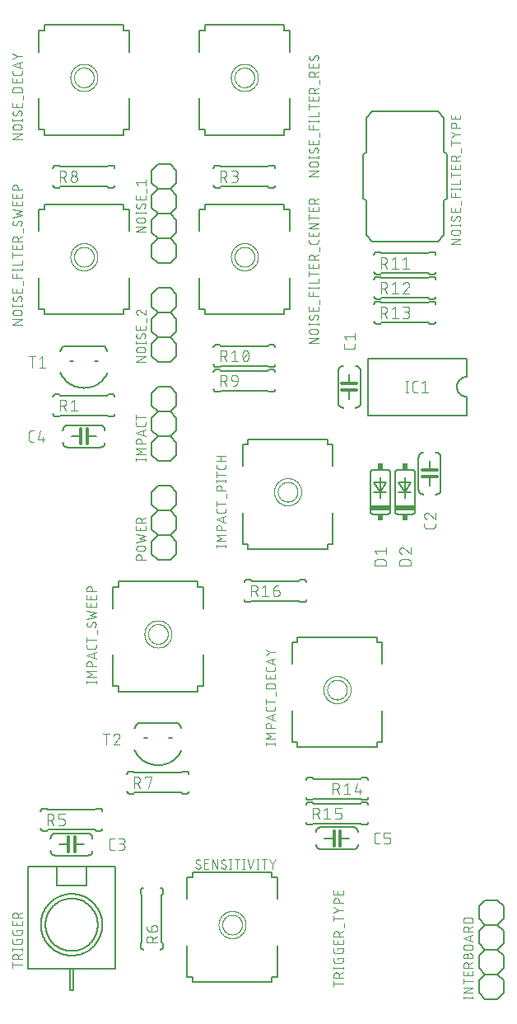
<source format=gbr>
G04 EAGLE Gerber RS-274X export*
G75*
%MOMM*%
%FSLAX34Y34*%
%LPD*%
%INSilkscreen Top*%
%IPPOS*%
%AMOC8*
5,1,8,0,0,1.08239X$1,22.5*%
G01*
%ADD10C,0.050800*%
%ADD11C,0.203200*%
%ADD12C,0.076200*%
%ADD13C,0.127000*%
%ADD14C,0.152400*%
%ADD15C,0.304800*%
%ADD16C,0.101600*%
%ADD17R,2.032000X0.508000*%
%ADD18R,0.508000X0.635000*%


D10*
X227330Y88900D02*
X227334Y89243D01*
X227347Y89585D01*
X227368Y89928D01*
X227397Y90269D01*
X227435Y90610D01*
X227481Y90950D01*
X227536Y91288D01*
X227598Y91625D01*
X227669Y91961D01*
X227749Y92294D01*
X227836Y92626D01*
X227932Y92955D01*
X228035Y93282D01*
X228147Y93606D01*
X228266Y93928D01*
X228393Y94246D01*
X228528Y94561D01*
X228671Y94873D01*
X228822Y95181D01*
X228980Y95485D01*
X229145Y95786D01*
X229318Y96082D01*
X229497Y96374D01*
X229684Y96661D01*
X229878Y96944D01*
X230079Y97222D01*
X230287Y97495D01*
X230501Y97762D01*
X230722Y98025D01*
X230949Y98282D01*
X231182Y98533D01*
X231422Y98778D01*
X231667Y99018D01*
X231918Y99251D01*
X232175Y99478D01*
X232438Y99699D01*
X232705Y99913D01*
X232978Y100121D01*
X233256Y100322D01*
X233539Y100516D01*
X233826Y100703D01*
X234118Y100882D01*
X234414Y101055D01*
X234715Y101220D01*
X235019Y101378D01*
X235327Y101529D01*
X235639Y101672D01*
X235954Y101807D01*
X236272Y101934D01*
X236594Y102053D01*
X236918Y102165D01*
X237245Y102268D01*
X237574Y102364D01*
X237906Y102451D01*
X238239Y102531D01*
X238575Y102602D01*
X238912Y102664D01*
X239250Y102719D01*
X239590Y102765D01*
X239931Y102803D01*
X240272Y102832D01*
X240615Y102853D01*
X240957Y102866D01*
X241300Y102870D01*
X241643Y102866D01*
X241985Y102853D01*
X242328Y102832D01*
X242669Y102803D01*
X243010Y102765D01*
X243350Y102719D01*
X243688Y102664D01*
X244025Y102602D01*
X244361Y102531D01*
X244694Y102451D01*
X245026Y102364D01*
X245355Y102268D01*
X245682Y102165D01*
X246006Y102053D01*
X246328Y101934D01*
X246646Y101807D01*
X246961Y101672D01*
X247273Y101529D01*
X247581Y101378D01*
X247885Y101220D01*
X248186Y101055D01*
X248482Y100882D01*
X248774Y100703D01*
X249061Y100516D01*
X249344Y100322D01*
X249622Y100121D01*
X249895Y99913D01*
X250162Y99699D01*
X250425Y99478D01*
X250682Y99251D01*
X250933Y99018D01*
X251178Y98778D01*
X251418Y98533D01*
X251651Y98282D01*
X251878Y98025D01*
X252099Y97762D01*
X252313Y97495D01*
X252521Y97222D01*
X252722Y96944D01*
X252916Y96661D01*
X253103Y96374D01*
X253282Y96082D01*
X253455Y95786D01*
X253620Y95485D01*
X253778Y95181D01*
X253929Y94873D01*
X254072Y94561D01*
X254207Y94246D01*
X254334Y93928D01*
X254453Y93606D01*
X254565Y93282D01*
X254668Y92955D01*
X254764Y92626D01*
X254851Y92294D01*
X254931Y91961D01*
X255002Y91625D01*
X255064Y91288D01*
X255119Y90950D01*
X255165Y90610D01*
X255203Y90269D01*
X255232Y89928D01*
X255253Y89585D01*
X255266Y89243D01*
X255270Y88900D01*
X255266Y88557D01*
X255253Y88215D01*
X255232Y87872D01*
X255203Y87531D01*
X255165Y87190D01*
X255119Y86850D01*
X255064Y86512D01*
X255002Y86175D01*
X254931Y85839D01*
X254851Y85506D01*
X254764Y85174D01*
X254668Y84845D01*
X254565Y84518D01*
X254453Y84194D01*
X254334Y83872D01*
X254207Y83554D01*
X254072Y83239D01*
X253929Y82927D01*
X253778Y82619D01*
X253620Y82315D01*
X253455Y82014D01*
X253282Y81718D01*
X253103Y81426D01*
X252916Y81139D01*
X252722Y80856D01*
X252521Y80578D01*
X252313Y80305D01*
X252099Y80038D01*
X251878Y79775D01*
X251651Y79518D01*
X251418Y79267D01*
X251178Y79022D01*
X250933Y78782D01*
X250682Y78549D01*
X250425Y78322D01*
X250162Y78101D01*
X249895Y77887D01*
X249622Y77679D01*
X249344Y77478D01*
X249061Y77284D01*
X248774Y77097D01*
X248482Y76918D01*
X248186Y76745D01*
X247885Y76580D01*
X247581Y76422D01*
X247273Y76271D01*
X246961Y76128D01*
X246646Y75993D01*
X246328Y75866D01*
X246006Y75747D01*
X245682Y75635D01*
X245355Y75532D01*
X245026Y75436D01*
X244694Y75349D01*
X244361Y75269D01*
X244025Y75198D01*
X243688Y75136D01*
X243350Y75081D01*
X243010Y75035D01*
X242669Y74997D01*
X242328Y74968D01*
X241985Y74947D01*
X241643Y74934D01*
X241300Y74930D01*
X240957Y74934D01*
X240615Y74947D01*
X240272Y74968D01*
X239931Y74997D01*
X239590Y75035D01*
X239250Y75081D01*
X238912Y75136D01*
X238575Y75198D01*
X238239Y75269D01*
X237906Y75349D01*
X237574Y75436D01*
X237245Y75532D01*
X236918Y75635D01*
X236594Y75747D01*
X236272Y75866D01*
X235954Y75993D01*
X235639Y76128D01*
X235327Y76271D01*
X235019Y76422D01*
X234715Y76580D01*
X234414Y76745D01*
X234118Y76918D01*
X233826Y77097D01*
X233539Y77284D01*
X233256Y77478D01*
X232978Y77679D01*
X232705Y77887D01*
X232438Y78101D01*
X232175Y78322D01*
X231918Y78549D01*
X231667Y78782D01*
X231422Y79022D01*
X231182Y79267D01*
X230949Y79518D01*
X230722Y79775D01*
X230501Y80038D01*
X230287Y80305D01*
X230079Y80578D01*
X229878Y80856D01*
X229684Y81139D01*
X229497Y81426D01*
X229318Y81718D01*
X229145Y82014D01*
X228980Y82315D01*
X228822Y82619D01*
X228671Y82927D01*
X228528Y83239D01*
X228393Y83554D01*
X228266Y83872D01*
X228147Y84194D01*
X228035Y84518D01*
X227932Y84845D01*
X227836Y85174D01*
X227749Y85506D01*
X227669Y85839D01*
X227598Y86175D01*
X227536Y86512D01*
X227481Y86850D01*
X227435Y87190D01*
X227397Y87531D01*
X227368Y87872D01*
X227347Y88215D01*
X227334Y88557D01*
X227330Y88900D01*
X231140Y88900D02*
X231143Y89149D01*
X231152Y89399D01*
X231168Y89647D01*
X231189Y89896D01*
X231216Y90144D01*
X231250Y90391D01*
X231290Y90637D01*
X231335Y90882D01*
X231387Y91126D01*
X231444Y91369D01*
X231508Y91610D01*
X231577Y91849D01*
X231653Y92087D01*
X231734Y92323D01*
X231821Y92557D01*
X231913Y92788D01*
X232012Y93017D01*
X232115Y93244D01*
X232225Y93468D01*
X232340Y93689D01*
X232460Y93908D01*
X232585Y94123D01*
X232716Y94336D01*
X232852Y94545D01*
X232993Y94750D01*
X233139Y94952D01*
X233290Y95151D01*
X233446Y95345D01*
X233607Y95536D01*
X233772Y95723D01*
X233942Y95906D01*
X234116Y96084D01*
X234294Y96258D01*
X234477Y96428D01*
X234664Y96593D01*
X234855Y96754D01*
X235049Y96910D01*
X235248Y97061D01*
X235450Y97207D01*
X235655Y97348D01*
X235864Y97484D01*
X236077Y97615D01*
X236292Y97740D01*
X236511Y97860D01*
X236732Y97975D01*
X236956Y98085D01*
X237183Y98188D01*
X237412Y98287D01*
X237643Y98379D01*
X237877Y98466D01*
X238113Y98547D01*
X238351Y98623D01*
X238590Y98692D01*
X238831Y98756D01*
X239074Y98813D01*
X239318Y98865D01*
X239563Y98910D01*
X239809Y98950D01*
X240056Y98984D01*
X240304Y99011D01*
X240553Y99032D01*
X240801Y99048D01*
X241051Y99057D01*
X241300Y99060D01*
X241549Y99057D01*
X241799Y99048D01*
X242047Y99032D01*
X242296Y99011D01*
X242544Y98984D01*
X242791Y98950D01*
X243037Y98910D01*
X243282Y98865D01*
X243526Y98813D01*
X243769Y98756D01*
X244010Y98692D01*
X244249Y98623D01*
X244487Y98547D01*
X244723Y98466D01*
X244957Y98379D01*
X245188Y98287D01*
X245417Y98188D01*
X245644Y98085D01*
X245868Y97975D01*
X246089Y97860D01*
X246308Y97740D01*
X246523Y97615D01*
X246736Y97484D01*
X246945Y97348D01*
X247150Y97207D01*
X247352Y97061D01*
X247551Y96910D01*
X247745Y96754D01*
X247936Y96593D01*
X248123Y96428D01*
X248306Y96258D01*
X248484Y96084D01*
X248658Y95906D01*
X248828Y95723D01*
X248993Y95536D01*
X249154Y95345D01*
X249310Y95151D01*
X249461Y94952D01*
X249607Y94750D01*
X249748Y94545D01*
X249884Y94336D01*
X250015Y94123D01*
X250140Y93908D01*
X250260Y93689D01*
X250375Y93468D01*
X250485Y93244D01*
X250588Y93017D01*
X250687Y92788D01*
X250779Y92557D01*
X250866Y92323D01*
X250947Y92087D01*
X251023Y91849D01*
X251092Y91610D01*
X251156Y91369D01*
X251213Y91126D01*
X251265Y90882D01*
X251310Y90637D01*
X251350Y90391D01*
X251384Y90144D01*
X251411Y89896D01*
X251432Y89647D01*
X251448Y89399D01*
X251457Y89149D01*
X251460Y88900D01*
X251457Y88651D01*
X251448Y88401D01*
X251432Y88153D01*
X251411Y87904D01*
X251384Y87656D01*
X251350Y87409D01*
X251310Y87163D01*
X251265Y86918D01*
X251213Y86674D01*
X251156Y86431D01*
X251092Y86190D01*
X251023Y85951D01*
X250947Y85713D01*
X250866Y85477D01*
X250779Y85243D01*
X250687Y85012D01*
X250588Y84783D01*
X250485Y84556D01*
X250375Y84332D01*
X250260Y84111D01*
X250140Y83892D01*
X250015Y83677D01*
X249884Y83464D01*
X249748Y83255D01*
X249607Y83050D01*
X249461Y82848D01*
X249310Y82649D01*
X249154Y82455D01*
X248993Y82264D01*
X248828Y82077D01*
X248658Y81894D01*
X248484Y81716D01*
X248306Y81542D01*
X248123Y81372D01*
X247936Y81207D01*
X247745Y81046D01*
X247551Y80890D01*
X247352Y80739D01*
X247150Y80593D01*
X246945Y80452D01*
X246736Y80316D01*
X246523Y80185D01*
X246308Y80060D01*
X246089Y79940D01*
X245868Y79825D01*
X245644Y79715D01*
X245417Y79612D01*
X245188Y79513D01*
X244957Y79421D01*
X244723Y79334D01*
X244487Y79253D01*
X244249Y79177D01*
X244010Y79108D01*
X243769Y79044D01*
X243526Y78987D01*
X243282Y78935D01*
X243037Y78890D01*
X242791Y78850D01*
X242544Y78816D01*
X242296Y78789D01*
X242047Y78768D01*
X241799Y78752D01*
X241549Y78743D01*
X241300Y78740D01*
X241051Y78743D01*
X240801Y78752D01*
X240553Y78768D01*
X240304Y78789D01*
X240056Y78816D01*
X239809Y78850D01*
X239563Y78890D01*
X239318Y78935D01*
X239074Y78987D01*
X238831Y79044D01*
X238590Y79108D01*
X238351Y79177D01*
X238113Y79253D01*
X237877Y79334D01*
X237643Y79421D01*
X237412Y79513D01*
X237183Y79612D01*
X236956Y79715D01*
X236732Y79825D01*
X236511Y79940D01*
X236292Y80060D01*
X236077Y80185D01*
X235864Y80316D01*
X235655Y80452D01*
X235450Y80593D01*
X235248Y80739D01*
X235049Y80890D01*
X234855Y81046D01*
X234664Y81207D01*
X234477Y81372D01*
X234294Y81542D01*
X234116Y81716D01*
X233942Y81894D01*
X233772Y82077D01*
X233607Y82264D01*
X233446Y82455D01*
X233290Y82649D01*
X233139Y82848D01*
X232993Y83050D01*
X232852Y83255D01*
X232716Y83464D01*
X232585Y83677D01*
X232460Y83892D01*
X232340Y84111D01*
X232225Y84332D01*
X232115Y84556D01*
X232012Y84783D01*
X231913Y85012D01*
X231821Y85243D01*
X231734Y85477D01*
X231653Y85713D01*
X231577Y85951D01*
X231508Y86190D01*
X231444Y86431D01*
X231387Y86674D01*
X231335Y86918D01*
X231290Y87163D01*
X231250Y87409D01*
X231216Y87656D01*
X231189Y87904D01*
X231168Y88153D01*
X231152Y88401D01*
X231143Y88651D01*
X231140Y88900D01*
D11*
X200300Y142900D02*
X282300Y142900D01*
X282300Y29900D02*
X200300Y29900D01*
X200300Y137400D02*
X194800Y137400D01*
X200300Y137400D02*
X200300Y142900D01*
X200300Y35400D02*
X200300Y29900D01*
X200300Y35400D02*
X194800Y35400D01*
X282300Y35400D02*
X287800Y35400D01*
X282300Y35400D02*
X282300Y29900D01*
X282300Y137400D02*
X282300Y142900D01*
X282300Y137400D02*
X287800Y137400D01*
X194800Y137400D02*
X194800Y115400D01*
X194800Y67400D02*
X194800Y35400D01*
X287800Y115400D02*
X287800Y137400D01*
X287800Y67400D02*
X287800Y35400D01*
D12*
X206714Y146431D02*
X206803Y146433D01*
X206891Y146439D01*
X206979Y146448D01*
X207067Y146461D01*
X207154Y146478D01*
X207240Y146498D01*
X207325Y146523D01*
X207410Y146550D01*
X207493Y146582D01*
X207574Y146616D01*
X207654Y146655D01*
X207732Y146696D01*
X207809Y146741D01*
X207883Y146789D01*
X207956Y146840D01*
X208026Y146894D01*
X208093Y146952D01*
X208159Y147012D01*
X208221Y147074D01*
X208281Y147140D01*
X208339Y147207D01*
X208393Y147277D01*
X208444Y147350D01*
X208492Y147424D01*
X208537Y147501D01*
X208578Y147579D01*
X208617Y147659D01*
X208651Y147740D01*
X208683Y147823D01*
X208710Y147908D01*
X208735Y147993D01*
X208755Y148079D01*
X208772Y148166D01*
X208785Y148254D01*
X208794Y148342D01*
X208800Y148430D01*
X208802Y148519D01*
X206714Y146431D02*
X206585Y146433D01*
X206456Y146439D01*
X206327Y146448D01*
X206199Y146461D01*
X206071Y146478D01*
X205944Y146499D01*
X205817Y146523D01*
X205691Y146551D01*
X205566Y146583D01*
X205442Y146618D01*
X205319Y146657D01*
X205197Y146700D01*
X205077Y146746D01*
X204958Y146796D01*
X204840Y146849D01*
X204724Y146905D01*
X204610Y146965D01*
X204497Y147028D01*
X204387Y147095D01*
X204278Y147164D01*
X204172Y147237D01*
X204067Y147313D01*
X203965Y147392D01*
X203866Y147474D01*
X203768Y147558D01*
X203673Y147646D01*
X203581Y147736D01*
X203842Y153741D02*
X203844Y153830D01*
X203850Y153918D01*
X203859Y154006D01*
X203872Y154094D01*
X203889Y154181D01*
X203909Y154267D01*
X203934Y154352D01*
X203961Y154437D01*
X203993Y154520D01*
X204027Y154601D01*
X204066Y154681D01*
X204107Y154759D01*
X204152Y154836D01*
X204200Y154910D01*
X204251Y154983D01*
X204305Y155053D01*
X204363Y155120D01*
X204423Y155186D01*
X204485Y155248D01*
X204551Y155308D01*
X204618Y155366D01*
X204688Y155420D01*
X204761Y155471D01*
X204835Y155519D01*
X204912Y155564D01*
X204990Y155605D01*
X205070Y155644D01*
X205151Y155678D01*
X205234Y155710D01*
X205319Y155737D01*
X205404Y155762D01*
X205490Y155782D01*
X205577Y155799D01*
X205665Y155812D01*
X205753Y155821D01*
X205841Y155827D01*
X205930Y155829D01*
X206050Y155827D01*
X206170Y155822D01*
X206290Y155812D01*
X206409Y155800D01*
X206528Y155783D01*
X206646Y155763D01*
X206764Y155739D01*
X206880Y155712D01*
X206996Y155681D01*
X207111Y155647D01*
X207225Y155609D01*
X207338Y155567D01*
X207449Y155522D01*
X207559Y155474D01*
X207667Y155423D01*
X207774Y155368D01*
X207879Y155310D01*
X207982Y155248D01*
X208083Y155184D01*
X208183Y155116D01*
X208280Y155046D01*
X204886Y151914D02*
X204808Y151962D01*
X204732Y152014D01*
X204659Y152068D01*
X204588Y152126D01*
X204519Y152187D01*
X204453Y152251D01*
X204390Y152318D01*
X204330Y152387D01*
X204273Y152459D01*
X204219Y152533D01*
X204169Y152610D01*
X204121Y152689D01*
X204078Y152769D01*
X204037Y152852D01*
X204001Y152936D01*
X203968Y153021D01*
X203939Y153108D01*
X203913Y153197D01*
X203891Y153286D01*
X203874Y153376D01*
X203860Y153466D01*
X203850Y153558D01*
X203844Y153649D01*
X203842Y153741D01*
X207758Y150346D02*
X207836Y150298D01*
X207912Y150246D01*
X207985Y150192D01*
X208056Y150134D01*
X208125Y150073D01*
X208191Y150009D01*
X208254Y149942D01*
X208314Y149873D01*
X208371Y149801D01*
X208425Y149727D01*
X208475Y149650D01*
X208523Y149571D01*
X208566Y149491D01*
X208607Y149408D01*
X208643Y149324D01*
X208676Y149239D01*
X208705Y149152D01*
X208731Y149063D01*
X208753Y148974D01*
X208770Y148884D01*
X208784Y148794D01*
X208794Y148702D01*
X208800Y148611D01*
X208802Y148519D01*
X207758Y150347D02*
X204886Y151913D01*
X212742Y146431D02*
X216919Y146431D01*
X212742Y146431D02*
X212742Y155829D01*
X216919Y155829D01*
X215875Y151652D02*
X212742Y151652D01*
X220650Y155829D02*
X220650Y146431D01*
X225871Y146431D02*
X220650Y155829D01*
X225871Y155829D02*
X225871Y146431D01*
X232926Y146431D02*
X233015Y146433D01*
X233103Y146439D01*
X233191Y146448D01*
X233279Y146461D01*
X233366Y146478D01*
X233452Y146498D01*
X233537Y146523D01*
X233622Y146550D01*
X233705Y146582D01*
X233786Y146616D01*
X233866Y146655D01*
X233944Y146696D01*
X234021Y146741D01*
X234095Y146789D01*
X234168Y146840D01*
X234238Y146894D01*
X234305Y146952D01*
X234371Y147012D01*
X234433Y147074D01*
X234493Y147140D01*
X234551Y147207D01*
X234605Y147277D01*
X234656Y147350D01*
X234704Y147424D01*
X234749Y147501D01*
X234790Y147579D01*
X234829Y147659D01*
X234863Y147740D01*
X234895Y147823D01*
X234922Y147908D01*
X234947Y147993D01*
X234967Y148079D01*
X234984Y148166D01*
X234997Y148254D01*
X235006Y148342D01*
X235012Y148430D01*
X235014Y148519D01*
X232926Y146431D02*
X232797Y146433D01*
X232668Y146439D01*
X232539Y146448D01*
X232411Y146461D01*
X232283Y146478D01*
X232156Y146499D01*
X232029Y146523D01*
X231903Y146551D01*
X231778Y146583D01*
X231654Y146618D01*
X231531Y146657D01*
X231409Y146700D01*
X231289Y146746D01*
X231170Y146796D01*
X231052Y146849D01*
X230936Y146905D01*
X230822Y146965D01*
X230709Y147028D01*
X230599Y147095D01*
X230490Y147164D01*
X230384Y147237D01*
X230279Y147313D01*
X230177Y147392D01*
X230078Y147474D01*
X229980Y147558D01*
X229885Y147646D01*
X229793Y147736D01*
X230055Y153741D02*
X230057Y153830D01*
X230063Y153918D01*
X230072Y154006D01*
X230085Y154094D01*
X230102Y154181D01*
X230122Y154267D01*
X230147Y154352D01*
X230174Y154437D01*
X230206Y154520D01*
X230240Y154601D01*
X230279Y154681D01*
X230320Y154759D01*
X230365Y154836D01*
X230413Y154910D01*
X230464Y154983D01*
X230518Y155053D01*
X230576Y155120D01*
X230636Y155186D01*
X230698Y155248D01*
X230764Y155308D01*
X230831Y155366D01*
X230901Y155420D01*
X230974Y155471D01*
X231048Y155519D01*
X231125Y155564D01*
X231203Y155605D01*
X231283Y155644D01*
X231364Y155678D01*
X231447Y155710D01*
X231532Y155737D01*
X231617Y155762D01*
X231703Y155782D01*
X231790Y155799D01*
X231878Y155812D01*
X231966Y155821D01*
X232054Y155827D01*
X232143Y155829D01*
X232263Y155827D01*
X232383Y155822D01*
X232503Y155812D01*
X232622Y155800D01*
X232741Y155783D01*
X232859Y155763D01*
X232977Y155739D01*
X233093Y155712D01*
X233209Y155681D01*
X233324Y155647D01*
X233438Y155609D01*
X233551Y155567D01*
X233662Y155522D01*
X233772Y155474D01*
X233880Y155423D01*
X233987Y155368D01*
X234092Y155310D01*
X234195Y155248D01*
X234296Y155184D01*
X234396Y155116D01*
X234493Y155046D01*
X231099Y151914D02*
X231021Y151962D01*
X230945Y152014D01*
X230872Y152068D01*
X230801Y152126D01*
X230732Y152187D01*
X230666Y152251D01*
X230603Y152318D01*
X230543Y152387D01*
X230486Y152459D01*
X230432Y152533D01*
X230382Y152610D01*
X230334Y152689D01*
X230291Y152769D01*
X230250Y152852D01*
X230214Y152936D01*
X230181Y153021D01*
X230152Y153108D01*
X230126Y153197D01*
X230104Y153286D01*
X230087Y153376D01*
X230073Y153466D01*
X230063Y153558D01*
X230057Y153649D01*
X230055Y153741D01*
X233971Y150346D02*
X234049Y150298D01*
X234125Y150246D01*
X234198Y150192D01*
X234269Y150134D01*
X234338Y150073D01*
X234404Y150009D01*
X234467Y149942D01*
X234527Y149873D01*
X234584Y149801D01*
X234638Y149727D01*
X234688Y149650D01*
X234736Y149571D01*
X234779Y149491D01*
X234820Y149408D01*
X234856Y149324D01*
X234889Y149239D01*
X234918Y149152D01*
X234944Y149063D01*
X234966Y148974D01*
X234983Y148884D01*
X234997Y148794D01*
X235007Y148702D01*
X235013Y148611D01*
X235015Y148519D01*
X233971Y150347D02*
X231099Y151913D01*
X239415Y155829D02*
X239415Y146431D01*
X240459Y146431D02*
X238370Y146431D01*
X238370Y155829D02*
X240459Y155829D01*
X246120Y155829D02*
X246120Y146431D01*
X243510Y155829D02*
X248731Y155829D01*
X252826Y155829D02*
X252826Y146431D01*
X251782Y146431D02*
X253870Y146431D01*
X253870Y155829D02*
X251782Y155829D01*
X257008Y155829D02*
X260141Y146431D01*
X263274Y155829D01*
X267456Y155829D02*
X267456Y146431D01*
X266412Y146431D02*
X268500Y146431D01*
X268500Y155829D02*
X266412Y155829D01*
X274162Y155829D02*
X274162Y146431D01*
X271551Y155829D02*
X276772Y155829D01*
X279563Y155829D02*
X282696Y151391D01*
X285829Y155829D01*
X282696Y151391D02*
X282696Y146431D01*
D10*
X240030Y774700D02*
X240034Y775043D01*
X240047Y775385D01*
X240068Y775728D01*
X240097Y776069D01*
X240135Y776410D01*
X240181Y776750D01*
X240236Y777088D01*
X240298Y777425D01*
X240369Y777761D01*
X240449Y778094D01*
X240536Y778426D01*
X240632Y778755D01*
X240735Y779082D01*
X240847Y779406D01*
X240966Y779728D01*
X241093Y780046D01*
X241228Y780361D01*
X241371Y780673D01*
X241522Y780981D01*
X241680Y781285D01*
X241845Y781586D01*
X242018Y781882D01*
X242197Y782174D01*
X242384Y782461D01*
X242578Y782744D01*
X242779Y783022D01*
X242987Y783295D01*
X243201Y783562D01*
X243422Y783825D01*
X243649Y784082D01*
X243882Y784333D01*
X244122Y784578D01*
X244367Y784818D01*
X244618Y785051D01*
X244875Y785278D01*
X245138Y785499D01*
X245405Y785713D01*
X245678Y785921D01*
X245956Y786122D01*
X246239Y786316D01*
X246526Y786503D01*
X246818Y786682D01*
X247114Y786855D01*
X247415Y787020D01*
X247719Y787178D01*
X248027Y787329D01*
X248339Y787472D01*
X248654Y787607D01*
X248972Y787734D01*
X249294Y787853D01*
X249618Y787965D01*
X249945Y788068D01*
X250274Y788164D01*
X250606Y788251D01*
X250939Y788331D01*
X251275Y788402D01*
X251612Y788464D01*
X251950Y788519D01*
X252290Y788565D01*
X252631Y788603D01*
X252972Y788632D01*
X253315Y788653D01*
X253657Y788666D01*
X254000Y788670D01*
X254343Y788666D01*
X254685Y788653D01*
X255028Y788632D01*
X255369Y788603D01*
X255710Y788565D01*
X256050Y788519D01*
X256388Y788464D01*
X256725Y788402D01*
X257061Y788331D01*
X257394Y788251D01*
X257726Y788164D01*
X258055Y788068D01*
X258382Y787965D01*
X258706Y787853D01*
X259028Y787734D01*
X259346Y787607D01*
X259661Y787472D01*
X259973Y787329D01*
X260281Y787178D01*
X260585Y787020D01*
X260886Y786855D01*
X261182Y786682D01*
X261474Y786503D01*
X261761Y786316D01*
X262044Y786122D01*
X262322Y785921D01*
X262595Y785713D01*
X262862Y785499D01*
X263125Y785278D01*
X263382Y785051D01*
X263633Y784818D01*
X263878Y784578D01*
X264118Y784333D01*
X264351Y784082D01*
X264578Y783825D01*
X264799Y783562D01*
X265013Y783295D01*
X265221Y783022D01*
X265422Y782744D01*
X265616Y782461D01*
X265803Y782174D01*
X265982Y781882D01*
X266155Y781586D01*
X266320Y781285D01*
X266478Y780981D01*
X266629Y780673D01*
X266772Y780361D01*
X266907Y780046D01*
X267034Y779728D01*
X267153Y779406D01*
X267265Y779082D01*
X267368Y778755D01*
X267464Y778426D01*
X267551Y778094D01*
X267631Y777761D01*
X267702Y777425D01*
X267764Y777088D01*
X267819Y776750D01*
X267865Y776410D01*
X267903Y776069D01*
X267932Y775728D01*
X267953Y775385D01*
X267966Y775043D01*
X267970Y774700D01*
X267966Y774357D01*
X267953Y774015D01*
X267932Y773672D01*
X267903Y773331D01*
X267865Y772990D01*
X267819Y772650D01*
X267764Y772312D01*
X267702Y771975D01*
X267631Y771639D01*
X267551Y771306D01*
X267464Y770974D01*
X267368Y770645D01*
X267265Y770318D01*
X267153Y769994D01*
X267034Y769672D01*
X266907Y769354D01*
X266772Y769039D01*
X266629Y768727D01*
X266478Y768419D01*
X266320Y768115D01*
X266155Y767814D01*
X265982Y767518D01*
X265803Y767226D01*
X265616Y766939D01*
X265422Y766656D01*
X265221Y766378D01*
X265013Y766105D01*
X264799Y765838D01*
X264578Y765575D01*
X264351Y765318D01*
X264118Y765067D01*
X263878Y764822D01*
X263633Y764582D01*
X263382Y764349D01*
X263125Y764122D01*
X262862Y763901D01*
X262595Y763687D01*
X262322Y763479D01*
X262044Y763278D01*
X261761Y763084D01*
X261474Y762897D01*
X261182Y762718D01*
X260886Y762545D01*
X260585Y762380D01*
X260281Y762222D01*
X259973Y762071D01*
X259661Y761928D01*
X259346Y761793D01*
X259028Y761666D01*
X258706Y761547D01*
X258382Y761435D01*
X258055Y761332D01*
X257726Y761236D01*
X257394Y761149D01*
X257061Y761069D01*
X256725Y760998D01*
X256388Y760936D01*
X256050Y760881D01*
X255710Y760835D01*
X255369Y760797D01*
X255028Y760768D01*
X254685Y760747D01*
X254343Y760734D01*
X254000Y760730D01*
X253657Y760734D01*
X253315Y760747D01*
X252972Y760768D01*
X252631Y760797D01*
X252290Y760835D01*
X251950Y760881D01*
X251612Y760936D01*
X251275Y760998D01*
X250939Y761069D01*
X250606Y761149D01*
X250274Y761236D01*
X249945Y761332D01*
X249618Y761435D01*
X249294Y761547D01*
X248972Y761666D01*
X248654Y761793D01*
X248339Y761928D01*
X248027Y762071D01*
X247719Y762222D01*
X247415Y762380D01*
X247114Y762545D01*
X246818Y762718D01*
X246526Y762897D01*
X246239Y763084D01*
X245956Y763278D01*
X245678Y763479D01*
X245405Y763687D01*
X245138Y763901D01*
X244875Y764122D01*
X244618Y764349D01*
X244367Y764582D01*
X244122Y764822D01*
X243882Y765067D01*
X243649Y765318D01*
X243422Y765575D01*
X243201Y765838D01*
X242987Y766105D01*
X242779Y766378D01*
X242578Y766656D01*
X242384Y766939D01*
X242197Y767226D01*
X242018Y767518D01*
X241845Y767814D01*
X241680Y768115D01*
X241522Y768419D01*
X241371Y768727D01*
X241228Y769039D01*
X241093Y769354D01*
X240966Y769672D01*
X240847Y769994D01*
X240735Y770318D01*
X240632Y770645D01*
X240536Y770974D01*
X240449Y771306D01*
X240369Y771639D01*
X240298Y771975D01*
X240236Y772312D01*
X240181Y772650D01*
X240135Y772990D01*
X240097Y773331D01*
X240068Y773672D01*
X240047Y774015D01*
X240034Y774357D01*
X240030Y774700D01*
X243840Y774700D02*
X243843Y774949D01*
X243852Y775199D01*
X243868Y775447D01*
X243889Y775696D01*
X243916Y775944D01*
X243950Y776191D01*
X243990Y776437D01*
X244035Y776682D01*
X244087Y776926D01*
X244144Y777169D01*
X244208Y777410D01*
X244277Y777649D01*
X244353Y777887D01*
X244434Y778123D01*
X244521Y778357D01*
X244613Y778588D01*
X244712Y778817D01*
X244815Y779044D01*
X244925Y779268D01*
X245040Y779489D01*
X245160Y779708D01*
X245285Y779923D01*
X245416Y780136D01*
X245552Y780345D01*
X245693Y780550D01*
X245839Y780752D01*
X245990Y780951D01*
X246146Y781145D01*
X246307Y781336D01*
X246472Y781523D01*
X246642Y781706D01*
X246816Y781884D01*
X246994Y782058D01*
X247177Y782228D01*
X247364Y782393D01*
X247555Y782554D01*
X247749Y782710D01*
X247948Y782861D01*
X248150Y783007D01*
X248355Y783148D01*
X248564Y783284D01*
X248777Y783415D01*
X248992Y783540D01*
X249211Y783660D01*
X249432Y783775D01*
X249656Y783885D01*
X249883Y783988D01*
X250112Y784087D01*
X250343Y784179D01*
X250577Y784266D01*
X250813Y784347D01*
X251051Y784423D01*
X251290Y784492D01*
X251531Y784556D01*
X251774Y784613D01*
X252018Y784665D01*
X252263Y784710D01*
X252509Y784750D01*
X252756Y784784D01*
X253004Y784811D01*
X253253Y784832D01*
X253501Y784848D01*
X253751Y784857D01*
X254000Y784860D01*
X254249Y784857D01*
X254499Y784848D01*
X254747Y784832D01*
X254996Y784811D01*
X255244Y784784D01*
X255491Y784750D01*
X255737Y784710D01*
X255982Y784665D01*
X256226Y784613D01*
X256469Y784556D01*
X256710Y784492D01*
X256949Y784423D01*
X257187Y784347D01*
X257423Y784266D01*
X257657Y784179D01*
X257888Y784087D01*
X258117Y783988D01*
X258344Y783885D01*
X258568Y783775D01*
X258789Y783660D01*
X259008Y783540D01*
X259223Y783415D01*
X259436Y783284D01*
X259645Y783148D01*
X259850Y783007D01*
X260052Y782861D01*
X260251Y782710D01*
X260445Y782554D01*
X260636Y782393D01*
X260823Y782228D01*
X261006Y782058D01*
X261184Y781884D01*
X261358Y781706D01*
X261528Y781523D01*
X261693Y781336D01*
X261854Y781145D01*
X262010Y780951D01*
X262161Y780752D01*
X262307Y780550D01*
X262448Y780345D01*
X262584Y780136D01*
X262715Y779923D01*
X262840Y779708D01*
X262960Y779489D01*
X263075Y779268D01*
X263185Y779044D01*
X263288Y778817D01*
X263387Y778588D01*
X263479Y778357D01*
X263566Y778123D01*
X263647Y777887D01*
X263723Y777649D01*
X263792Y777410D01*
X263856Y777169D01*
X263913Y776926D01*
X263965Y776682D01*
X264010Y776437D01*
X264050Y776191D01*
X264084Y775944D01*
X264111Y775696D01*
X264132Y775447D01*
X264148Y775199D01*
X264157Y774949D01*
X264160Y774700D01*
X264157Y774451D01*
X264148Y774201D01*
X264132Y773953D01*
X264111Y773704D01*
X264084Y773456D01*
X264050Y773209D01*
X264010Y772963D01*
X263965Y772718D01*
X263913Y772474D01*
X263856Y772231D01*
X263792Y771990D01*
X263723Y771751D01*
X263647Y771513D01*
X263566Y771277D01*
X263479Y771043D01*
X263387Y770812D01*
X263288Y770583D01*
X263185Y770356D01*
X263075Y770132D01*
X262960Y769911D01*
X262840Y769692D01*
X262715Y769477D01*
X262584Y769264D01*
X262448Y769055D01*
X262307Y768850D01*
X262161Y768648D01*
X262010Y768449D01*
X261854Y768255D01*
X261693Y768064D01*
X261528Y767877D01*
X261358Y767694D01*
X261184Y767516D01*
X261006Y767342D01*
X260823Y767172D01*
X260636Y767007D01*
X260445Y766846D01*
X260251Y766690D01*
X260052Y766539D01*
X259850Y766393D01*
X259645Y766252D01*
X259436Y766116D01*
X259223Y765985D01*
X259008Y765860D01*
X258789Y765740D01*
X258568Y765625D01*
X258344Y765515D01*
X258117Y765412D01*
X257888Y765313D01*
X257657Y765221D01*
X257423Y765134D01*
X257187Y765053D01*
X256949Y764977D01*
X256710Y764908D01*
X256469Y764844D01*
X256226Y764787D01*
X255982Y764735D01*
X255737Y764690D01*
X255491Y764650D01*
X255244Y764616D01*
X254996Y764589D01*
X254747Y764568D01*
X254499Y764552D01*
X254249Y764543D01*
X254000Y764540D01*
X253751Y764543D01*
X253501Y764552D01*
X253253Y764568D01*
X253004Y764589D01*
X252756Y764616D01*
X252509Y764650D01*
X252263Y764690D01*
X252018Y764735D01*
X251774Y764787D01*
X251531Y764844D01*
X251290Y764908D01*
X251051Y764977D01*
X250813Y765053D01*
X250577Y765134D01*
X250343Y765221D01*
X250112Y765313D01*
X249883Y765412D01*
X249656Y765515D01*
X249432Y765625D01*
X249211Y765740D01*
X248992Y765860D01*
X248777Y765985D01*
X248564Y766116D01*
X248355Y766252D01*
X248150Y766393D01*
X247948Y766539D01*
X247749Y766690D01*
X247555Y766846D01*
X247364Y767007D01*
X247177Y767172D01*
X246994Y767342D01*
X246816Y767516D01*
X246642Y767694D01*
X246472Y767877D01*
X246307Y768064D01*
X246146Y768255D01*
X245990Y768449D01*
X245839Y768648D01*
X245693Y768850D01*
X245552Y769055D01*
X245416Y769264D01*
X245285Y769477D01*
X245160Y769692D01*
X245040Y769911D01*
X244925Y770132D01*
X244815Y770356D01*
X244712Y770583D01*
X244613Y770812D01*
X244521Y771043D01*
X244434Y771277D01*
X244353Y771513D01*
X244277Y771751D01*
X244208Y771990D01*
X244144Y772231D01*
X244087Y772474D01*
X244035Y772718D01*
X243990Y772963D01*
X243950Y773209D01*
X243916Y773456D01*
X243889Y773704D01*
X243868Y773953D01*
X243852Y774201D01*
X243843Y774451D01*
X243840Y774700D01*
D11*
X213000Y828700D02*
X295000Y828700D01*
X295000Y715700D02*
X213000Y715700D01*
X213000Y823200D02*
X207500Y823200D01*
X213000Y823200D02*
X213000Y828700D01*
X213000Y721200D02*
X213000Y715700D01*
X213000Y721200D02*
X207500Y721200D01*
X295000Y721200D02*
X300500Y721200D01*
X295000Y721200D02*
X295000Y715700D01*
X295000Y823200D02*
X295000Y828700D01*
X295000Y823200D02*
X300500Y823200D01*
X207500Y823200D02*
X207500Y801200D01*
X207500Y753200D02*
X207500Y721200D01*
X300500Y801200D02*
X300500Y823200D01*
X300500Y753200D02*
X300500Y721200D01*
D12*
X320421Y686181D02*
X329819Y686181D01*
X329819Y691402D02*
X320421Y686181D01*
X320421Y691402D02*
X329819Y691402D01*
X327208Y695630D02*
X323032Y695630D01*
X323032Y695629D02*
X322931Y695631D01*
X322830Y695637D01*
X322729Y695647D01*
X322629Y695660D01*
X322529Y695678D01*
X322430Y695699D01*
X322332Y695725D01*
X322235Y695754D01*
X322139Y695786D01*
X322045Y695823D01*
X321952Y695863D01*
X321860Y695907D01*
X321771Y695954D01*
X321683Y696005D01*
X321597Y696059D01*
X321514Y696116D01*
X321432Y696176D01*
X321354Y696240D01*
X321277Y696306D01*
X321204Y696376D01*
X321133Y696448D01*
X321065Y696523D01*
X321000Y696601D01*
X320938Y696681D01*
X320879Y696763D01*
X320823Y696848D01*
X320771Y696935D01*
X320722Y697023D01*
X320676Y697114D01*
X320635Y697206D01*
X320596Y697300D01*
X320562Y697395D01*
X320531Y697491D01*
X320504Y697589D01*
X320480Y697687D01*
X320461Y697787D01*
X320445Y697887D01*
X320433Y697987D01*
X320425Y698088D01*
X320421Y698189D01*
X320421Y698291D01*
X320425Y698392D01*
X320433Y698493D01*
X320445Y698593D01*
X320461Y698693D01*
X320480Y698793D01*
X320504Y698891D01*
X320531Y698989D01*
X320562Y699085D01*
X320596Y699180D01*
X320635Y699274D01*
X320676Y699366D01*
X320722Y699457D01*
X320771Y699546D01*
X320823Y699632D01*
X320879Y699717D01*
X320938Y699799D01*
X321000Y699879D01*
X321065Y699957D01*
X321133Y700032D01*
X321204Y700104D01*
X321277Y700174D01*
X321354Y700240D01*
X321432Y700304D01*
X321514Y700364D01*
X321597Y700421D01*
X321683Y700475D01*
X321771Y700526D01*
X321860Y700573D01*
X321952Y700617D01*
X322045Y700657D01*
X322139Y700694D01*
X322235Y700726D01*
X322332Y700755D01*
X322430Y700781D01*
X322529Y700802D01*
X322629Y700820D01*
X322729Y700833D01*
X322830Y700843D01*
X322931Y700849D01*
X323032Y700851D01*
X327208Y700851D01*
X327309Y700849D01*
X327410Y700843D01*
X327511Y700833D01*
X327611Y700820D01*
X327711Y700802D01*
X327810Y700781D01*
X327908Y700755D01*
X328005Y700726D01*
X328101Y700694D01*
X328195Y700657D01*
X328288Y700617D01*
X328380Y700573D01*
X328469Y700526D01*
X328557Y700475D01*
X328643Y700421D01*
X328726Y700364D01*
X328808Y700304D01*
X328886Y700240D01*
X328963Y700174D01*
X329036Y700104D01*
X329107Y700032D01*
X329175Y699957D01*
X329240Y699879D01*
X329302Y699799D01*
X329361Y699717D01*
X329417Y699632D01*
X329469Y699546D01*
X329518Y699457D01*
X329564Y699366D01*
X329605Y699274D01*
X329644Y699180D01*
X329678Y699085D01*
X329709Y698989D01*
X329736Y698891D01*
X329760Y698793D01*
X329779Y698693D01*
X329795Y698593D01*
X329807Y698493D01*
X329815Y698392D01*
X329819Y698291D01*
X329819Y698189D01*
X329815Y698088D01*
X329807Y697987D01*
X329795Y697887D01*
X329779Y697787D01*
X329760Y697687D01*
X329736Y697589D01*
X329709Y697491D01*
X329678Y697395D01*
X329644Y697300D01*
X329605Y697206D01*
X329564Y697114D01*
X329518Y697023D01*
X329469Y696935D01*
X329417Y696848D01*
X329361Y696763D01*
X329302Y696681D01*
X329240Y696601D01*
X329175Y696523D01*
X329107Y696448D01*
X329036Y696376D01*
X328963Y696306D01*
X328886Y696240D01*
X328808Y696176D01*
X328726Y696116D01*
X328643Y696059D01*
X328557Y696005D01*
X328469Y695954D01*
X328380Y695907D01*
X328288Y695863D01*
X328195Y695823D01*
X328101Y695786D01*
X328005Y695754D01*
X327908Y695725D01*
X327810Y695699D01*
X327711Y695678D01*
X327611Y695660D01*
X327511Y695647D01*
X327410Y695637D01*
X327309Y695631D01*
X327208Y695629D01*
X329819Y705556D02*
X320421Y705556D01*
X329819Y704511D02*
X329819Y706600D01*
X320421Y706600D02*
X320421Y704511D01*
X329819Y713088D02*
X329817Y713177D01*
X329811Y713265D01*
X329802Y713353D01*
X329789Y713441D01*
X329772Y713528D01*
X329752Y713614D01*
X329727Y713699D01*
X329700Y713784D01*
X329668Y713867D01*
X329634Y713948D01*
X329595Y714028D01*
X329554Y714106D01*
X329509Y714183D01*
X329461Y714257D01*
X329410Y714330D01*
X329356Y714400D01*
X329298Y714467D01*
X329238Y714533D01*
X329176Y714595D01*
X329110Y714655D01*
X329043Y714713D01*
X328973Y714767D01*
X328900Y714818D01*
X328826Y714866D01*
X328749Y714911D01*
X328671Y714952D01*
X328591Y714991D01*
X328510Y715025D01*
X328427Y715057D01*
X328342Y715084D01*
X328257Y715109D01*
X328171Y715129D01*
X328084Y715146D01*
X327996Y715159D01*
X327908Y715168D01*
X327820Y715174D01*
X327731Y715176D01*
X329819Y713088D02*
X329817Y712959D01*
X329811Y712830D01*
X329802Y712701D01*
X329789Y712573D01*
X329772Y712445D01*
X329751Y712318D01*
X329727Y712191D01*
X329699Y712065D01*
X329667Y711940D01*
X329632Y711816D01*
X329593Y711693D01*
X329550Y711571D01*
X329504Y711451D01*
X329454Y711332D01*
X329401Y711214D01*
X329345Y711098D01*
X329285Y710984D01*
X329222Y710871D01*
X329155Y710761D01*
X329086Y710652D01*
X329013Y710546D01*
X328937Y710441D01*
X328858Y710339D01*
X328776Y710240D01*
X328692Y710142D01*
X328604Y710047D01*
X328514Y709955D01*
X322509Y710217D02*
X322420Y710219D01*
X322332Y710225D01*
X322244Y710234D01*
X322156Y710247D01*
X322069Y710264D01*
X321983Y710284D01*
X321898Y710309D01*
X321813Y710336D01*
X321730Y710368D01*
X321649Y710402D01*
X321569Y710441D01*
X321491Y710482D01*
X321414Y710527D01*
X321340Y710575D01*
X321267Y710626D01*
X321197Y710680D01*
X321130Y710738D01*
X321064Y710798D01*
X321002Y710860D01*
X320942Y710926D01*
X320884Y710993D01*
X320830Y711063D01*
X320779Y711136D01*
X320731Y711210D01*
X320686Y711287D01*
X320645Y711365D01*
X320606Y711445D01*
X320572Y711526D01*
X320540Y711609D01*
X320513Y711694D01*
X320488Y711779D01*
X320468Y711865D01*
X320451Y711952D01*
X320438Y712040D01*
X320429Y712128D01*
X320423Y712216D01*
X320421Y712305D01*
X320423Y712425D01*
X320428Y712545D01*
X320438Y712664D01*
X320450Y712784D01*
X320467Y712903D01*
X320487Y713021D01*
X320511Y713139D01*
X320538Y713255D01*
X320569Y713371D01*
X320603Y713486D01*
X320641Y713600D01*
X320683Y713713D01*
X320728Y713824D01*
X320776Y713934D01*
X320827Y714042D01*
X320882Y714149D01*
X320940Y714254D01*
X321002Y714357D01*
X321066Y714458D01*
X321134Y714558D01*
X321204Y714655D01*
X324336Y711260D02*
X324288Y711182D01*
X324236Y711106D01*
X324182Y711033D01*
X324124Y710962D01*
X324063Y710893D01*
X323999Y710827D01*
X323932Y710764D01*
X323863Y710704D01*
X323791Y710647D01*
X323717Y710593D01*
X323640Y710543D01*
X323561Y710495D01*
X323481Y710452D01*
X323398Y710411D01*
X323314Y710375D01*
X323229Y710342D01*
X323142Y710313D01*
X323053Y710287D01*
X322964Y710265D01*
X322874Y710248D01*
X322784Y710234D01*
X322692Y710224D01*
X322601Y710218D01*
X322509Y710216D01*
X325904Y714132D02*
X325952Y714210D01*
X326004Y714286D01*
X326058Y714359D01*
X326116Y714430D01*
X326177Y714499D01*
X326241Y714565D01*
X326308Y714628D01*
X326377Y714688D01*
X326449Y714745D01*
X326523Y714799D01*
X326600Y714849D01*
X326679Y714897D01*
X326759Y714940D01*
X326842Y714981D01*
X326926Y715017D01*
X327011Y715050D01*
X327098Y715079D01*
X327187Y715105D01*
X327276Y715127D01*
X327366Y715144D01*
X327456Y715158D01*
X327548Y715168D01*
X327639Y715174D01*
X327731Y715176D01*
X325903Y714132D02*
X324337Y711261D01*
X329819Y719117D02*
X329819Y723294D01*
X329819Y719117D02*
X320421Y719117D01*
X320421Y723294D01*
X324598Y722249D02*
X324598Y719117D01*
X330863Y726327D02*
X330863Y730504D01*
X329819Y734357D02*
X320421Y734357D01*
X320421Y738534D01*
X324598Y738534D02*
X324598Y734357D01*
X320421Y742741D02*
X329819Y742741D01*
X329819Y741697D02*
X329819Y743785D01*
X320421Y743785D02*
X320421Y741697D01*
X320421Y747768D02*
X329819Y747768D01*
X329819Y751945D01*
X329819Y757371D02*
X320421Y757371D01*
X320421Y754761D02*
X320421Y759982D01*
X329819Y763617D02*
X329819Y767794D01*
X329819Y763617D02*
X320421Y763617D01*
X320421Y767794D01*
X324598Y766750D02*
X324598Y763617D01*
X320421Y771582D02*
X329819Y771582D01*
X320421Y771582D02*
X320421Y774192D01*
X320423Y774293D01*
X320429Y774394D01*
X320439Y774495D01*
X320452Y774595D01*
X320470Y774695D01*
X320491Y774794D01*
X320517Y774892D01*
X320546Y774989D01*
X320578Y775085D01*
X320615Y775179D01*
X320655Y775272D01*
X320699Y775364D01*
X320746Y775453D01*
X320797Y775541D01*
X320851Y775627D01*
X320908Y775710D01*
X320968Y775792D01*
X321032Y775870D01*
X321098Y775947D01*
X321168Y776020D01*
X321240Y776091D01*
X321315Y776159D01*
X321393Y776224D01*
X321473Y776286D01*
X321555Y776345D01*
X321640Y776401D01*
X321727Y776453D01*
X321815Y776502D01*
X321906Y776548D01*
X321998Y776589D01*
X322092Y776628D01*
X322187Y776662D01*
X322283Y776693D01*
X322381Y776720D01*
X322479Y776744D01*
X322579Y776763D01*
X322679Y776779D01*
X322779Y776791D01*
X322880Y776799D01*
X322981Y776803D01*
X323083Y776803D01*
X323184Y776799D01*
X323285Y776791D01*
X323385Y776779D01*
X323485Y776763D01*
X323585Y776744D01*
X323683Y776720D01*
X323781Y776693D01*
X323877Y776662D01*
X323972Y776628D01*
X324066Y776589D01*
X324158Y776548D01*
X324249Y776502D01*
X324338Y776453D01*
X324424Y776401D01*
X324509Y776345D01*
X324591Y776286D01*
X324671Y776224D01*
X324749Y776159D01*
X324824Y776091D01*
X324896Y776020D01*
X324966Y775947D01*
X325032Y775870D01*
X325096Y775792D01*
X325156Y775710D01*
X325213Y775627D01*
X325267Y775541D01*
X325318Y775453D01*
X325365Y775364D01*
X325409Y775272D01*
X325449Y775179D01*
X325486Y775085D01*
X325518Y774989D01*
X325547Y774892D01*
X325573Y774794D01*
X325594Y774695D01*
X325612Y774595D01*
X325625Y774495D01*
X325635Y774394D01*
X325641Y774293D01*
X325643Y774192D01*
X325642Y774192D02*
X325642Y771582D01*
X325642Y774714D02*
X329819Y776803D01*
X330863Y780276D02*
X330863Y784453D01*
X329819Y790046D02*
X329819Y792135D01*
X329819Y790046D02*
X329817Y789957D01*
X329811Y789869D01*
X329802Y789781D01*
X329789Y789693D01*
X329772Y789606D01*
X329752Y789520D01*
X329727Y789435D01*
X329700Y789350D01*
X329668Y789267D01*
X329634Y789186D01*
X329595Y789106D01*
X329554Y789028D01*
X329509Y788951D01*
X329461Y788877D01*
X329410Y788804D01*
X329356Y788734D01*
X329298Y788667D01*
X329238Y788601D01*
X329176Y788539D01*
X329110Y788479D01*
X329043Y788421D01*
X328973Y788367D01*
X328900Y788316D01*
X328826Y788268D01*
X328749Y788223D01*
X328671Y788182D01*
X328591Y788143D01*
X328510Y788109D01*
X328427Y788077D01*
X328342Y788050D01*
X328257Y788025D01*
X328171Y788005D01*
X328084Y787988D01*
X327996Y787975D01*
X327908Y787966D01*
X327820Y787960D01*
X327731Y787958D01*
X322509Y787958D01*
X322509Y787957D02*
X322418Y787959D01*
X322327Y787965D01*
X322236Y787975D01*
X322146Y787989D01*
X322057Y788007D01*
X321968Y788028D01*
X321881Y788054D01*
X321795Y788083D01*
X321710Y788116D01*
X321626Y788153D01*
X321544Y788193D01*
X321465Y788237D01*
X321387Y788284D01*
X321311Y788335D01*
X321237Y788389D01*
X321166Y788446D01*
X321098Y788506D01*
X321032Y788569D01*
X320969Y788635D01*
X320909Y788703D01*
X320852Y788774D01*
X320798Y788848D01*
X320747Y788924D01*
X320700Y789001D01*
X320656Y789081D01*
X320616Y789163D01*
X320579Y789247D01*
X320546Y789331D01*
X320517Y789418D01*
X320491Y789505D01*
X320470Y789594D01*
X320452Y789683D01*
X320438Y789773D01*
X320428Y789864D01*
X320422Y789955D01*
X320420Y790046D01*
X320421Y790046D02*
X320421Y792135D01*
X329819Y795926D02*
X329819Y800103D01*
X329819Y795926D02*
X320421Y795926D01*
X320421Y800103D01*
X324598Y799059D02*
X324598Y795926D01*
X320421Y803833D02*
X329819Y803833D01*
X329819Y809054D02*
X320421Y803833D01*
X320421Y809054D02*
X329819Y809054D01*
X329819Y815283D02*
X320421Y815283D01*
X320421Y817893D02*
X320421Y812672D01*
X329819Y821529D02*
X329819Y825706D01*
X329819Y821529D02*
X320421Y821529D01*
X320421Y825706D01*
X324598Y824662D02*
X324598Y821529D01*
X320421Y829493D02*
X329819Y829493D01*
X320421Y829493D02*
X320421Y832104D01*
X320423Y832205D01*
X320429Y832306D01*
X320439Y832407D01*
X320452Y832507D01*
X320470Y832607D01*
X320491Y832706D01*
X320517Y832804D01*
X320546Y832901D01*
X320578Y832997D01*
X320615Y833091D01*
X320655Y833184D01*
X320699Y833276D01*
X320746Y833365D01*
X320797Y833453D01*
X320851Y833539D01*
X320908Y833622D01*
X320968Y833704D01*
X321032Y833782D01*
X321098Y833859D01*
X321168Y833932D01*
X321240Y834003D01*
X321315Y834071D01*
X321393Y834136D01*
X321473Y834198D01*
X321555Y834257D01*
X321640Y834313D01*
X321727Y834365D01*
X321815Y834414D01*
X321906Y834460D01*
X321998Y834501D01*
X322092Y834540D01*
X322187Y834574D01*
X322283Y834605D01*
X322381Y834632D01*
X322479Y834656D01*
X322579Y834675D01*
X322679Y834691D01*
X322779Y834703D01*
X322880Y834711D01*
X322981Y834715D01*
X323083Y834715D01*
X323184Y834711D01*
X323285Y834703D01*
X323385Y834691D01*
X323485Y834675D01*
X323585Y834656D01*
X323683Y834632D01*
X323781Y834605D01*
X323877Y834574D01*
X323972Y834540D01*
X324066Y834501D01*
X324158Y834460D01*
X324249Y834414D01*
X324338Y834365D01*
X324424Y834313D01*
X324509Y834257D01*
X324591Y834198D01*
X324671Y834136D01*
X324749Y834071D01*
X324824Y834003D01*
X324896Y833932D01*
X324966Y833859D01*
X325032Y833782D01*
X325096Y833704D01*
X325156Y833622D01*
X325213Y833539D01*
X325267Y833453D01*
X325318Y833365D01*
X325365Y833276D01*
X325409Y833184D01*
X325449Y833091D01*
X325486Y832997D01*
X325518Y832901D01*
X325547Y832804D01*
X325573Y832706D01*
X325594Y832607D01*
X325612Y832507D01*
X325625Y832407D01*
X325635Y832306D01*
X325641Y832205D01*
X325643Y832104D01*
X325642Y832104D02*
X325642Y829493D01*
X325642Y832626D02*
X329819Y834714D01*
D13*
X61200Y148900D02*
X31200Y148900D01*
X61200Y148900D02*
X91200Y148900D01*
X121200Y148900D01*
X31200Y148900D02*
X31200Y43900D01*
X78200Y43900D01*
X121200Y43900D01*
X121200Y148900D01*
X44577Y88900D02*
X44587Y89676D01*
X44615Y90452D01*
X44663Y91226D01*
X44729Y92000D01*
X44815Y92771D01*
X44919Y93540D01*
X45043Y94306D01*
X45185Y95069D01*
X45345Y95829D01*
X45525Y96584D01*
X45723Y97334D01*
X45939Y98080D01*
X46173Y98820D01*
X46426Y99553D01*
X46696Y100281D01*
X46984Y101002D01*
X47290Y101715D01*
X47613Y102421D01*
X47954Y103118D01*
X48311Y103807D01*
X48685Y104487D01*
X49076Y105157D01*
X49483Y105818D01*
X49906Y106469D01*
X50346Y107109D01*
X50800Y107738D01*
X51270Y108355D01*
X51755Y108961D01*
X52255Y109555D01*
X52769Y110137D01*
X53297Y110705D01*
X53839Y111261D01*
X54395Y111803D01*
X54963Y112331D01*
X55545Y112845D01*
X56139Y113345D01*
X56745Y113830D01*
X57362Y114300D01*
X57991Y114754D01*
X58631Y115194D01*
X59282Y115617D01*
X59943Y116024D01*
X60613Y116415D01*
X61293Y116789D01*
X61982Y117146D01*
X62679Y117487D01*
X63385Y117810D01*
X64098Y118116D01*
X64819Y118404D01*
X65547Y118674D01*
X66280Y118927D01*
X67020Y119161D01*
X67766Y119377D01*
X68516Y119575D01*
X69271Y119755D01*
X70031Y119915D01*
X70794Y120057D01*
X71560Y120181D01*
X72329Y120285D01*
X73100Y120371D01*
X73874Y120437D01*
X74648Y120485D01*
X75424Y120513D01*
X76200Y120523D01*
X76976Y120513D01*
X77752Y120485D01*
X78526Y120437D01*
X79300Y120371D01*
X80071Y120285D01*
X80840Y120181D01*
X81606Y120057D01*
X82369Y119915D01*
X83129Y119755D01*
X83884Y119575D01*
X84634Y119377D01*
X85380Y119161D01*
X86120Y118927D01*
X86853Y118674D01*
X87581Y118404D01*
X88302Y118116D01*
X89015Y117810D01*
X89721Y117487D01*
X90418Y117146D01*
X91107Y116789D01*
X91787Y116415D01*
X92457Y116024D01*
X93118Y115617D01*
X93769Y115194D01*
X94409Y114754D01*
X95038Y114300D01*
X95655Y113830D01*
X96261Y113345D01*
X96855Y112845D01*
X97437Y112331D01*
X98005Y111803D01*
X98561Y111261D01*
X99103Y110705D01*
X99631Y110137D01*
X100145Y109555D01*
X100645Y108961D01*
X101130Y108355D01*
X101600Y107738D01*
X102054Y107109D01*
X102494Y106469D01*
X102917Y105818D01*
X103324Y105157D01*
X103715Y104487D01*
X104089Y103807D01*
X104446Y103118D01*
X104787Y102421D01*
X105110Y101715D01*
X105416Y101002D01*
X105704Y100281D01*
X105974Y99553D01*
X106227Y98820D01*
X106461Y98080D01*
X106677Y97334D01*
X106875Y96584D01*
X107055Y95829D01*
X107215Y95069D01*
X107357Y94306D01*
X107481Y93540D01*
X107585Y92771D01*
X107671Y92000D01*
X107737Y91226D01*
X107785Y90452D01*
X107813Y89676D01*
X107823Y88900D01*
X107813Y88124D01*
X107785Y87348D01*
X107737Y86574D01*
X107671Y85800D01*
X107585Y85029D01*
X107481Y84260D01*
X107357Y83494D01*
X107215Y82731D01*
X107055Y81971D01*
X106875Y81216D01*
X106677Y80466D01*
X106461Y79720D01*
X106227Y78980D01*
X105974Y78247D01*
X105704Y77519D01*
X105416Y76798D01*
X105110Y76085D01*
X104787Y75379D01*
X104446Y74682D01*
X104089Y73993D01*
X103715Y73313D01*
X103324Y72643D01*
X102917Y71982D01*
X102494Y71331D01*
X102054Y70691D01*
X101600Y70062D01*
X101130Y69445D01*
X100645Y68839D01*
X100145Y68245D01*
X99631Y67663D01*
X99103Y67095D01*
X98561Y66539D01*
X98005Y65997D01*
X97437Y65469D01*
X96855Y64955D01*
X96261Y64455D01*
X95655Y63970D01*
X95038Y63500D01*
X94409Y63046D01*
X93769Y62606D01*
X93118Y62183D01*
X92457Y61776D01*
X91787Y61385D01*
X91107Y61011D01*
X90418Y60654D01*
X89721Y60313D01*
X89015Y59990D01*
X88302Y59684D01*
X87581Y59396D01*
X86853Y59126D01*
X86120Y58873D01*
X85380Y58639D01*
X84634Y58423D01*
X83884Y58225D01*
X83129Y58045D01*
X82369Y57885D01*
X81606Y57743D01*
X80840Y57619D01*
X80071Y57515D01*
X79300Y57429D01*
X78526Y57363D01*
X77752Y57315D01*
X76976Y57287D01*
X76200Y57277D01*
X75424Y57287D01*
X74648Y57315D01*
X73874Y57363D01*
X73100Y57429D01*
X72329Y57515D01*
X71560Y57619D01*
X70794Y57743D01*
X70031Y57885D01*
X69271Y58045D01*
X68516Y58225D01*
X67766Y58423D01*
X67020Y58639D01*
X66280Y58873D01*
X65547Y59126D01*
X64819Y59396D01*
X64098Y59684D01*
X63385Y59990D01*
X62679Y60313D01*
X61982Y60654D01*
X61293Y61011D01*
X60613Y61385D01*
X59943Y61776D01*
X59282Y62183D01*
X58631Y62606D01*
X57991Y63046D01*
X57362Y63500D01*
X56745Y63970D01*
X56139Y64455D01*
X55545Y64955D01*
X54963Y65469D01*
X54395Y65997D01*
X53839Y66539D01*
X53297Y67095D01*
X52769Y67663D01*
X52255Y68245D01*
X51755Y68839D01*
X51270Y69445D01*
X50800Y70062D01*
X50346Y70691D01*
X49906Y71331D01*
X49483Y71982D01*
X49076Y72643D01*
X48685Y73313D01*
X48311Y73993D01*
X47954Y74682D01*
X47613Y75379D01*
X47290Y76085D01*
X46984Y76798D01*
X46696Y77519D01*
X46426Y78247D01*
X46173Y78980D01*
X45939Y79720D01*
X45723Y80466D01*
X45525Y81216D01*
X45345Y81971D01*
X45185Y82731D01*
X45043Y83494D01*
X44919Y84260D01*
X44815Y85029D01*
X44729Y85800D01*
X44663Y86574D01*
X44615Y87348D01*
X44587Y88124D01*
X44577Y88900D01*
X61200Y128900D02*
X61200Y148900D01*
X61200Y128900D02*
X91200Y128900D01*
X91200Y148900D01*
X49293Y88900D02*
X49301Y89560D01*
X49325Y90220D01*
X49366Y90879D01*
X49423Y91537D01*
X49495Y92194D01*
X49584Y92848D01*
X49689Y93500D01*
X49810Y94149D01*
X49947Y94795D01*
X50099Y95438D01*
X50268Y96076D01*
X50452Y96711D01*
X50651Y97340D01*
X50866Y97965D01*
X51096Y98584D01*
X51341Y99197D01*
X51601Y99804D01*
X51876Y100404D01*
X52166Y100998D01*
X52470Y101584D01*
X52789Y102162D01*
X53121Y102733D01*
X53468Y103295D01*
X53828Y103849D01*
X54201Y104393D01*
X54588Y104928D01*
X54988Y105454D01*
X55401Y105970D01*
X55826Y106475D01*
X56263Y106970D01*
X56713Y107453D01*
X57174Y107926D01*
X57647Y108387D01*
X58130Y108837D01*
X58625Y109274D01*
X59130Y109699D01*
X59646Y110112D01*
X60172Y110512D01*
X60707Y110899D01*
X61251Y111272D01*
X61805Y111632D01*
X62367Y111979D01*
X62938Y112311D01*
X63516Y112630D01*
X64102Y112934D01*
X64696Y113224D01*
X65296Y113499D01*
X65903Y113759D01*
X66516Y114004D01*
X67135Y114234D01*
X67760Y114449D01*
X68389Y114648D01*
X69024Y114832D01*
X69662Y115001D01*
X70305Y115153D01*
X70951Y115290D01*
X71600Y115411D01*
X72252Y115516D01*
X72906Y115605D01*
X73563Y115677D01*
X74221Y115734D01*
X74880Y115775D01*
X75540Y115799D01*
X76200Y115807D01*
X76860Y115799D01*
X77520Y115775D01*
X78179Y115734D01*
X78837Y115677D01*
X79494Y115605D01*
X80148Y115516D01*
X80800Y115411D01*
X81449Y115290D01*
X82095Y115153D01*
X82738Y115001D01*
X83376Y114832D01*
X84011Y114648D01*
X84640Y114449D01*
X85265Y114234D01*
X85884Y114004D01*
X86497Y113759D01*
X87104Y113499D01*
X87704Y113224D01*
X88298Y112934D01*
X88884Y112630D01*
X89462Y112311D01*
X90033Y111979D01*
X90595Y111632D01*
X91149Y111272D01*
X91693Y110899D01*
X92228Y110512D01*
X92754Y110112D01*
X93270Y109699D01*
X93775Y109274D01*
X94270Y108837D01*
X94753Y108387D01*
X95226Y107926D01*
X95687Y107453D01*
X96137Y106970D01*
X96574Y106475D01*
X96999Y105970D01*
X97412Y105454D01*
X97812Y104928D01*
X98199Y104393D01*
X98572Y103849D01*
X98932Y103295D01*
X99279Y102733D01*
X99611Y102162D01*
X99930Y101584D01*
X100234Y100998D01*
X100524Y100404D01*
X100799Y99804D01*
X101059Y99197D01*
X101304Y98584D01*
X101534Y97965D01*
X101749Y97340D01*
X101948Y96711D01*
X102132Y96076D01*
X102301Y95438D01*
X102453Y94795D01*
X102590Y94149D01*
X102711Y93500D01*
X102816Y92848D01*
X102905Y92194D01*
X102977Y91537D01*
X103034Y90879D01*
X103075Y90220D01*
X103099Y89560D01*
X103107Y88900D01*
X103099Y88240D01*
X103075Y87580D01*
X103034Y86921D01*
X102977Y86263D01*
X102905Y85606D01*
X102816Y84952D01*
X102711Y84300D01*
X102590Y83651D01*
X102453Y83005D01*
X102301Y82362D01*
X102132Y81724D01*
X101948Y81089D01*
X101749Y80460D01*
X101534Y79835D01*
X101304Y79216D01*
X101059Y78603D01*
X100799Y77996D01*
X100524Y77396D01*
X100234Y76802D01*
X99930Y76216D01*
X99611Y75638D01*
X99279Y75067D01*
X98932Y74505D01*
X98572Y73951D01*
X98199Y73407D01*
X97812Y72872D01*
X97412Y72346D01*
X96999Y71830D01*
X96574Y71325D01*
X96137Y70830D01*
X95687Y70347D01*
X95226Y69874D01*
X94753Y69413D01*
X94270Y68963D01*
X93775Y68526D01*
X93270Y68101D01*
X92754Y67688D01*
X92228Y67288D01*
X91693Y66901D01*
X91149Y66528D01*
X90595Y66168D01*
X90033Y65821D01*
X89462Y65489D01*
X88884Y65170D01*
X88298Y64866D01*
X87704Y64576D01*
X87104Y64301D01*
X86497Y64041D01*
X85884Y63796D01*
X85265Y63566D01*
X84640Y63351D01*
X84011Y63152D01*
X83376Y62968D01*
X82738Y62799D01*
X82095Y62647D01*
X81449Y62510D01*
X80800Y62389D01*
X80148Y62284D01*
X79494Y62195D01*
X78837Y62123D01*
X78179Y62066D01*
X77520Y62025D01*
X76860Y62001D01*
X76200Y61993D01*
X75540Y62001D01*
X74880Y62025D01*
X74221Y62066D01*
X73563Y62123D01*
X72906Y62195D01*
X72252Y62284D01*
X71600Y62389D01*
X70951Y62510D01*
X70305Y62647D01*
X69662Y62799D01*
X69024Y62968D01*
X68389Y63152D01*
X67760Y63351D01*
X67135Y63566D01*
X66516Y63796D01*
X65903Y64041D01*
X65296Y64301D01*
X64696Y64576D01*
X64102Y64866D01*
X63516Y65170D01*
X62938Y65489D01*
X62367Y65821D01*
X61805Y66168D01*
X61251Y66528D01*
X60707Y66901D01*
X60172Y67288D01*
X59646Y67688D01*
X59130Y68101D01*
X58625Y68526D01*
X58130Y68963D01*
X57647Y69413D01*
X57174Y69874D01*
X56713Y70347D01*
X56263Y70830D01*
X55826Y71325D01*
X55401Y71830D01*
X54988Y72346D01*
X54588Y72872D01*
X54201Y73407D01*
X53828Y73951D01*
X53468Y74505D01*
X53121Y75067D01*
X52789Y75638D01*
X52470Y76216D01*
X52166Y76802D01*
X51876Y77396D01*
X51601Y77996D01*
X51341Y78603D01*
X51096Y79216D01*
X50866Y79835D01*
X50651Y80460D01*
X50452Y81089D01*
X50268Y81724D01*
X50099Y82362D01*
X49947Y83005D01*
X49810Y83651D01*
X49689Y84300D01*
X49584Y84952D01*
X49495Y85606D01*
X49423Y86263D01*
X49366Y86921D01*
X49325Y87580D01*
X49301Y88240D01*
X49293Y88900D01*
X74200Y42900D02*
X74200Y21900D01*
X78200Y21900D01*
X78200Y43900D01*
D12*
X25019Y47442D02*
X15621Y47442D01*
X15621Y50052D02*
X15621Y44831D01*
X15621Y53727D02*
X25019Y53727D01*
X15621Y53727D02*
X15621Y56338D01*
X15623Y56439D01*
X15629Y56540D01*
X15639Y56641D01*
X15652Y56741D01*
X15670Y56841D01*
X15691Y56940D01*
X15717Y57038D01*
X15746Y57135D01*
X15778Y57231D01*
X15815Y57325D01*
X15855Y57418D01*
X15899Y57510D01*
X15946Y57599D01*
X15997Y57687D01*
X16051Y57773D01*
X16108Y57856D01*
X16168Y57938D01*
X16232Y58016D01*
X16298Y58093D01*
X16368Y58166D01*
X16440Y58237D01*
X16515Y58305D01*
X16593Y58370D01*
X16673Y58432D01*
X16755Y58491D01*
X16840Y58547D01*
X16927Y58599D01*
X17015Y58648D01*
X17106Y58694D01*
X17198Y58735D01*
X17292Y58774D01*
X17387Y58808D01*
X17483Y58839D01*
X17581Y58866D01*
X17679Y58890D01*
X17779Y58909D01*
X17879Y58925D01*
X17979Y58937D01*
X18080Y58945D01*
X18181Y58949D01*
X18283Y58949D01*
X18384Y58945D01*
X18485Y58937D01*
X18585Y58925D01*
X18685Y58909D01*
X18785Y58890D01*
X18883Y58866D01*
X18981Y58839D01*
X19077Y58808D01*
X19172Y58774D01*
X19266Y58735D01*
X19358Y58694D01*
X19449Y58648D01*
X19538Y58599D01*
X19624Y58547D01*
X19709Y58491D01*
X19791Y58432D01*
X19871Y58370D01*
X19949Y58305D01*
X20024Y58237D01*
X20096Y58166D01*
X20166Y58093D01*
X20232Y58016D01*
X20296Y57938D01*
X20356Y57856D01*
X20413Y57773D01*
X20467Y57687D01*
X20518Y57599D01*
X20565Y57510D01*
X20609Y57418D01*
X20649Y57325D01*
X20686Y57231D01*
X20718Y57135D01*
X20747Y57038D01*
X20773Y56940D01*
X20794Y56841D01*
X20812Y56741D01*
X20825Y56641D01*
X20835Y56540D01*
X20841Y56439D01*
X20843Y56338D01*
X20842Y56338D02*
X20842Y53727D01*
X20842Y56860D02*
X25019Y58948D01*
X25019Y63596D02*
X15621Y63596D01*
X25019Y62552D02*
X25019Y64640D01*
X15621Y64640D02*
X15621Y62552D01*
X19798Y72260D02*
X19798Y73826D01*
X25019Y73826D01*
X25019Y70694D01*
X25017Y70605D01*
X25011Y70517D01*
X25002Y70429D01*
X24989Y70341D01*
X24972Y70254D01*
X24952Y70168D01*
X24927Y70083D01*
X24900Y69998D01*
X24868Y69915D01*
X24834Y69834D01*
X24795Y69754D01*
X24754Y69676D01*
X24709Y69599D01*
X24661Y69525D01*
X24610Y69452D01*
X24556Y69382D01*
X24498Y69315D01*
X24438Y69249D01*
X24376Y69187D01*
X24310Y69127D01*
X24243Y69069D01*
X24173Y69015D01*
X24100Y68964D01*
X24026Y68916D01*
X23949Y68871D01*
X23871Y68830D01*
X23791Y68791D01*
X23710Y68757D01*
X23627Y68725D01*
X23542Y68698D01*
X23457Y68673D01*
X23371Y68653D01*
X23284Y68636D01*
X23196Y68623D01*
X23108Y68614D01*
X23020Y68608D01*
X22931Y68606D01*
X22931Y68605D02*
X17709Y68605D01*
X17618Y68607D01*
X17527Y68613D01*
X17436Y68623D01*
X17346Y68637D01*
X17257Y68655D01*
X17168Y68676D01*
X17081Y68702D01*
X16995Y68731D01*
X16910Y68764D01*
X16826Y68801D01*
X16744Y68841D01*
X16665Y68885D01*
X16587Y68932D01*
X16511Y68983D01*
X16437Y69037D01*
X16366Y69094D01*
X16298Y69154D01*
X16232Y69217D01*
X16169Y69283D01*
X16109Y69351D01*
X16052Y69422D01*
X15998Y69496D01*
X15947Y69572D01*
X15900Y69649D01*
X15856Y69729D01*
X15816Y69811D01*
X15779Y69895D01*
X15746Y69979D01*
X15717Y70066D01*
X15691Y70153D01*
X15670Y70242D01*
X15652Y70331D01*
X15638Y70421D01*
X15628Y70512D01*
X15622Y70603D01*
X15620Y70694D01*
X15621Y70694D02*
X15621Y73826D01*
X19798Y82014D02*
X19798Y83580D01*
X25019Y83580D01*
X25019Y80447D01*
X25017Y80358D01*
X25011Y80270D01*
X25002Y80182D01*
X24989Y80094D01*
X24972Y80007D01*
X24952Y79921D01*
X24927Y79836D01*
X24900Y79751D01*
X24868Y79668D01*
X24834Y79587D01*
X24795Y79507D01*
X24754Y79429D01*
X24709Y79352D01*
X24661Y79278D01*
X24610Y79205D01*
X24556Y79135D01*
X24498Y79068D01*
X24438Y79002D01*
X24376Y78940D01*
X24310Y78880D01*
X24243Y78822D01*
X24173Y78768D01*
X24100Y78717D01*
X24026Y78669D01*
X23949Y78624D01*
X23871Y78583D01*
X23791Y78544D01*
X23710Y78510D01*
X23627Y78478D01*
X23542Y78451D01*
X23457Y78426D01*
X23371Y78406D01*
X23284Y78389D01*
X23196Y78376D01*
X23108Y78367D01*
X23020Y78361D01*
X22931Y78359D01*
X17709Y78359D01*
X17709Y78358D02*
X17618Y78360D01*
X17527Y78366D01*
X17436Y78376D01*
X17346Y78390D01*
X17257Y78408D01*
X17168Y78429D01*
X17081Y78455D01*
X16995Y78484D01*
X16910Y78517D01*
X16826Y78554D01*
X16744Y78594D01*
X16665Y78638D01*
X16587Y78685D01*
X16511Y78736D01*
X16437Y78790D01*
X16366Y78847D01*
X16298Y78907D01*
X16232Y78970D01*
X16169Y79036D01*
X16109Y79104D01*
X16052Y79175D01*
X15998Y79249D01*
X15947Y79325D01*
X15900Y79402D01*
X15856Y79482D01*
X15816Y79564D01*
X15779Y79648D01*
X15746Y79732D01*
X15717Y79819D01*
X15691Y79906D01*
X15670Y79995D01*
X15652Y80084D01*
X15638Y80174D01*
X15628Y80265D01*
X15622Y80356D01*
X15620Y80447D01*
X15621Y80447D02*
X15621Y83580D01*
X25019Y88130D02*
X25019Y92307D01*
X25019Y88130D02*
X15621Y88130D01*
X15621Y92307D01*
X19798Y91263D02*
X19798Y88130D01*
X15621Y96094D02*
X25019Y96094D01*
X15621Y96094D02*
X15621Y98705D01*
X15623Y98806D01*
X15629Y98907D01*
X15639Y99008D01*
X15652Y99108D01*
X15670Y99208D01*
X15691Y99307D01*
X15717Y99405D01*
X15746Y99502D01*
X15778Y99598D01*
X15815Y99692D01*
X15855Y99785D01*
X15899Y99877D01*
X15946Y99966D01*
X15997Y100054D01*
X16051Y100140D01*
X16108Y100223D01*
X16168Y100305D01*
X16232Y100383D01*
X16298Y100460D01*
X16368Y100533D01*
X16440Y100604D01*
X16515Y100672D01*
X16593Y100737D01*
X16673Y100799D01*
X16755Y100858D01*
X16840Y100914D01*
X16927Y100966D01*
X17015Y101015D01*
X17106Y101061D01*
X17198Y101102D01*
X17292Y101141D01*
X17387Y101175D01*
X17483Y101206D01*
X17581Y101233D01*
X17679Y101257D01*
X17779Y101276D01*
X17879Y101292D01*
X17979Y101304D01*
X18080Y101312D01*
X18181Y101316D01*
X18283Y101316D01*
X18384Y101312D01*
X18485Y101304D01*
X18585Y101292D01*
X18685Y101276D01*
X18785Y101257D01*
X18883Y101233D01*
X18981Y101206D01*
X19077Y101175D01*
X19172Y101141D01*
X19266Y101102D01*
X19358Y101061D01*
X19449Y101015D01*
X19538Y100966D01*
X19624Y100914D01*
X19709Y100858D01*
X19791Y100799D01*
X19871Y100737D01*
X19949Y100672D01*
X20024Y100604D01*
X20096Y100533D01*
X20166Y100460D01*
X20232Y100383D01*
X20296Y100305D01*
X20356Y100223D01*
X20413Y100140D01*
X20467Y100054D01*
X20518Y99966D01*
X20565Y99877D01*
X20609Y99785D01*
X20649Y99692D01*
X20686Y99598D01*
X20718Y99502D01*
X20747Y99405D01*
X20773Y99307D01*
X20794Y99208D01*
X20812Y99108D01*
X20825Y99008D01*
X20835Y98907D01*
X20841Y98806D01*
X20843Y98705D01*
X20842Y98705D02*
X20842Y96094D01*
X20842Y99227D02*
X25019Y101315D01*
D14*
X92710Y160020D02*
X92850Y160022D01*
X92990Y160028D01*
X93130Y160037D01*
X93269Y160051D01*
X93408Y160068D01*
X93546Y160089D01*
X93684Y160114D01*
X93821Y160143D01*
X93957Y160175D01*
X94092Y160212D01*
X94226Y160252D01*
X94359Y160295D01*
X94491Y160343D01*
X94622Y160393D01*
X94751Y160448D01*
X94878Y160506D01*
X95004Y160567D01*
X95128Y160632D01*
X95250Y160701D01*
X95370Y160772D01*
X95488Y160847D01*
X95605Y160925D01*
X95719Y161007D01*
X95830Y161091D01*
X95939Y161179D01*
X96046Y161269D01*
X96151Y161363D01*
X96252Y161459D01*
X96351Y161558D01*
X96447Y161659D01*
X96541Y161764D01*
X96631Y161871D01*
X96719Y161980D01*
X96803Y162091D01*
X96885Y162205D01*
X96963Y162322D01*
X97038Y162440D01*
X97109Y162560D01*
X97178Y162682D01*
X97243Y162806D01*
X97304Y162932D01*
X97362Y163059D01*
X97417Y163188D01*
X97467Y163319D01*
X97515Y163451D01*
X97558Y163584D01*
X97598Y163718D01*
X97635Y163853D01*
X97667Y163989D01*
X97696Y164126D01*
X97721Y164264D01*
X97742Y164402D01*
X97759Y164541D01*
X97773Y164680D01*
X97782Y164820D01*
X97788Y164960D01*
X97790Y165100D01*
X97790Y177800D02*
X97788Y177940D01*
X97782Y178080D01*
X97773Y178220D01*
X97759Y178359D01*
X97742Y178498D01*
X97721Y178636D01*
X97696Y178774D01*
X97667Y178911D01*
X97635Y179047D01*
X97598Y179182D01*
X97558Y179316D01*
X97515Y179449D01*
X97467Y179581D01*
X97417Y179712D01*
X97362Y179841D01*
X97304Y179968D01*
X97243Y180094D01*
X97178Y180218D01*
X97109Y180340D01*
X97038Y180460D01*
X96963Y180578D01*
X96885Y180695D01*
X96803Y180809D01*
X96719Y180920D01*
X96631Y181029D01*
X96541Y181136D01*
X96447Y181241D01*
X96351Y181342D01*
X96252Y181441D01*
X96151Y181537D01*
X96046Y181631D01*
X95939Y181721D01*
X95830Y181809D01*
X95719Y181893D01*
X95605Y181975D01*
X95488Y182053D01*
X95370Y182128D01*
X95250Y182199D01*
X95128Y182268D01*
X95004Y182333D01*
X94878Y182394D01*
X94751Y182452D01*
X94622Y182507D01*
X94491Y182557D01*
X94359Y182605D01*
X94226Y182648D01*
X94092Y182688D01*
X93957Y182725D01*
X93821Y182757D01*
X93684Y182786D01*
X93546Y182811D01*
X93408Y182832D01*
X93269Y182849D01*
X93130Y182863D01*
X92990Y182872D01*
X92850Y182878D01*
X92710Y182880D01*
X92710Y160020D02*
X59690Y160020D01*
X59690Y182880D02*
X92710Y182880D01*
X59690Y160020D02*
X59550Y160022D01*
X59410Y160028D01*
X59270Y160037D01*
X59131Y160051D01*
X58992Y160068D01*
X58854Y160089D01*
X58716Y160114D01*
X58579Y160143D01*
X58443Y160175D01*
X58308Y160212D01*
X58174Y160252D01*
X58041Y160295D01*
X57909Y160343D01*
X57778Y160393D01*
X57649Y160448D01*
X57522Y160506D01*
X57396Y160567D01*
X57272Y160632D01*
X57150Y160701D01*
X57030Y160772D01*
X56912Y160847D01*
X56795Y160925D01*
X56681Y161007D01*
X56570Y161091D01*
X56461Y161179D01*
X56354Y161269D01*
X56249Y161363D01*
X56148Y161459D01*
X56049Y161558D01*
X55953Y161659D01*
X55859Y161764D01*
X55769Y161871D01*
X55681Y161980D01*
X55597Y162091D01*
X55515Y162205D01*
X55437Y162322D01*
X55362Y162440D01*
X55291Y162560D01*
X55222Y162682D01*
X55157Y162806D01*
X55096Y162932D01*
X55038Y163059D01*
X54983Y163188D01*
X54933Y163319D01*
X54885Y163451D01*
X54842Y163584D01*
X54802Y163718D01*
X54765Y163853D01*
X54733Y163989D01*
X54704Y164126D01*
X54679Y164264D01*
X54658Y164402D01*
X54641Y164541D01*
X54627Y164680D01*
X54618Y164820D01*
X54612Y164960D01*
X54610Y165100D01*
X54610Y177800D02*
X54612Y177940D01*
X54618Y178080D01*
X54627Y178220D01*
X54641Y178359D01*
X54658Y178498D01*
X54679Y178636D01*
X54704Y178774D01*
X54733Y178911D01*
X54765Y179047D01*
X54802Y179182D01*
X54842Y179316D01*
X54885Y179449D01*
X54933Y179581D01*
X54983Y179712D01*
X55038Y179841D01*
X55096Y179968D01*
X55157Y180094D01*
X55222Y180218D01*
X55291Y180340D01*
X55362Y180460D01*
X55437Y180578D01*
X55515Y180695D01*
X55597Y180809D01*
X55681Y180920D01*
X55769Y181029D01*
X55859Y181136D01*
X55953Y181241D01*
X56049Y181342D01*
X56148Y181441D01*
X56249Y181537D01*
X56354Y181631D01*
X56461Y181721D01*
X56570Y181809D01*
X56681Y181893D01*
X56795Y181975D01*
X56912Y182053D01*
X57030Y182128D01*
X57150Y182199D01*
X57272Y182268D01*
X57396Y182333D01*
X57522Y182394D01*
X57649Y182452D01*
X57778Y182507D01*
X57909Y182557D01*
X58041Y182605D01*
X58174Y182648D01*
X58308Y182688D01*
X58443Y182725D01*
X58579Y182757D01*
X58716Y182786D01*
X58854Y182811D01*
X58992Y182832D01*
X59131Y182849D01*
X59270Y182863D01*
X59410Y182872D01*
X59550Y182878D01*
X59690Y182880D01*
D15*
X79248Y171450D02*
X79248Y163830D01*
X79248Y171450D02*
X79248Y179070D01*
X72898Y171450D02*
X72898Y163830D01*
X72898Y171450D02*
X72898Y179070D01*
D14*
X72898Y171450D02*
X63500Y171450D01*
X79248Y171450D02*
X88900Y171450D01*
D16*
X117404Y165608D02*
X120001Y165608D01*
X117404Y165608D02*
X117305Y165610D01*
X117205Y165616D01*
X117106Y165625D01*
X117008Y165638D01*
X116910Y165655D01*
X116812Y165676D01*
X116716Y165701D01*
X116621Y165729D01*
X116527Y165761D01*
X116434Y165796D01*
X116342Y165835D01*
X116252Y165878D01*
X116164Y165923D01*
X116077Y165973D01*
X115993Y166025D01*
X115910Y166081D01*
X115830Y166139D01*
X115752Y166201D01*
X115677Y166266D01*
X115604Y166334D01*
X115534Y166404D01*
X115466Y166477D01*
X115401Y166552D01*
X115339Y166630D01*
X115281Y166710D01*
X115225Y166793D01*
X115173Y166877D01*
X115123Y166964D01*
X115078Y167052D01*
X115035Y167142D01*
X114996Y167234D01*
X114961Y167327D01*
X114929Y167421D01*
X114901Y167516D01*
X114876Y167612D01*
X114855Y167710D01*
X114838Y167808D01*
X114825Y167906D01*
X114816Y168005D01*
X114810Y168105D01*
X114808Y168204D01*
X114808Y174696D01*
X114810Y174795D01*
X114816Y174895D01*
X114825Y174994D01*
X114838Y175092D01*
X114855Y175190D01*
X114876Y175288D01*
X114901Y175384D01*
X114929Y175479D01*
X114961Y175573D01*
X114996Y175666D01*
X115035Y175758D01*
X115078Y175848D01*
X115123Y175936D01*
X115173Y176023D01*
X115225Y176107D01*
X115281Y176190D01*
X115339Y176270D01*
X115401Y176348D01*
X115466Y176423D01*
X115534Y176496D01*
X115604Y176566D01*
X115677Y176634D01*
X115752Y176699D01*
X115830Y176761D01*
X115910Y176819D01*
X115993Y176875D01*
X116077Y176927D01*
X116164Y176977D01*
X116252Y177022D01*
X116342Y177065D01*
X116434Y177104D01*
X116526Y177139D01*
X116621Y177171D01*
X116716Y177199D01*
X116812Y177224D01*
X116910Y177245D01*
X117008Y177262D01*
X117106Y177275D01*
X117205Y177284D01*
X117305Y177290D01*
X117404Y177292D01*
X120001Y177292D01*
X124366Y165608D02*
X127612Y165608D01*
X127725Y165610D01*
X127838Y165616D01*
X127951Y165626D01*
X128064Y165640D01*
X128176Y165657D01*
X128287Y165679D01*
X128397Y165704D01*
X128507Y165734D01*
X128615Y165767D01*
X128722Y165804D01*
X128828Y165844D01*
X128932Y165889D01*
X129035Y165937D01*
X129136Y165988D01*
X129235Y166043D01*
X129332Y166101D01*
X129427Y166163D01*
X129520Y166228D01*
X129610Y166296D01*
X129698Y166367D01*
X129784Y166442D01*
X129867Y166519D01*
X129947Y166599D01*
X130024Y166682D01*
X130099Y166768D01*
X130170Y166856D01*
X130238Y166946D01*
X130303Y167039D01*
X130365Y167134D01*
X130423Y167231D01*
X130478Y167330D01*
X130529Y167431D01*
X130577Y167534D01*
X130622Y167638D01*
X130662Y167744D01*
X130699Y167851D01*
X130732Y167959D01*
X130762Y168069D01*
X130787Y168179D01*
X130809Y168290D01*
X130826Y168402D01*
X130840Y168515D01*
X130850Y168628D01*
X130856Y168741D01*
X130858Y168854D01*
X130856Y168967D01*
X130850Y169080D01*
X130840Y169193D01*
X130826Y169306D01*
X130809Y169418D01*
X130787Y169529D01*
X130762Y169639D01*
X130732Y169749D01*
X130699Y169857D01*
X130662Y169964D01*
X130622Y170070D01*
X130577Y170174D01*
X130529Y170277D01*
X130478Y170378D01*
X130423Y170477D01*
X130365Y170574D01*
X130303Y170669D01*
X130238Y170762D01*
X130170Y170852D01*
X130099Y170940D01*
X130024Y171026D01*
X129947Y171109D01*
X129867Y171189D01*
X129784Y171266D01*
X129698Y171341D01*
X129610Y171412D01*
X129520Y171480D01*
X129427Y171545D01*
X129332Y171607D01*
X129235Y171665D01*
X129136Y171720D01*
X129035Y171771D01*
X128932Y171819D01*
X128828Y171864D01*
X128722Y171904D01*
X128615Y171941D01*
X128507Y171974D01*
X128397Y172004D01*
X128287Y172029D01*
X128176Y172051D01*
X128064Y172068D01*
X127951Y172082D01*
X127838Y172092D01*
X127725Y172098D01*
X127612Y172100D01*
X128261Y177292D02*
X124366Y177292D01*
X128261Y177292D02*
X128362Y177290D01*
X128462Y177284D01*
X128562Y177274D01*
X128662Y177261D01*
X128761Y177243D01*
X128860Y177222D01*
X128957Y177197D01*
X129054Y177168D01*
X129149Y177135D01*
X129243Y177099D01*
X129335Y177059D01*
X129426Y177016D01*
X129515Y176969D01*
X129602Y176919D01*
X129688Y176865D01*
X129771Y176808D01*
X129851Y176748D01*
X129930Y176685D01*
X130006Y176618D01*
X130079Y176549D01*
X130149Y176477D01*
X130217Y176403D01*
X130282Y176326D01*
X130343Y176246D01*
X130402Y176164D01*
X130457Y176080D01*
X130509Y175994D01*
X130558Y175906D01*
X130603Y175816D01*
X130645Y175724D01*
X130683Y175631D01*
X130717Y175536D01*
X130748Y175441D01*
X130775Y175344D01*
X130798Y175246D01*
X130818Y175147D01*
X130833Y175047D01*
X130845Y174947D01*
X130853Y174847D01*
X130857Y174746D01*
X130857Y174646D01*
X130853Y174545D01*
X130845Y174445D01*
X130833Y174345D01*
X130818Y174245D01*
X130798Y174146D01*
X130775Y174048D01*
X130748Y173951D01*
X130717Y173856D01*
X130683Y173761D01*
X130645Y173668D01*
X130603Y173576D01*
X130558Y173486D01*
X130509Y173398D01*
X130457Y173312D01*
X130402Y173228D01*
X130343Y173146D01*
X130282Y173066D01*
X130217Y172989D01*
X130149Y172915D01*
X130079Y172843D01*
X130006Y172774D01*
X129930Y172707D01*
X129851Y172644D01*
X129771Y172584D01*
X129688Y172527D01*
X129602Y172473D01*
X129515Y172423D01*
X129426Y172376D01*
X129335Y172333D01*
X129243Y172293D01*
X129149Y172257D01*
X129054Y172224D01*
X128957Y172195D01*
X128860Y172170D01*
X128761Y172149D01*
X128662Y172131D01*
X128562Y172118D01*
X128462Y172108D01*
X128362Y172102D01*
X128261Y172100D01*
X128261Y172099D02*
X125664Y172099D01*
D14*
X107950Y187960D02*
X107948Y187860D01*
X107942Y187761D01*
X107932Y187661D01*
X107919Y187563D01*
X107901Y187464D01*
X107880Y187367D01*
X107855Y187271D01*
X107826Y187175D01*
X107793Y187081D01*
X107757Y186988D01*
X107717Y186897D01*
X107673Y186807D01*
X107626Y186719D01*
X107576Y186633D01*
X107522Y186549D01*
X107465Y186467D01*
X107405Y186388D01*
X107341Y186310D01*
X107275Y186236D01*
X107206Y186164D01*
X107134Y186095D01*
X107060Y186029D01*
X106982Y185965D01*
X106903Y185905D01*
X106821Y185848D01*
X106737Y185794D01*
X106651Y185744D01*
X106563Y185697D01*
X106473Y185653D01*
X106382Y185613D01*
X106289Y185577D01*
X106195Y185544D01*
X106099Y185515D01*
X106003Y185490D01*
X105906Y185469D01*
X105807Y185451D01*
X105709Y185438D01*
X105609Y185428D01*
X105510Y185422D01*
X105410Y185420D01*
X107950Y205740D02*
X107948Y205840D01*
X107942Y205939D01*
X107932Y206039D01*
X107919Y206137D01*
X107901Y206236D01*
X107880Y206333D01*
X107855Y206429D01*
X107826Y206525D01*
X107793Y206619D01*
X107757Y206712D01*
X107717Y206803D01*
X107673Y206893D01*
X107626Y206981D01*
X107576Y207067D01*
X107522Y207151D01*
X107465Y207233D01*
X107405Y207312D01*
X107341Y207390D01*
X107275Y207464D01*
X107206Y207536D01*
X107134Y207605D01*
X107060Y207671D01*
X106982Y207735D01*
X106903Y207795D01*
X106821Y207852D01*
X106737Y207906D01*
X106651Y207956D01*
X106563Y208003D01*
X106473Y208047D01*
X106382Y208087D01*
X106289Y208123D01*
X106195Y208156D01*
X106099Y208185D01*
X106003Y208210D01*
X105906Y208231D01*
X105807Y208249D01*
X105709Y208262D01*
X105609Y208272D01*
X105510Y208278D01*
X105410Y208280D01*
X46990Y208280D02*
X46890Y208278D01*
X46791Y208272D01*
X46691Y208262D01*
X46593Y208249D01*
X46494Y208231D01*
X46397Y208210D01*
X46301Y208185D01*
X46205Y208156D01*
X46111Y208123D01*
X46018Y208087D01*
X45927Y208047D01*
X45837Y208003D01*
X45749Y207956D01*
X45663Y207906D01*
X45579Y207852D01*
X45497Y207795D01*
X45418Y207735D01*
X45340Y207671D01*
X45266Y207605D01*
X45194Y207536D01*
X45125Y207464D01*
X45059Y207390D01*
X44995Y207312D01*
X44935Y207233D01*
X44878Y207151D01*
X44824Y207067D01*
X44774Y206981D01*
X44727Y206893D01*
X44683Y206803D01*
X44643Y206712D01*
X44607Y206619D01*
X44574Y206525D01*
X44545Y206429D01*
X44520Y206333D01*
X44499Y206236D01*
X44481Y206137D01*
X44468Y206039D01*
X44458Y205939D01*
X44452Y205840D01*
X44450Y205740D01*
X44450Y187960D02*
X44452Y187860D01*
X44458Y187761D01*
X44468Y187661D01*
X44481Y187563D01*
X44499Y187464D01*
X44520Y187367D01*
X44545Y187271D01*
X44574Y187175D01*
X44607Y187081D01*
X44643Y186988D01*
X44683Y186897D01*
X44727Y186807D01*
X44774Y186719D01*
X44824Y186633D01*
X44878Y186549D01*
X44935Y186467D01*
X44995Y186388D01*
X45059Y186310D01*
X45125Y186236D01*
X45194Y186164D01*
X45266Y186095D01*
X45340Y186029D01*
X45418Y185965D01*
X45497Y185905D01*
X45579Y185848D01*
X45663Y185794D01*
X45749Y185744D01*
X45837Y185697D01*
X45927Y185653D01*
X46018Y185613D01*
X46111Y185577D01*
X46205Y185544D01*
X46301Y185515D01*
X46397Y185490D01*
X46494Y185469D01*
X46593Y185451D01*
X46691Y185438D01*
X46791Y185428D01*
X46890Y185422D01*
X46990Y185420D01*
X101600Y185420D02*
X105410Y185420D01*
X101600Y185420D02*
X100330Y186690D01*
X101600Y208280D02*
X105410Y208280D01*
X101600Y208280D02*
X100330Y207010D01*
X52070Y186690D02*
X50800Y185420D01*
X52070Y186690D02*
X100330Y186690D01*
X52070Y207010D02*
X50800Y208280D01*
X52070Y207010D02*
X100330Y207010D01*
X50800Y185420D02*
X46990Y185420D01*
X46990Y208280D02*
X50800Y208280D01*
D16*
X51308Y202692D02*
X51308Y191008D01*
X51308Y202692D02*
X54554Y202692D01*
X54667Y202690D01*
X54780Y202684D01*
X54893Y202674D01*
X55006Y202660D01*
X55118Y202643D01*
X55229Y202621D01*
X55339Y202596D01*
X55449Y202566D01*
X55557Y202533D01*
X55664Y202496D01*
X55770Y202456D01*
X55874Y202411D01*
X55977Y202363D01*
X56078Y202312D01*
X56177Y202257D01*
X56274Y202199D01*
X56369Y202137D01*
X56462Y202072D01*
X56552Y202004D01*
X56640Y201933D01*
X56726Y201858D01*
X56809Y201781D01*
X56889Y201701D01*
X56966Y201618D01*
X57041Y201532D01*
X57112Y201444D01*
X57180Y201354D01*
X57245Y201261D01*
X57307Y201166D01*
X57365Y201069D01*
X57420Y200970D01*
X57471Y200869D01*
X57519Y200766D01*
X57564Y200662D01*
X57604Y200556D01*
X57641Y200449D01*
X57674Y200341D01*
X57704Y200231D01*
X57729Y200121D01*
X57751Y200010D01*
X57768Y199898D01*
X57782Y199785D01*
X57792Y199672D01*
X57798Y199559D01*
X57800Y199446D01*
X57798Y199333D01*
X57792Y199220D01*
X57782Y199107D01*
X57768Y198994D01*
X57751Y198882D01*
X57729Y198771D01*
X57704Y198661D01*
X57674Y198551D01*
X57641Y198443D01*
X57604Y198336D01*
X57564Y198230D01*
X57519Y198126D01*
X57471Y198023D01*
X57420Y197922D01*
X57365Y197823D01*
X57307Y197726D01*
X57245Y197631D01*
X57180Y197538D01*
X57112Y197448D01*
X57041Y197360D01*
X56966Y197274D01*
X56889Y197191D01*
X56809Y197111D01*
X56726Y197034D01*
X56640Y196959D01*
X56552Y196888D01*
X56462Y196820D01*
X56369Y196755D01*
X56274Y196693D01*
X56177Y196635D01*
X56078Y196580D01*
X55977Y196529D01*
X55874Y196481D01*
X55770Y196436D01*
X55664Y196396D01*
X55557Y196359D01*
X55449Y196326D01*
X55339Y196296D01*
X55229Y196271D01*
X55118Y196249D01*
X55006Y196232D01*
X54893Y196218D01*
X54780Y196208D01*
X54667Y196202D01*
X54554Y196200D01*
X54554Y196201D02*
X51308Y196201D01*
X55203Y196201D02*
X57799Y191008D01*
X62664Y191008D02*
X66559Y191008D01*
X66658Y191010D01*
X66758Y191016D01*
X66857Y191025D01*
X66955Y191038D01*
X67053Y191055D01*
X67151Y191076D01*
X67247Y191101D01*
X67342Y191129D01*
X67436Y191161D01*
X67529Y191196D01*
X67621Y191235D01*
X67711Y191278D01*
X67799Y191323D01*
X67886Y191373D01*
X67970Y191425D01*
X68053Y191481D01*
X68133Y191539D01*
X68211Y191601D01*
X68286Y191666D01*
X68359Y191734D01*
X68429Y191804D01*
X68497Y191877D01*
X68562Y191952D01*
X68624Y192030D01*
X68682Y192110D01*
X68738Y192193D01*
X68790Y192277D01*
X68840Y192364D01*
X68885Y192452D01*
X68928Y192542D01*
X68967Y192634D01*
X69002Y192727D01*
X69034Y192821D01*
X69062Y192916D01*
X69087Y193012D01*
X69108Y193110D01*
X69125Y193208D01*
X69138Y193306D01*
X69147Y193405D01*
X69153Y193505D01*
X69155Y193604D01*
X69155Y194903D01*
X69153Y195002D01*
X69147Y195102D01*
X69138Y195201D01*
X69125Y195299D01*
X69108Y195397D01*
X69087Y195495D01*
X69062Y195591D01*
X69034Y195686D01*
X69002Y195780D01*
X68967Y195873D01*
X68928Y195965D01*
X68885Y196055D01*
X68840Y196143D01*
X68790Y196230D01*
X68738Y196314D01*
X68682Y196397D01*
X68624Y196477D01*
X68562Y196555D01*
X68497Y196630D01*
X68429Y196703D01*
X68359Y196773D01*
X68286Y196841D01*
X68211Y196906D01*
X68133Y196968D01*
X68053Y197026D01*
X67970Y197082D01*
X67886Y197134D01*
X67799Y197184D01*
X67711Y197229D01*
X67621Y197272D01*
X67529Y197311D01*
X67436Y197346D01*
X67342Y197378D01*
X67247Y197406D01*
X67151Y197431D01*
X67053Y197452D01*
X66955Y197469D01*
X66857Y197482D01*
X66758Y197491D01*
X66658Y197497D01*
X66559Y197499D01*
X62664Y197499D01*
X62664Y202692D01*
X69155Y202692D01*
D14*
X167640Y127000D02*
X167740Y126998D01*
X167839Y126992D01*
X167939Y126982D01*
X168037Y126969D01*
X168136Y126951D01*
X168233Y126930D01*
X168329Y126905D01*
X168425Y126876D01*
X168519Y126843D01*
X168612Y126807D01*
X168703Y126767D01*
X168793Y126723D01*
X168881Y126676D01*
X168967Y126626D01*
X169051Y126572D01*
X169133Y126515D01*
X169212Y126455D01*
X169290Y126391D01*
X169364Y126325D01*
X169436Y126256D01*
X169505Y126184D01*
X169571Y126110D01*
X169635Y126032D01*
X169695Y125953D01*
X169752Y125871D01*
X169806Y125787D01*
X169856Y125701D01*
X169903Y125613D01*
X169947Y125523D01*
X169987Y125432D01*
X170023Y125339D01*
X170056Y125245D01*
X170085Y125149D01*
X170110Y125053D01*
X170131Y124956D01*
X170149Y124857D01*
X170162Y124759D01*
X170172Y124659D01*
X170178Y124560D01*
X170180Y124460D01*
X149860Y127000D02*
X149760Y126998D01*
X149661Y126992D01*
X149561Y126982D01*
X149463Y126969D01*
X149364Y126951D01*
X149267Y126930D01*
X149171Y126905D01*
X149075Y126876D01*
X148981Y126843D01*
X148888Y126807D01*
X148797Y126767D01*
X148707Y126723D01*
X148619Y126676D01*
X148533Y126626D01*
X148449Y126572D01*
X148367Y126515D01*
X148288Y126455D01*
X148210Y126391D01*
X148136Y126325D01*
X148064Y126256D01*
X147995Y126184D01*
X147929Y126110D01*
X147865Y126032D01*
X147805Y125953D01*
X147748Y125871D01*
X147694Y125787D01*
X147644Y125701D01*
X147597Y125613D01*
X147553Y125523D01*
X147513Y125432D01*
X147477Y125339D01*
X147444Y125245D01*
X147415Y125149D01*
X147390Y125053D01*
X147369Y124956D01*
X147351Y124857D01*
X147338Y124759D01*
X147328Y124659D01*
X147322Y124560D01*
X147320Y124460D01*
X147320Y66040D02*
X147322Y65940D01*
X147328Y65841D01*
X147338Y65741D01*
X147351Y65643D01*
X147369Y65544D01*
X147390Y65447D01*
X147415Y65351D01*
X147444Y65255D01*
X147477Y65161D01*
X147513Y65068D01*
X147553Y64977D01*
X147597Y64887D01*
X147644Y64799D01*
X147694Y64713D01*
X147748Y64629D01*
X147805Y64547D01*
X147865Y64468D01*
X147929Y64390D01*
X147995Y64316D01*
X148064Y64244D01*
X148136Y64175D01*
X148210Y64109D01*
X148288Y64045D01*
X148367Y63985D01*
X148449Y63928D01*
X148533Y63874D01*
X148619Y63824D01*
X148707Y63777D01*
X148797Y63733D01*
X148888Y63693D01*
X148981Y63657D01*
X149075Y63624D01*
X149171Y63595D01*
X149267Y63570D01*
X149364Y63549D01*
X149463Y63531D01*
X149561Y63518D01*
X149661Y63508D01*
X149760Y63502D01*
X149860Y63500D01*
X167640Y63500D02*
X167740Y63502D01*
X167839Y63508D01*
X167939Y63518D01*
X168037Y63531D01*
X168136Y63549D01*
X168233Y63570D01*
X168329Y63595D01*
X168425Y63624D01*
X168519Y63657D01*
X168612Y63693D01*
X168703Y63733D01*
X168793Y63777D01*
X168881Y63824D01*
X168967Y63874D01*
X169051Y63928D01*
X169133Y63985D01*
X169212Y64045D01*
X169290Y64109D01*
X169364Y64175D01*
X169436Y64244D01*
X169505Y64316D01*
X169571Y64390D01*
X169635Y64468D01*
X169695Y64547D01*
X169752Y64629D01*
X169806Y64713D01*
X169856Y64799D01*
X169903Y64887D01*
X169947Y64977D01*
X169987Y65068D01*
X170023Y65161D01*
X170056Y65255D01*
X170085Y65351D01*
X170110Y65447D01*
X170131Y65544D01*
X170149Y65643D01*
X170162Y65741D01*
X170172Y65841D01*
X170178Y65940D01*
X170180Y66040D01*
X170180Y120650D02*
X170180Y124460D01*
X170180Y120650D02*
X168910Y119380D01*
X147320Y120650D02*
X147320Y124460D01*
X147320Y120650D02*
X148590Y119380D01*
X168910Y71120D02*
X170180Y69850D01*
X168910Y71120D02*
X168910Y119380D01*
X148590Y71120D02*
X147320Y69850D01*
X148590Y71120D02*
X148590Y119380D01*
X170180Y69850D02*
X170180Y66040D01*
X147320Y66040D02*
X147320Y69850D01*
D16*
X152908Y70358D02*
X164592Y70358D01*
X152908Y70358D02*
X152908Y73604D01*
X152910Y73717D01*
X152916Y73830D01*
X152926Y73943D01*
X152940Y74056D01*
X152957Y74168D01*
X152979Y74279D01*
X153004Y74389D01*
X153034Y74499D01*
X153067Y74607D01*
X153104Y74714D01*
X153144Y74820D01*
X153189Y74924D01*
X153237Y75027D01*
X153288Y75128D01*
X153343Y75227D01*
X153401Y75324D01*
X153463Y75419D01*
X153528Y75512D01*
X153596Y75602D01*
X153667Y75690D01*
X153742Y75776D01*
X153819Y75859D01*
X153899Y75939D01*
X153982Y76016D01*
X154068Y76091D01*
X154156Y76162D01*
X154246Y76230D01*
X154339Y76295D01*
X154434Y76357D01*
X154531Y76415D01*
X154630Y76470D01*
X154731Y76521D01*
X154834Y76569D01*
X154938Y76614D01*
X155044Y76654D01*
X155151Y76691D01*
X155259Y76724D01*
X155369Y76754D01*
X155479Y76779D01*
X155590Y76801D01*
X155702Y76818D01*
X155815Y76832D01*
X155928Y76842D01*
X156041Y76848D01*
X156154Y76850D01*
X156267Y76848D01*
X156380Y76842D01*
X156493Y76832D01*
X156606Y76818D01*
X156718Y76801D01*
X156829Y76779D01*
X156939Y76754D01*
X157049Y76724D01*
X157157Y76691D01*
X157264Y76654D01*
X157370Y76614D01*
X157474Y76569D01*
X157577Y76521D01*
X157678Y76470D01*
X157777Y76415D01*
X157874Y76357D01*
X157969Y76295D01*
X158062Y76230D01*
X158152Y76162D01*
X158240Y76091D01*
X158326Y76016D01*
X158409Y75939D01*
X158489Y75859D01*
X158566Y75776D01*
X158641Y75690D01*
X158712Y75602D01*
X158780Y75512D01*
X158845Y75419D01*
X158907Y75324D01*
X158965Y75227D01*
X159020Y75128D01*
X159071Y75027D01*
X159119Y74924D01*
X159164Y74820D01*
X159204Y74714D01*
X159241Y74607D01*
X159274Y74499D01*
X159304Y74389D01*
X159329Y74279D01*
X159351Y74168D01*
X159368Y74056D01*
X159382Y73943D01*
X159392Y73830D01*
X159398Y73717D01*
X159400Y73604D01*
X159399Y73604D02*
X159399Y70358D01*
X159399Y74253D02*
X164592Y76849D01*
X158101Y81714D02*
X158101Y85609D01*
X158103Y85708D01*
X158109Y85808D01*
X158118Y85907D01*
X158131Y86005D01*
X158148Y86103D01*
X158169Y86201D01*
X158194Y86297D01*
X158222Y86392D01*
X158254Y86486D01*
X158289Y86579D01*
X158328Y86671D01*
X158371Y86761D01*
X158416Y86849D01*
X158466Y86936D01*
X158518Y87020D01*
X158574Y87103D01*
X158632Y87183D01*
X158694Y87261D01*
X158759Y87336D01*
X158827Y87409D01*
X158897Y87479D01*
X158970Y87547D01*
X159045Y87612D01*
X159123Y87674D01*
X159203Y87732D01*
X159286Y87788D01*
X159370Y87840D01*
X159457Y87890D01*
X159545Y87935D01*
X159635Y87978D01*
X159727Y88017D01*
X159820Y88052D01*
X159914Y88084D01*
X160009Y88112D01*
X160105Y88137D01*
X160203Y88158D01*
X160301Y88175D01*
X160399Y88188D01*
X160498Y88197D01*
X160598Y88203D01*
X160697Y88205D01*
X161346Y88205D01*
X161346Y88206D02*
X161459Y88204D01*
X161572Y88198D01*
X161685Y88188D01*
X161798Y88174D01*
X161910Y88157D01*
X162021Y88135D01*
X162131Y88110D01*
X162241Y88080D01*
X162349Y88047D01*
X162456Y88010D01*
X162562Y87970D01*
X162666Y87925D01*
X162769Y87877D01*
X162870Y87826D01*
X162969Y87771D01*
X163066Y87713D01*
X163161Y87651D01*
X163254Y87586D01*
X163344Y87518D01*
X163432Y87447D01*
X163518Y87372D01*
X163601Y87295D01*
X163681Y87215D01*
X163758Y87132D01*
X163833Y87046D01*
X163904Y86958D01*
X163972Y86868D01*
X164037Y86775D01*
X164099Y86680D01*
X164157Y86583D01*
X164212Y86484D01*
X164263Y86383D01*
X164311Y86280D01*
X164356Y86176D01*
X164396Y86070D01*
X164433Y85963D01*
X164466Y85855D01*
X164496Y85745D01*
X164521Y85635D01*
X164543Y85524D01*
X164560Y85412D01*
X164574Y85299D01*
X164584Y85186D01*
X164590Y85073D01*
X164592Y84960D01*
X164590Y84847D01*
X164584Y84734D01*
X164574Y84621D01*
X164560Y84508D01*
X164543Y84396D01*
X164521Y84285D01*
X164496Y84175D01*
X164466Y84065D01*
X164433Y83957D01*
X164396Y83850D01*
X164356Y83744D01*
X164311Y83640D01*
X164263Y83537D01*
X164212Y83436D01*
X164157Y83337D01*
X164099Y83240D01*
X164037Y83145D01*
X163972Y83052D01*
X163904Y82962D01*
X163833Y82874D01*
X163758Y82788D01*
X163681Y82705D01*
X163601Y82625D01*
X163518Y82548D01*
X163432Y82473D01*
X163344Y82402D01*
X163254Y82334D01*
X163161Y82269D01*
X163066Y82207D01*
X162969Y82149D01*
X162870Y82094D01*
X162769Y82043D01*
X162666Y81995D01*
X162562Y81950D01*
X162456Y81910D01*
X162349Y81873D01*
X162241Y81840D01*
X162131Y81810D01*
X162021Y81785D01*
X161910Y81763D01*
X161798Y81746D01*
X161685Y81732D01*
X161572Y81722D01*
X161459Y81716D01*
X161346Y81714D01*
X158101Y81714D01*
X157958Y81716D01*
X157815Y81722D01*
X157672Y81732D01*
X157530Y81746D01*
X157388Y81763D01*
X157246Y81785D01*
X157105Y81810D01*
X156965Y81840D01*
X156826Y81873D01*
X156688Y81910D01*
X156551Y81951D01*
X156415Y81995D01*
X156280Y82044D01*
X156147Y82096D01*
X156015Y82151D01*
X155885Y82211D01*
X155756Y82274D01*
X155629Y82340D01*
X155505Y82410D01*
X155382Y82483D01*
X155261Y82560D01*
X155142Y82639D01*
X155026Y82723D01*
X154911Y82809D01*
X154800Y82898D01*
X154691Y82991D01*
X154584Y83086D01*
X154480Y83185D01*
X154379Y83286D01*
X154280Y83390D01*
X154185Y83496D01*
X154092Y83606D01*
X154003Y83717D01*
X153917Y83831D01*
X153834Y83948D01*
X153754Y84067D01*
X153677Y84188D01*
X153604Y84310D01*
X153534Y84435D01*
X153468Y84562D01*
X153405Y84691D01*
X153345Y84821D01*
X153290Y84953D01*
X153238Y85086D01*
X153189Y85221D01*
X153145Y85357D01*
X153104Y85494D01*
X153067Y85632D01*
X153034Y85771D01*
X153004Y85911D01*
X152979Y86052D01*
X152957Y86194D01*
X152940Y86336D01*
X152926Y86478D01*
X152916Y86621D01*
X152910Y86764D01*
X152908Y86907D01*
D14*
X194310Y223520D02*
X194410Y223522D01*
X194509Y223528D01*
X194609Y223538D01*
X194707Y223551D01*
X194806Y223569D01*
X194903Y223590D01*
X194999Y223615D01*
X195095Y223644D01*
X195189Y223677D01*
X195282Y223713D01*
X195373Y223753D01*
X195463Y223797D01*
X195551Y223844D01*
X195637Y223894D01*
X195721Y223948D01*
X195803Y224005D01*
X195882Y224065D01*
X195960Y224129D01*
X196034Y224195D01*
X196106Y224264D01*
X196175Y224336D01*
X196241Y224410D01*
X196305Y224488D01*
X196365Y224567D01*
X196422Y224649D01*
X196476Y224733D01*
X196526Y224819D01*
X196573Y224907D01*
X196617Y224997D01*
X196657Y225088D01*
X196693Y225181D01*
X196726Y225275D01*
X196755Y225371D01*
X196780Y225467D01*
X196801Y225564D01*
X196819Y225663D01*
X196832Y225761D01*
X196842Y225861D01*
X196848Y225960D01*
X196850Y226060D01*
X196850Y243840D02*
X196848Y243940D01*
X196842Y244039D01*
X196832Y244139D01*
X196819Y244237D01*
X196801Y244336D01*
X196780Y244433D01*
X196755Y244529D01*
X196726Y244625D01*
X196693Y244719D01*
X196657Y244812D01*
X196617Y244903D01*
X196573Y244993D01*
X196526Y245081D01*
X196476Y245167D01*
X196422Y245251D01*
X196365Y245333D01*
X196305Y245412D01*
X196241Y245490D01*
X196175Y245564D01*
X196106Y245636D01*
X196034Y245705D01*
X195960Y245771D01*
X195882Y245835D01*
X195803Y245895D01*
X195721Y245952D01*
X195637Y246006D01*
X195551Y246056D01*
X195463Y246103D01*
X195373Y246147D01*
X195282Y246187D01*
X195189Y246223D01*
X195095Y246256D01*
X194999Y246285D01*
X194903Y246310D01*
X194806Y246331D01*
X194707Y246349D01*
X194609Y246362D01*
X194509Y246372D01*
X194410Y246378D01*
X194310Y246380D01*
X135890Y246380D02*
X135790Y246378D01*
X135691Y246372D01*
X135591Y246362D01*
X135493Y246349D01*
X135394Y246331D01*
X135297Y246310D01*
X135201Y246285D01*
X135105Y246256D01*
X135011Y246223D01*
X134918Y246187D01*
X134827Y246147D01*
X134737Y246103D01*
X134649Y246056D01*
X134563Y246006D01*
X134479Y245952D01*
X134397Y245895D01*
X134318Y245835D01*
X134240Y245771D01*
X134166Y245705D01*
X134094Y245636D01*
X134025Y245564D01*
X133959Y245490D01*
X133895Y245412D01*
X133835Y245333D01*
X133778Y245251D01*
X133724Y245167D01*
X133674Y245081D01*
X133627Y244993D01*
X133583Y244903D01*
X133543Y244812D01*
X133507Y244719D01*
X133474Y244625D01*
X133445Y244529D01*
X133420Y244433D01*
X133399Y244336D01*
X133381Y244237D01*
X133368Y244139D01*
X133358Y244039D01*
X133352Y243940D01*
X133350Y243840D01*
X133350Y226060D02*
X133352Y225960D01*
X133358Y225861D01*
X133368Y225761D01*
X133381Y225663D01*
X133399Y225564D01*
X133420Y225467D01*
X133445Y225371D01*
X133474Y225275D01*
X133507Y225181D01*
X133543Y225088D01*
X133583Y224997D01*
X133627Y224907D01*
X133674Y224819D01*
X133724Y224733D01*
X133778Y224649D01*
X133835Y224567D01*
X133895Y224488D01*
X133959Y224410D01*
X134025Y224336D01*
X134094Y224264D01*
X134166Y224195D01*
X134240Y224129D01*
X134318Y224065D01*
X134397Y224005D01*
X134479Y223948D01*
X134563Y223894D01*
X134649Y223844D01*
X134737Y223797D01*
X134827Y223753D01*
X134918Y223713D01*
X135011Y223677D01*
X135105Y223644D01*
X135201Y223615D01*
X135297Y223590D01*
X135394Y223569D01*
X135493Y223551D01*
X135591Y223538D01*
X135691Y223528D01*
X135790Y223522D01*
X135890Y223520D01*
X190500Y223520D02*
X194310Y223520D01*
X190500Y223520D02*
X189230Y224790D01*
X190500Y246380D02*
X194310Y246380D01*
X190500Y246380D02*
X189230Y245110D01*
X140970Y224790D02*
X139700Y223520D01*
X140970Y224790D02*
X189230Y224790D01*
X140970Y245110D02*
X139700Y246380D01*
X140970Y245110D02*
X189230Y245110D01*
X139700Y223520D02*
X135890Y223520D01*
X135890Y246380D02*
X139700Y246380D01*
D16*
X140208Y240792D02*
X140208Y229108D01*
X140208Y240792D02*
X143454Y240792D01*
X143567Y240790D01*
X143680Y240784D01*
X143793Y240774D01*
X143906Y240760D01*
X144018Y240743D01*
X144129Y240721D01*
X144239Y240696D01*
X144349Y240666D01*
X144457Y240633D01*
X144564Y240596D01*
X144670Y240556D01*
X144774Y240511D01*
X144877Y240463D01*
X144978Y240412D01*
X145077Y240357D01*
X145174Y240299D01*
X145269Y240237D01*
X145362Y240172D01*
X145452Y240104D01*
X145540Y240033D01*
X145626Y239958D01*
X145709Y239881D01*
X145789Y239801D01*
X145866Y239718D01*
X145941Y239632D01*
X146012Y239544D01*
X146080Y239454D01*
X146145Y239361D01*
X146207Y239266D01*
X146265Y239169D01*
X146320Y239070D01*
X146371Y238969D01*
X146419Y238866D01*
X146464Y238762D01*
X146504Y238656D01*
X146541Y238549D01*
X146574Y238441D01*
X146604Y238331D01*
X146629Y238221D01*
X146651Y238110D01*
X146668Y237998D01*
X146682Y237885D01*
X146692Y237772D01*
X146698Y237659D01*
X146700Y237546D01*
X146698Y237433D01*
X146692Y237320D01*
X146682Y237207D01*
X146668Y237094D01*
X146651Y236982D01*
X146629Y236871D01*
X146604Y236761D01*
X146574Y236651D01*
X146541Y236543D01*
X146504Y236436D01*
X146464Y236330D01*
X146419Y236226D01*
X146371Y236123D01*
X146320Y236022D01*
X146265Y235923D01*
X146207Y235826D01*
X146145Y235731D01*
X146080Y235638D01*
X146012Y235548D01*
X145941Y235460D01*
X145866Y235374D01*
X145789Y235291D01*
X145709Y235211D01*
X145626Y235134D01*
X145540Y235059D01*
X145452Y234988D01*
X145362Y234920D01*
X145269Y234855D01*
X145174Y234793D01*
X145077Y234735D01*
X144978Y234680D01*
X144877Y234629D01*
X144774Y234581D01*
X144670Y234536D01*
X144564Y234496D01*
X144457Y234459D01*
X144349Y234426D01*
X144239Y234396D01*
X144129Y234371D01*
X144018Y234349D01*
X143906Y234332D01*
X143793Y234318D01*
X143680Y234308D01*
X143567Y234302D01*
X143454Y234300D01*
X143454Y234301D02*
X140208Y234301D01*
X144103Y234301D02*
X146699Y229108D01*
X151564Y239494D02*
X151564Y240792D01*
X158055Y240792D01*
X154810Y229108D01*
D12*
X345821Y28392D02*
X355219Y28392D01*
X345821Y25781D02*
X345821Y31002D01*
X345821Y34677D02*
X355219Y34677D01*
X345821Y34677D02*
X345821Y37288D01*
X345823Y37389D01*
X345829Y37490D01*
X345839Y37591D01*
X345852Y37691D01*
X345870Y37791D01*
X345891Y37890D01*
X345917Y37988D01*
X345946Y38085D01*
X345978Y38181D01*
X346015Y38275D01*
X346055Y38368D01*
X346099Y38460D01*
X346146Y38549D01*
X346197Y38637D01*
X346251Y38723D01*
X346308Y38806D01*
X346368Y38888D01*
X346432Y38966D01*
X346498Y39043D01*
X346568Y39116D01*
X346640Y39187D01*
X346715Y39255D01*
X346793Y39320D01*
X346873Y39382D01*
X346955Y39441D01*
X347040Y39497D01*
X347127Y39549D01*
X347215Y39598D01*
X347306Y39644D01*
X347398Y39685D01*
X347492Y39724D01*
X347587Y39758D01*
X347683Y39789D01*
X347781Y39816D01*
X347879Y39840D01*
X347979Y39859D01*
X348079Y39875D01*
X348179Y39887D01*
X348280Y39895D01*
X348381Y39899D01*
X348483Y39899D01*
X348584Y39895D01*
X348685Y39887D01*
X348785Y39875D01*
X348885Y39859D01*
X348985Y39840D01*
X349083Y39816D01*
X349181Y39789D01*
X349277Y39758D01*
X349372Y39724D01*
X349466Y39685D01*
X349558Y39644D01*
X349649Y39598D01*
X349738Y39549D01*
X349824Y39497D01*
X349909Y39441D01*
X349991Y39382D01*
X350071Y39320D01*
X350149Y39255D01*
X350224Y39187D01*
X350296Y39116D01*
X350366Y39043D01*
X350432Y38966D01*
X350496Y38888D01*
X350556Y38806D01*
X350613Y38723D01*
X350667Y38637D01*
X350718Y38549D01*
X350765Y38460D01*
X350809Y38368D01*
X350849Y38275D01*
X350886Y38181D01*
X350918Y38085D01*
X350947Y37988D01*
X350973Y37890D01*
X350994Y37791D01*
X351012Y37691D01*
X351025Y37591D01*
X351035Y37490D01*
X351041Y37389D01*
X351043Y37288D01*
X351042Y37288D02*
X351042Y34677D01*
X351042Y37810D02*
X355219Y39898D01*
X355219Y44546D02*
X345821Y44546D01*
X355219Y43502D02*
X355219Y45590D01*
X345821Y45590D02*
X345821Y43502D01*
X349998Y53210D02*
X349998Y54776D01*
X355219Y54776D01*
X355219Y51644D01*
X355217Y51555D01*
X355211Y51467D01*
X355202Y51379D01*
X355189Y51291D01*
X355172Y51204D01*
X355152Y51118D01*
X355127Y51033D01*
X355100Y50948D01*
X355068Y50865D01*
X355034Y50784D01*
X354995Y50704D01*
X354954Y50626D01*
X354909Y50549D01*
X354861Y50475D01*
X354810Y50402D01*
X354756Y50332D01*
X354698Y50265D01*
X354638Y50199D01*
X354576Y50137D01*
X354510Y50077D01*
X354443Y50019D01*
X354373Y49965D01*
X354300Y49914D01*
X354226Y49866D01*
X354149Y49821D01*
X354071Y49780D01*
X353991Y49741D01*
X353910Y49707D01*
X353827Y49675D01*
X353742Y49648D01*
X353657Y49623D01*
X353571Y49603D01*
X353484Y49586D01*
X353396Y49573D01*
X353308Y49564D01*
X353220Y49558D01*
X353131Y49556D01*
X353131Y49555D02*
X347909Y49555D01*
X347818Y49557D01*
X347727Y49563D01*
X347636Y49573D01*
X347546Y49587D01*
X347457Y49605D01*
X347368Y49626D01*
X347281Y49652D01*
X347195Y49681D01*
X347110Y49714D01*
X347026Y49751D01*
X346944Y49791D01*
X346865Y49835D01*
X346787Y49882D01*
X346711Y49933D01*
X346637Y49987D01*
X346566Y50044D01*
X346498Y50104D01*
X346432Y50167D01*
X346369Y50233D01*
X346309Y50301D01*
X346252Y50372D01*
X346198Y50446D01*
X346147Y50522D01*
X346100Y50599D01*
X346056Y50679D01*
X346016Y50761D01*
X345979Y50845D01*
X345946Y50929D01*
X345917Y51016D01*
X345891Y51103D01*
X345870Y51192D01*
X345852Y51281D01*
X345838Y51371D01*
X345828Y51462D01*
X345822Y51553D01*
X345820Y51644D01*
X345821Y51644D02*
X345821Y54776D01*
X349998Y62964D02*
X349998Y64530D01*
X355219Y64530D01*
X355219Y61397D01*
X355217Y61308D01*
X355211Y61220D01*
X355202Y61132D01*
X355189Y61044D01*
X355172Y60957D01*
X355152Y60871D01*
X355127Y60786D01*
X355100Y60701D01*
X355068Y60618D01*
X355034Y60537D01*
X354995Y60457D01*
X354954Y60379D01*
X354909Y60302D01*
X354861Y60228D01*
X354810Y60155D01*
X354756Y60085D01*
X354698Y60018D01*
X354638Y59952D01*
X354576Y59890D01*
X354510Y59830D01*
X354443Y59772D01*
X354373Y59718D01*
X354300Y59667D01*
X354226Y59619D01*
X354149Y59574D01*
X354071Y59533D01*
X353991Y59494D01*
X353910Y59460D01*
X353827Y59428D01*
X353742Y59401D01*
X353657Y59376D01*
X353571Y59356D01*
X353484Y59339D01*
X353396Y59326D01*
X353308Y59317D01*
X353220Y59311D01*
X353131Y59309D01*
X347909Y59309D01*
X347909Y59308D02*
X347818Y59310D01*
X347727Y59316D01*
X347636Y59326D01*
X347546Y59340D01*
X347457Y59358D01*
X347368Y59379D01*
X347281Y59405D01*
X347195Y59434D01*
X347110Y59467D01*
X347026Y59504D01*
X346944Y59544D01*
X346865Y59588D01*
X346787Y59635D01*
X346711Y59686D01*
X346637Y59740D01*
X346566Y59797D01*
X346498Y59857D01*
X346432Y59920D01*
X346369Y59986D01*
X346309Y60054D01*
X346252Y60125D01*
X346198Y60199D01*
X346147Y60275D01*
X346100Y60352D01*
X346056Y60432D01*
X346016Y60514D01*
X345979Y60598D01*
X345946Y60682D01*
X345917Y60769D01*
X345891Y60856D01*
X345870Y60945D01*
X345852Y61034D01*
X345838Y61124D01*
X345828Y61215D01*
X345822Y61306D01*
X345820Y61397D01*
X345821Y61397D02*
X345821Y64530D01*
X355219Y69080D02*
X355219Y73257D01*
X355219Y69080D02*
X345821Y69080D01*
X345821Y73257D01*
X349998Y72213D02*
X349998Y69080D01*
X345821Y77044D02*
X355219Y77044D01*
X345821Y77044D02*
X345821Y79655D01*
X345823Y79756D01*
X345829Y79857D01*
X345839Y79958D01*
X345852Y80058D01*
X345870Y80158D01*
X345891Y80257D01*
X345917Y80355D01*
X345946Y80452D01*
X345978Y80548D01*
X346015Y80642D01*
X346055Y80735D01*
X346099Y80827D01*
X346146Y80916D01*
X346197Y81004D01*
X346251Y81090D01*
X346308Y81173D01*
X346368Y81255D01*
X346432Y81333D01*
X346498Y81410D01*
X346568Y81483D01*
X346640Y81554D01*
X346715Y81622D01*
X346793Y81687D01*
X346873Y81749D01*
X346955Y81808D01*
X347040Y81864D01*
X347127Y81916D01*
X347215Y81965D01*
X347306Y82011D01*
X347398Y82052D01*
X347492Y82091D01*
X347587Y82125D01*
X347683Y82156D01*
X347781Y82183D01*
X347879Y82207D01*
X347979Y82226D01*
X348079Y82242D01*
X348179Y82254D01*
X348280Y82262D01*
X348381Y82266D01*
X348483Y82266D01*
X348584Y82262D01*
X348685Y82254D01*
X348785Y82242D01*
X348885Y82226D01*
X348985Y82207D01*
X349083Y82183D01*
X349181Y82156D01*
X349277Y82125D01*
X349372Y82091D01*
X349466Y82052D01*
X349558Y82011D01*
X349649Y81965D01*
X349738Y81916D01*
X349824Y81864D01*
X349909Y81808D01*
X349991Y81749D01*
X350071Y81687D01*
X350149Y81622D01*
X350224Y81554D01*
X350296Y81483D01*
X350366Y81410D01*
X350432Y81333D01*
X350496Y81255D01*
X350556Y81173D01*
X350613Y81090D01*
X350667Y81004D01*
X350718Y80916D01*
X350765Y80827D01*
X350809Y80735D01*
X350849Y80642D01*
X350886Y80548D01*
X350918Y80452D01*
X350947Y80355D01*
X350973Y80257D01*
X350994Y80158D01*
X351012Y80058D01*
X351025Y79958D01*
X351035Y79857D01*
X351041Y79756D01*
X351043Y79655D01*
X351042Y79655D02*
X351042Y77044D01*
X351042Y80177D02*
X355219Y82265D01*
X356263Y85739D02*
X356263Y89916D01*
X355219Y95447D02*
X345821Y95447D01*
X345821Y92837D02*
X345821Y98058D01*
X345821Y100849D02*
X350259Y103982D01*
X345821Y107114D01*
X350259Y103982D02*
X355219Y103982D01*
X355219Y110951D02*
X345821Y110951D01*
X345821Y113562D01*
X345823Y113663D01*
X345829Y113764D01*
X345839Y113865D01*
X345852Y113965D01*
X345870Y114065D01*
X345891Y114164D01*
X345917Y114262D01*
X345946Y114359D01*
X345978Y114455D01*
X346015Y114549D01*
X346055Y114642D01*
X346099Y114734D01*
X346146Y114823D01*
X346197Y114911D01*
X346251Y114997D01*
X346308Y115080D01*
X346368Y115162D01*
X346432Y115240D01*
X346498Y115317D01*
X346568Y115390D01*
X346640Y115461D01*
X346715Y115529D01*
X346793Y115594D01*
X346873Y115656D01*
X346955Y115715D01*
X347040Y115771D01*
X347127Y115823D01*
X347215Y115872D01*
X347306Y115918D01*
X347398Y115959D01*
X347492Y115998D01*
X347587Y116032D01*
X347683Y116063D01*
X347781Y116090D01*
X347879Y116114D01*
X347979Y116133D01*
X348079Y116149D01*
X348179Y116161D01*
X348280Y116169D01*
X348381Y116173D01*
X348483Y116173D01*
X348584Y116169D01*
X348685Y116161D01*
X348785Y116149D01*
X348885Y116133D01*
X348985Y116114D01*
X349083Y116090D01*
X349181Y116063D01*
X349277Y116032D01*
X349372Y115998D01*
X349466Y115959D01*
X349558Y115918D01*
X349649Y115872D01*
X349738Y115823D01*
X349824Y115771D01*
X349909Y115715D01*
X349991Y115656D01*
X350071Y115594D01*
X350149Y115529D01*
X350224Y115461D01*
X350296Y115390D01*
X350366Y115317D01*
X350432Y115240D01*
X350496Y115162D01*
X350556Y115080D01*
X350613Y114997D01*
X350667Y114911D01*
X350718Y114823D01*
X350765Y114734D01*
X350809Y114642D01*
X350849Y114549D01*
X350886Y114455D01*
X350918Y114359D01*
X350947Y114262D01*
X350973Y114164D01*
X350994Y114065D01*
X351012Y113965D01*
X351025Y113865D01*
X351035Y113764D01*
X351041Y113663D01*
X351043Y113562D01*
X351042Y113562D02*
X351042Y110951D01*
X355219Y119981D02*
X355219Y124158D01*
X355219Y119981D02*
X345821Y119981D01*
X345821Y124158D01*
X349998Y123114D02*
X349998Y119981D01*
D14*
X393700Y527050D02*
X393700Y533400D01*
X387350Y543560D02*
X400050Y543560D01*
X393700Y533400D01*
X393700Y548640D01*
X387350Y543560D02*
X393700Y533400D01*
X387350Y533400D01*
X393700Y533400D02*
X400050Y533400D01*
X383540Y553720D02*
X383542Y553820D01*
X383548Y553919D01*
X383558Y554019D01*
X383571Y554117D01*
X383589Y554216D01*
X383610Y554313D01*
X383635Y554409D01*
X383664Y554505D01*
X383697Y554599D01*
X383733Y554692D01*
X383773Y554783D01*
X383817Y554873D01*
X383864Y554961D01*
X383914Y555047D01*
X383968Y555131D01*
X384025Y555213D01*
X384085Y555292D01*
X384149Y555370D01*
X384215Y555444D01*
X384284Y555516D01*
X384356Y555585D01*
X384430Y555651D01*
X384508Y555715D01*
X384587Y555775D01*
X384669Y555832D01*
X384753Y555886D01*
X384839Y555936D01*
X384927Y555983D01*
X385017Y556027D01*
X385108Y556067D01*
X385201Y556103D01*
X385295Y556136D01*
X385391Y556165D01*
X385487Y556190D01*
X385584Y556211D01*
X385683Y556229D01*
X385781Y556242D01*
X385881Y556252D01*
X385980Y556258D01*
X386080Y556260D01*
X401320Y556260D01*
X401420Y556258D01*
X401519Y556252D01*
X401619Y556242D01*
X401717Y556229D01*
X401816Y556211D01*
X401913Y556190D01*
X402009Y556165D01*
X402105Y556136D01*
X402199Y556103D01*
X402292Y556067D01*
X402383Y556027D01*
X402473Y555983D01*
X402561Y555936D01*
X402647Y555886D01*
X402731Y555832D01*
X402813Y555775D01*
X402892Y555715D01*
X402970Y555651D01*
X403044Y555585D01*
X403116Y555516D01*
X403185Y555444D01*
X403251Y555370D01*
X403315Y555292D01*
X403375Y555213D01*
X403432Y555131D01*
X403486Y555047D01*
X403536Y554961D01*
X403583Y554873D01*
X403627Y554783D01*
X403667Y554692D01*
X403703Y554599D01*
X403736Y554505D01*
X403765Y554409D01*
X403790Y554313D01*
X403811Y554216D01*
X403829Y554117D01*
X403842Y554019D01*
X403852Y553919D01*
X403858Y553820D01*
X403860Y553720D01*
X383540Y513080D02*
X383542Y512980D01*
X383548Y512881D01*
X383558Y512781D01*
X383571Y512683D01*
X383589Y512584D01*
X383610Y512487D01*
X383635Y512391D01*
X383664Y512295D01*
X383697Y512201D01*
X383733Y512108D01*
X383773Y512017D01*
X383817Y511927D01*
X383864Y511839D01*
X383914Y511753D01*
X383968Y511669D01*
X384025Y511587D01*
X384085Y511508D01*
X384149Y511430D01*
X384215Y511356D01*
X384284Y511284D01*
X384356Y511215D01*
X384430Y511149D01*
X384508Y511085D01*
X384587Y511025D01*
X384669Y510968D01*
X384753Y510914D01*
X384839Y510864D01*
X384927Y510817D01*
X385017Y510773D01*
X385108Y510733D01*
X385201Y510697D01*
X385295Y510664D01*
X385391Y510635D01*
X385487Y510610D01*
X385584Y510589D01*
X385683Y510571D01*
X385781Y510558D01*
X385881Y510548D01*
X385980Y510542D01*
X386080Y510540D01*
X401320Y510540D02*
X401420Y510542D01*
X401519Y510548D01*
X401619Y510558D01*
X401717Y510571D01*
X401816Y510589D01*
X401913Y510610D01*
X402009Y510635D01*
X402105Y510664D01*
X402199Y510697D01*
X402292Y510733D01*
X402383Y510773D01*
X402473Y510817D01*
X402561Y510864D01*
X402647Y510914D01*
X402731Y510968D01*
X402813Y511025D01*
X402892Y511085D01*
X402970Y511149D01*
X403044Y511215D01*
X403116Y511284D01*
X403185Y511356D01*
X403251Y511430D01*
X403315Y511508D01*
X403375Y511587D01*
X403432Y511669D01*
X403486Y511753D01*
X403536Y511839D01*
X403583Y511927D01*
X403627Y512017D01*
X403667Y512108D01*
X403703Y512201D01*
X403736Y512295D01*
X403765Y512391D01*
X403790Y512487D01*
X403811Y512584D01*
X403829Y512683D01*
X403842Y512781D01*
X403852Y512881D01*
X403858Y512980D01*
X403860Y513080D01*
X403860Y553720D01*
X401320Y510540D02*
X386080Y510540D01*
X383540Y513080D02*
X383540Y553720D01*
D17*
X393700Y516890D03*
D18*
X393700Y559435D03*
X393700Y507365D03*
D16*
X399542Y457708D02*
X387858Y457708D01*
X387858Y460954D01*
X387860Y461067D01*
X387866Y461180D01*
X387876Y461293D01*
X387890Y461406D01*
X387907Y461518D01*
X387929Y461629D01*
X387954Y461739D01*
X387984Y461849D01*
X388017Y461957D01*
X388054Y462064D01*
X388094Y462170D01*
X388139Y462274D01*
X388187Y462377D01*
X388238Y462478D01*
X388293Y462577D01*
X388351Y462674D01*
X388413Y462769D01*
X388478Y462862D01*
X388546Y462952D01*
X388617Y463040D01*
X388692Y463126D01*
X388769Y463209D01*
X388849Y463289D01*
X388932Y463366D01*
X389018Y463441D01*
X389106Y463512D01*
X389196Y463580D01*
X389289Y463645D01*
X389384Y463707D01*
X389481Y463765D01*
X389580Y463820D01*
X389681Y463871D01*
X389784Y463919D01*
X389888Y463964D01*
X389994Y464004D01*
X390101Y464041D01*
X390209Y464074D01*
X390319Y464104D01*
X390429Y464129D01*
X390540Y464151D01*
X390652Y464168D01*
X390765Y464182D01*
X390878Y464192D01*
X390991Y464198D01*
X391104Y464200D01*
X391104Y464199D02*
X396296Y464199D01*
X396296Y464200D02*
X396409Y464198D01*
X396522Y464192D01*
X396635Y464182D01*
X396748Y464168D01*
X396860Y464151D01*
X396971Y464129D01*
X397081Y464104D01*
X397191Y464074D01*
X397299Y464041D01*
X397406Y464004D01*
X397512Y463964D01*
X397616Y463919D01*
X397719Y463871D01*
X397820Y463820D01*
X397919Y463765D01*
X398016Y463707D01*
X398111Y463645D01*
X398204Y463580D01*
X398294Y463512D01*
X398382Y463441D01*
X398468Y463366D01*
X398551Y463289D01*
X398631Y463209D01*
X398708Y463126D01*
X398783Y463040D01*
X398854Y462952D01*
X398922Y462862D01*
X398987Y462769D01*
X399049Y462674D01*
X399107Y462577D01*
X399162Y462478D01*
X399213Y462377D01*
X399261Y462274D01*
X399306Y462170D01*
X399346Y462064D01*
X399383Y461957D01*
X399416Y461849D01*
X399446Y461739D01*
X399471Y461629D01*
X399493Y461518D01*
X399510Y461406D01*
X399524Y461293D01*
X399534Y461180D01*
X399540Y461067D01*
X399542Y460954D01*
X399542Y457708D01*
X390454Y469519D02*
X387858Y472765D01*
X399542Y472765D01*
X399542Y476010D02*
X399542Y469519D01*
D13*
X109850Y683260D02*
X67950Y683260D01*
X64770Y655391D02*
X65053Y654808D01*
X65351Y654231D01*
X65662Y653662D01*
X65987Y653101D01*
X66326Y652548D01*
X66678Y652003D01*
X67043Y651467D01*
X67421Y650940D01*
X67812Y650423D01*
X68215Y649915D01*
X68631Y649417D01*
X69058Y648929D01*
X69497Y648452D01*
X69948Y647985D01*
X70410Y647530D01*
X70883Y647086D01*
X71366Y646654D01*
X71860Y646233D01*
X72364Y645825D01*
X72878Y645429D01*
X73401Y645046D01*
X73933Y644675D01*
X74474Y644318D01*
X75024Y643974D01*
X75582Y643643D01*
X76148Y643326D01*
X76721Y643023D01*
X77302Y642734D01*
X77889Y642459D01*
X78483Y642198D01*
X79083Y641952D01*
X79689Y641721D01*
X80301Y641504D01*
X80917Y641303D01*
X81538Y641116D01*
X82164Y640945D01*
X82793Y640789D01*
X83426Y640648D01*
X84063Y640522D01*
X84702Y640413D01*
X85343Y640318D01*
X85987Y640240D01*
X86633Y640177D01*
X87280Y640129D01*
X87927Y640098D01*
X88576Y640082D01*
X89224Y640082D01*
X89873Y640098D01*
X90520Y640129D01*
X91167Y640177D01*
X91813Y640240D01*
X92457Y640318D01*
X93098Y640413D01*
X93737Y640522D01*
X94374Y640648D01*
X95007Y640789D01*
X95636Y640945D01*
X96262Y641116D01*
X96883Y641303D01*
X97499Y641504D01*
X98111Y641721D01*
X98717Y641952D01*
X99317Y642198D01*
X99911Y642459D01*
X100498Y642734D01*
X101079Y643023D01*
X101652Y643326D01*
X102218Y643643D01*
X102776Y643974D01*
X103326Y644318D01*
X103867Y644675D01*
X104399Y645046D01*
X104922Y645429D01*
X105436Y645825D01*
X105940Y646233D01*
X106434Y646654D01*
X106917Y647086D01*
X107390Y647530D01*
X107852Y647985D01*
X108303Y648452D01*
X108742Y648929D01*
X109169Y649417D01*
X109585Y649915D01*
X109988Y650423D01*
X110379Y650940D01*
X110757Y651467D01*
X111122Y652003D01*
X111474Y652548D01*
X111813Y653101D01*
X112138Y653662D01*
X112449Y654231D01*
X112747Y654808D01*
X113030Y655391D01*
X113035Y678109D02*
X112770Y678655D01*
X112493Y679195D01*
X112204Y679728D01*
X111902Y680255D01*
X111589Y680775D01*
X111264Y681288D01*
X110927Y681793D01*
X110579Y682290D01*
X110220Y682779D01*
X109850Y683260D01*
X102940Y668020D02*
X100260Y668020D01*
X77540Y668020D02*
X74860Y668020D01*
X64653Y677868D02*
X64924Y678441D01*
X65209Y679007D01*
X65506Y679566D01*
X65817Y680118D01*
X66142Y680662D01*
X66478Y681198D01*
X66828Y681727D01*
X67190Y682247D01*
X67564Y682758D01*
X67950Y683260D01*
D16*
X35504Y672592D02*
X35504Y660908D01*
X32258Y672592D02*
X38749Y672592D01*
X42926Y669996D02*
X46172Y672592D01*
X46172Y660908D01*
X49417Y660908D02*
X42926Y660908D01*
D14*
X118110Y845820D02*
X118210Y845822D01*
X118309Y845828D01*
X118409Y845838D01*
X118507Y845851D01*
X118606Y845869D01*
X118703Y845890D01*
X118799Y845915D01*
X118895Y845944D01*
X118989Y845977D01*
X119082Y846013D01*
X119173Y846053D01*
X119263Y846097D01*
X119351Y846144D01*
X119437Y846194D01*
X119521Y846248D01*
X119603Y846305D01*
X119682Y846365D01*
X119760Y846429D01*
X119834Y846495D01*
X119906Y846564D01*
X119975Y846636D01*
X120041Y846710D01*
X120105Y846788D01*
X120165Y846867D01*
X120222Y846949D01*
X120276Y847033D01*
X120326Y847119D01*
X120373Y847207D01*
X120417Y847297D01*
X120457Y847388D01*
X120493Y847481D01*
X120526Y847575D01*
X120555Y847671D01*
X120580Y847767D01*
X120601Y847864D01*
X120619Y847963D01*
X120632Y848061D01*
X120642Y848161D01*
X120648Y848260D01*
X120650Y848360D01*
X120650Y866140D02*
X120648Y866240D01*
X120642Y866339D01*
X120632Y866439D01*
X120619Y866537D01*
X120601Y866636D01*
X120580Y866733D01*
X120555Y866829D01*
X120526Y866925D01*
X120493Y867019D01*
X120457Y867112D01*
X120417Y867203D01*
X120373Y867293D01*
X120326Y867381D01*
X120276Y867467D01*
X120222Y867551D01*
X120165Y867633D01*
X120105Y867712D01*
X120041Y867790D01*
X119975Y867864D01*
X119906Y867936D01*
X119834Y868005D01*
X119760Y868071D01*
X119682Y868135D01*
X119603Y868195D01*
X119521Y868252D01*
X119437Y868306D01*
X119351Y868356D01*
X119263Y868403D01*
X119173Y868447D01*
X119082Y868487D01*
X118989Y868523D01*
X118895Y868556D01*
X118799Y868585D01*
X118703Y868610D01*
X118606Y868631D01*
X118507Y868649D01*
X118409Y868662D01*
X118309Y868672D01*
X118210Y868678D01*
X118110Y868680D01*
X59690Y868680D02*
X59590Y868678D01*
X59491Y868672D01*
X59391Y868662D01*
X59293Y868649D01*
X59194Y868631D01*
X59097Y868610D01*
X59001Y868585D01*
X58905Y868556D01*
X58811Y868523D01*
X58718Y868487D01*
X58627Y868447D01*
X58537Y868403D01*
X58449Y868356D01*
X58363Y868306D01*
X58279Y868252D01*
X58197Y868195D01*
X58118Y868135D01*
X58040Y868071D01*
X57966Y868005D01*
X57894Y867936D01*
X57825Y867864D01*
X57759Y867790D01*
X57695Y867712D01*
X57635Y867633D01*
X57578Y867551D01*
X57524Y867467D01*
X57474Y867381D01*
X57427Y867293D01*
X57383Y867203D01*
X57343Y867112D01*
X57307Y867019D01*
X57274Y866925D01*
X57245Y866829D01*
X57220Y866733D01*
X57199Y866636D01*
X57181Y866537D01*
X57168Y866439D01*
X57158Y866339D01*
X57152Y866240D01*
X57150Y866140D01*
X57150Y848360D02*
X57152Y848260D01*
X57158Y848161D01*
X57168Y848061D01*
X57181Y847963D01*
X57199Y847864D01*
X57220Y847767D01*
X57245Y847671D01*
X57274Y847575D01*
X57307Y847481D01*
X57343Y847388D01*
X57383Y847297D01*
X57427Y847207D01*
X57474Y847119D01*
X57524Y847033D01*
X57578Y846949D01*
X57635Y846867D01*
X57695Y846788D01*
X57759Y846710D01*
X57825Y846636D01*
X57894Y846564D01*
X57966Y846495D01*
X58040Y846429D01*
X58118Y846365D01*
X58197Y846305D01*
X58279Y846248D01*
X58363Y846194D01*
X58449Y846144D01*
X58537Y846097D01*
X58627Y846053D01*
X58718Y846013D01*
X58811Y845977D01*
X58905Y845944D01*
X59001Y845915D01*
X59097Y845890D01*
X59194Y845869D01*
X59293Y845851D01*
X59391Y845838D01*
X59491Y845828D01*
X59590Y845822D01*
X59690Y845820D01*
X114300Y845820D02*
X118110Y845820D01*
X114300Y845820D02*
X113030Y847090D01*
X114300Y868680D02*
X118110Y868680D01*
X114300Y868680D02*
X113030Y867410D01*
X64770Y847090D02*
X63500Y845820D01*
X64770Y847090D02*
X113030Y847090D01*
X64770Y867410D02*
X63500Y868680D01*
X64770Y867410D02*
X113030Y867410D01*
X63500Y845820D02*
X59690Y845820D01*
X59690Y868680D02*
X63500Y868680D01*
D16*
X64008Y863092D02*
X64008Y851408D01*
X64008Y863092D02*
X67254Y863092D01*
X67367Y863090D01*
X67480Y863084D01*
X67593Y863074D01*
X67706Y863060D01*
X67818Y863043D01*
X67929Y863021D01*
X68039Y862996D01*
X68149Y862966D01*
X68257Y862933D01*
X68364Y862896D01*
X68470Y862856D01*
X68574Y862811D01*
X68677Y862763D01*
X68778Y862712D01*
X68877Y862657D01*
X68974Y862599D01*
X69069Y862537D01*
X69162Y862472D01*
X69252Y862404D01*
X69340Y862333D01*
X69426Y862258D01*
X69509Y862181D01*
X69589Y862101D01*
X69666Y862018D01*
X69741Y861932D01*
X69812Y861844D01*
X69880Y861754D01*
X69945Y861661D01*
X70007Y861566D01*
X70065Y861469D01*
X70120Y861370D01*
X70171Y861269D01*
X70219Y861166D01*
X70264Y861062D01*
X70304Y860956D01*
X70341Y860849D01*
X70374Y860741D01*
X70404Y860631D01*
X70429Y860521D01*
X70451Y860410D01*
X70468Y860298D01*
X70482Y860185D01*
X70492Y860072D01*
X70498Y859959D01*
X70500Y859846D01*
X70498Y859733D01*
X70492Y859620D01*
X70482Y859507D01*
X70468Y859394D01*
X70451Y859282D01*
X70429Y859171D01*
X70404Y859061D01*
X70374Y858951D01*
X70341Y858843D01*
X70304Y858736D01*
X70264Y858630D01*
X70219Y858526D01*
X70171Y858423D01*
X70120Y858322D01*
X70065Y858223D01*
X70007Y858126D01*
X69945Y858031D01*
X69880Y857938D01*
X69812Y857848D01*
X69741Y857760D01*
X69666Y857674D01*
X69589Y857591D01*
X69509Y857511D01*
X69426Y857434D01*
X69340Y857359D01*
X69252Y857288D01*
X69162Y857220D01*
X69069Y857155D01*
X68974Y857093D01*
X68877Y857035D01*
X68778Y856980D01*
X68677Y856929D01*
X68574Y856881D01*
X68470Y856836D01*
X68364Y856796D01*
X68257Y856759D01*
X68149Y856726D01*
X68039Y856696D01*
X67929Y856671D01*
X67818Y856649D01*
X67706Y856632D01*
X67593Y856618D01*
X67480Y856608D01*
X67367Y856602D01*
X67254Y856600D01*
X67254Y856601D02*
X64008Y856601D01*
X67903Y856601D02*
X70499Y851408D01*
X75364Y854654D02*
X75366Y854767D01*
X75372Y854880D01*
X75382Y854993D01*
X75396Y855106D01*
X75413Y855218D01*
X75435Y855329D01*
X75460Y855439D01*
X75490Y855549D01*
X75523Y855657D01*
X75560Y855764D01*
X75600Y855870D01*
X75645Y855974D01*
X75693Y856077D01*
X75744Y856178D01*
X75799Y856277D01*
X75857Y856374D01*
X75919Y856469D01*
X75984Y856562D01*
X76052Y856652D01*
X76123Y856740D01*
X76198Y856826D01*
X76275Y856909D01*
X76355Y856989D01*
X76438Y857066D01*
X76524Y857141D01*
X76612Y857212D01*
X76702Y857280D01*
X76795Y857345D01*
X76890Y857407D01*
X76987Y857465D01*
X77086Y857520D01*
X77187Y857571D01*
X77290Y857619D01*
X77394Y857664D01*
X77500Y857704D01*
X77607Y857741D01*
X77715Y857774D01*
X77825Y857804D01*
X77935Y857829D01*
X78046Y857851D01*
X78158Y857868D01*
X78271Y857882D01*
X78384Y857892D01*
X78497Y857898D01*
X78610Y857900D01*
X78723Y857898D01*
X78836Y857892D01*
X78949Y857882D01*
X79062Y857868D01*
X79174Y857851D01*
X79285Y857829D01*
X79395Y857804D01*
X79505Y857774D01*
X79613Y857741D01*
X79720Y857704D01*
X79826Y857664D01*
X79930Y857619D01*
X80033Y857571D01*
X80134Y857520D01*
X80233Y857465D01*
X80330Y857407D01*
X80425Y857345D01*
X80518Y857280D01*
X80608Y857212D01*
X80696Y857141D01*
X80782Y857066D01*
X80865Y856989D01*
X80945Y856909D01*
X81022Y856826D01*
X81097Y856740D01*
X81168Y856652D01*
X81236Y856562D01*
X81301Y856469D01*
X81363Y856374D01*
X81421Y856277D01*
X81476Y856178D01*
X81527Y856077D01*
X81575Y855974D01*
X81620Y855870D01*
X81660Y855764D01*
X81697Y855657D01*
X81730Y855549D01*
X81760Y855439D01*
X81785Y855329D01*
X81807Y855218D01*
X81824Y855106D01*
X81838Y854993D01*
X81848Y854880D01*
X81854Y854767D01*
X81856Y854654D01*
X81854Y854541D01*
X81848Y854428D01*
X81838Y854315D01*
X81824Y854202D01*
X81807Y854090D01*
X81785Y853979D01*
X81760Y853869D01*
X81730Y853759D01*
X81697Y853651D01*
X81660Y853544D01*
X81620Y853438D01*
X81575Y853334D01*
X81527Y853231D01*
X81476Y853130D01*
X81421Y853031D01*
X81363Y852934D01*
X81301Y852839D01*
X81236Y852746D01*
X81168Y852656D01*
X81097Y852568D01*
X81022Y852482D01*
X80945Y852399D01*
X80865Y852319D01*
X80782Y852242D01*
X80696Y852167D01*
X80608Y852096D01*
X80518Y852028D01*
X80425Y851963D01*
X80330Y851901D01*
X80233Y851843D01*
X80134Y851788D01*
X80033Y851737D01*
X79930Y851689D01*
X79826Y851644D01*
X79720Y851604D01*
X79613Y851567D01*
X79505Y851534D01*
X79395Y851504D01*
X79285Y851479D01*
X79174Y851457D01*
X79062Y851440D01*
X78949Y851426D01*
X78836Y851416D01*
X78723Y851410D01*
X78610Y851408D01*
X78497Y851410D01*
X78384Y851416D01*
X78271Y851426D01*
X78158Y851440D01*
X78046Y851457D01*
X77935Y851479D01*
X77825Y851504D01*
X77715Y851534D01*
X77607Y851567D01*
X77500Y851604D01*
X77394Y851644D01*
X77290Y851689D01*
X77187Y851737D01*
X77086Y851788D01*
X76987Y851843D01*
X76890Y851901D01*
X76795Y851963D01*
X76702Y852028D01*
X76612Y852096D01*
X76524Y852167D01*
X76438Y852242D01*
X76355Y852319D01*
X76275Y852399D01*
X76198Y852482D01*
X76123Y852568D01*
X76052Y852656D01*
X75984Y852746D01*
X75919Y852839D01*
X75857Y852934D01*
X75799Y853031D01*
X75744Y853130D01*
X75693Y853231D01*
X75645Y853334D01*
X75600Y853438D01*
X75560Y853544D01*
X75523Y853651D01*
X75490Y853759D01*
X75460Y853869D01*
X75435Y853979D01*
X75413Y854090D01*
X75396Y854202D01*
X75382Y854315D01*
X75372Y854428D01*
X75366Y854541D01*
X75364Y854654D01*
X76014Y860496D02*
X76016Y860597D01*
X76022Y860697D01*
X76032Y860797D01*
X76045Y860897D01*
X76063Y860996D01*
X76084Y861095D01*
X76109Y861192D01*
X76138Y861289D01*
X76171Y861384D01*
X76207Y861478D01*
X76247Y861570D01*
X76290Y861661D01*
X76337Y861750D01*
X76387Y861837D01*
X76441Y861923D01*
X76498Y862006D01*
X76558Y862086D01*
X76621Y862165D01*
X76688Y862241D01*
X76757Y862314D01*
X76829Y862384D01*
X76903Y862452D01*
X76980Y862517D01*
X77060Y862578D01*
X77142Y862637D01*
X77226Y862692D01*
X77312Y862744D01*
X77400Y862793D01*
X77490Y862838D01*
X77582Y862880D01*
X77675Y862918D01*
X77770Y862952D01*
X77865Y862983D01*
X77962Y863010D01*
X78060Y863033D01*
X78159Y863053D01*
X78259Y863068D01*
X78359Y863080D01*
X78459Y863088D01*
X78560Y863092D01*
X78660Y863092D01*
X78761Y863088D01*
X78861Y863080D01*
X78961Y863068D01*
X79061Y863053D01*
X79160Y863033D01*
X79258Y863010D01*
X79355Y862983D01*
X79450Y862952D01*
X79545Y862918D01*
X79638Y862880D01*
X79730Y862838D01*
X79820Y862793D01*
X79908Y862744D01*
X79994Y862692D01*
X80078Y862637D01*
X80160Y862578D01*
X80240Y862517D01*
X80317Y862452D01*
X80391Y862384D01*
X80463Y862314D01*
X80532Y862241D01*
X80599Y862165D01*
X80662Y862086D01*
X80722Y862006D01*
X80779Y861923D01*
X80833Y861837D01*
X80883Y861750D01*
X80930Y861661D01*
X80973Y861570D01*
X81013Y861478D01*
X81049Y861384D01*
X81082Y861289D01*
X81111Y861192D01*
X81136Y861095D01*
X81157Y860996D01*
X81175Y860897D01*
X81188Y860797D01*
X81198Y860697D01*
X81204Y860597D01*
X81206Y860496D01*
X81204Y860395D01*
X81198Y860295D01*
X81188Y860195D01*
X81175Y860095D01*
X81157Y859996D01*
X81136Y859897D01*
X81111Y859800D01*
X81082Y859703D01*
X81049Y859608D01*
X81013Y859514D01*
X80973Y859422D01*
X80930Y859331D01*
X80883Y859242D01*
X80833Y859155D01*
X80779Y859069D01*
X80722Y858986D01*
X80662Y858906D01*
X80599Y858827D01*
X80532Y858751D01*
X80463Y858678D01*
X80391Y858608D01*
X80317Y858540D01*
X80240Y858475D01*
X80160Y858414D01*
X80078Y858355D01*
X79994Y858300D01*
X79908Y858248D01*
X79820Y858199D01*
X79730Y858154D01*
X79638Y858112D01*
X79545Y858074D01*
X79450Y858040D01*
X79355Y858009D01*
X79258Y857982D01*
X79160Y857959D01*
X79061Y857939D01*
X78961Y857924D01*
X78861Y857912D01*
X78761Y857904D01*
X78660Y857900D01*
X78560Y857900D01*
X78459Y857904D01*
X78359Y857912D01*
X78259Y857924D01*
X78159Y857939D01*
X78060Y857959D01*
X77962Y857982D01*
X77865Y858009D01*
X77770Y858040D01*
X77675Y858074D01*
X77582Y858112D01*
X77490Y858154D01*
X77400Y858199D01*
X77312Y858248D01*
X77226Y858300D01*
X77142Y858355D01*
X77060Y858414D01*
X76980Y858475D01*
X76903Y858540D01*
X76829Y858608D01*
X76757Y858678D01*
X76688Y858751D01*
X76621Y858827D01*
X76558Y858906D01*
X76498Y858986D01*
X76441Y859069D01*
X76387Y859155D01*
X76337Y859242D01*
X76290Y859331D01*
X76247Y859422D01*
X76207Y859514D01*
X76171Y859608D01*
X76138Y859703D01*
X76109Y859800D01*
X76084Y859897D01*
X76063Y859996D01*
X76045Y860095D01*
X76032Y860195D01*
X76022Y860295D01*
X76016Y860395D01*
X76014Y860496D01*
D10*
X74930Y958850D02*
X74934Y959193D01*
X74947Y959535D01*
X74968Y959878D01*
X74997Y960219D01*
X75035Y960560D01*
X75081Y960900D01*
X75136Y961238D01*
X75198Y961575D01*
X75269Y961911D01*
X75349Y962244D01*
X75436Y962576D01*
X75532Y962905D01*
X75635Y963232D01*
X75747Y963556D01*
X75866Y963878D01*
X75993Y964196D01*
X76128Y964511D01*
X76271Y964823D01*
X76422Y965131D01*
X76580Y965435D01*
X76745Y965736D01*
X76918Y966032D01*
X77097Y966324D01*
X77284Y966611D01*
X77478Y966894D01*
X77679Y967172D01*
X77887Y967445D01*
X78101Y967712D01*
X78322Y967975D01*
X78549Y968232D01*
X78782Y968483D01*
X79022Y968728D01*
X79267Y968968D01*
X79518Y969201D01*
X79775Y969428D01*
X80038Y969649D01*
X80305Y969863D01*
X80578Y970071D01*
X80856Y970272D01*
X81139Y970466D01*
X81426Y970653D01*
X81718Y970832D01*
X82014Y971005D01*
X82315Y971170D01*
X82619Y971328D01*
X82927Y971479D01*
X83239Y971622D01*
X83554Y971757D01*
X83872Y971884D01*
X84194Y972003D01*
X84518Y972115D01*
X84845Y972218D01*
X85174Y972314D01*
X85506Y972401D01*
X85839Y972481D01*
X86175Y972552D01*
X86512Y972614D01*
X86850Y972669D01*
X87190Y972715D01*
X87531Y972753D01*
X87872Y972782D01*
X88215Y972803D01*
X88557Y972816D01*
X88900Y972820D01*
X89243Y972816D01*
X89585Y972803D01*
X89928Y972782D01*
X90269Y972753D01*
X90610Y972715D01*
X90950Y972669D01*
X91288Y972614D01*
X91625Y972552D01*
X91961Y972481D01*
X92294Y972401D01*
X92626Y972314D01*
X92955Y972218D01*
X93282Y972115D01*
X93606Y972003D01*
X93928Y971884D01*
X94246Y971757D01*
X94561Y971622D01*
X94873Y971479D01*
X95181Y971328D01*
X95485Y971170D01*
X95786Y971005D01*
X96082Y970832D01*
X96374Y970653D01*
X96661Y970466D01*
X96944Y970272D01*
X97222Y970071D01*
X97495Y969863D01*
X97762Y969649D01*
X98025Y969428D01*
X98282Y969201D01*
X98533Y968968D01*
X98778Y968728D01*
X99018Y968483D01*
X99251Y968232D01*
X99478Y967975D01*
X99699Y967712D01*
X99913Y967445D01*
X100121Y967172D01*
X100322Y966894D01*
X100516Y966611D01*
X100703Y966324D01*
X100882Y966032D01*
X101055Y965736D01*
X101220Y965435D01*
X101378Y965131D01*
X101529Y964823D01*
X101672Y964511D01*
X101807Y964196D01*
X101934Y963878D01*
X102053Y963556D01*
X102165Y963232D01*
X102268Y962905D01*
X102364Y962576D01*
X102451Y962244D01*
X102531Y961911D01*
X102602Y961575D01*
X102664Y961238D01*
X102719Y960900D01*
X102765Y960560D01*
X102803Y960219D01*
X102832Y959878D01*
X102853Y959535D01*
X102866Y959193D01*
X102870Y958850D01*
X102866Y958507D01*
X102853Y958165D01*
X102832Y957822D01*
X102803Y957481D01*
X102765Y957140D01*
X102719Y956800D01*
X102664Y956462D01*
X102602Y956125D01*
X102531Y955789D01*
X102451Y955456D01*
X102364Y955124D01*
X102268Y954795D01*
X102165Y954468D01*
X102053Y954144D01*
X101934Y953822D01*
X101807Y953504D01*
X101672Y953189D01*
X101529Y952877D01*
X101378Y952569D01*
X101220Y952265D01*
X101055Y951964D01*
X100882Y951668D01*
X100703Y951376D01*
X100516Y951089D01*
X100322Y950806D01*
X100121Y950528D01*
X99913Y950255D01*
X99699Y949988D01*
X99478Y949725D01*
X99251Y949468D01*
X99018Y949217D01*
X98778Y948972D01*
X98533Y948732D01*
X98282Y948499D01*
X98025Y948272D01*
X97762Y948051D01*
X97495Y947837D01*
X97222Y947629D01*
X96944Y947428D01*
X96661Y947234D01*
X96374Y947047D01*
X96082Y946868D01*
X95786Y946695D01*
X95485Y946530D01*
X95181Y946372D01*
X94873Y946221D01*
X94561Y946078D01*
X94246Y945943D01*
X93928Y945816D01*
X93606Y945697D01*
X93282Y945585D01*
X92955Y945482D01*
X92626Y945386D01*
X92294Y945299D01*
X91961Y945219D01*
X91625Y945148D01*
X91288Y945086D01*
X90950Y945031D01*
X90610Y944985D01*
X90269Y944947D01*
X89928Y944918D01*
X89585Y944897D01*
X89243Y944884D01*
X88900Y944880D01*
X88557Y944884D01*
X88215Y944897D01*
X87872Y944918D01*
X87531Y944947D01*
X87190Y944985D01*
X86850Y945031D01*
X86512Y945086D01*
X86175Y945148D01*
X85839Y945219D01*
X85506Y945299D01*
X85174Y945386D01*
X84845Y945482D01*
X84518Y945585D01*
X84194Y945697D01*
X83872Y945816D01*
X83554Y945943D01*
X83239Y946078D01*
X82927Y946221D01*
X82619Y946372D01*
X82315Y946530D01*
X82014Y946695D01*
X81718Y946868D01*
X81426Y947047D01*
X81139Y947234D01*
X80856Y947428D01*
X80578Y947629D01*
X80305Y947837D01*
X80038Y948051D01*
X79775Y948272D01*
X79518Y948499D01*
X79267Y948732D01*
X79022Y948972D01*
X78782Y949217D01*
X78549Y949468D01*
X78322Y949725D01*
X78101Y949988D01*
X77887Y950255D01*
X77679Y950528D01*
X77478Y950806D01*
X77284Y951089D01*
X77097Y951376D01*
X76918Y951668D01*
X76745Y951964D01*
X76580Y952265D01*
X76422Y952569D01*
X76271Y952877D01*
X76128Y953189D01*
X75993Y953504D01*
X75866Y953822D01*
X75747Y954144D01*
X75635Y954468D01*
X75532Y954795D01*
X75436Y955124D01*
X75349Y955456D01*
X75269Y955789D01*
X75198Y956125D01*
X75136Y956462D01*
X75081Y956800D01*
X75035Y957140D01*
X74997Y957481D01*
X74968Y957822D01*
X74947Y958165D01*
X74934Y958507D01*
X74930Y958850D01*
X78740Y958850D02*
X78743Y959099D01*
X78752Y959349D01*
X78768Y959597D01*
X78789Y959846D01*
X78816Y960094D01*
X78850Y960341D01*
X78890Y960587D01*
X78935Y960832D01*
X78987Y961076D01*
X79044Y961319D01*
X79108Y961560D01*
X79177Y961799D01*
X79253Y962037D01*
X79334Y962273D01*
X79421Y962507D01*
X79513Y962738D01*
X79612Y962967D01*
X79715Y963194D01*
X79825Y963418D01*
X79940Y963639D01*
X80060Y963858D01*
X80185Y964073D01*
X80316Y964286D01*
X80452Y964495D01*
X80593Y964700D01*
X80739Y964902D01*
X80890Y965101D01*
X81046Y965295D01*
X81207Y965486D01*
X81372Y965673D01*
X81542Y965856D01*
X81716Y966034D01*
X81894Y966208D01*
X82077Y966378D01*
X82264Y966543D01*
X82455Y966704D01*
X82649Y966860D01*
X82848Y967011D01*
X83050Y967157D01*
X83255Y967298D01*
X83464Y967434D01*
X83677Y967565D01*
X83892Y967690D01*
X84111Y967810D01*
X84332Y967925D01*
X84556Y968035D01*
X84783Y968138D01*
X85012Y968237D01*
X85243Y968329D01*
X85477Y968416D01*
X85713Y968497D01*
X85951Y968573D01*
X86190Y968642D01*
X86431Y968706D01*
X86674Y968763D01*
X86918Y968815D01*
X87163Y968860D01*
X87409Y968900D01*
X87656Y968934D01*
X87904Y968961D01*
X88153Y968982D01*
X88401Y968998D01*
X88651Y969007D01*
X88900Y969010D01*
X89149Y969007D01*
X89399Y968998D01*
X89647Y968982D01*
X89896Y968961D01*
X90144Y968934D01*
X90391Y968900D01*
X90637Y968860D01*
X90882Y968815D01*
X91126Y968763D01*
X91369Y968706D01*
X91610Y968642D01*
X91849Y968573D01*
X92087Y968497D01*
X92323Y968416D01*
X92557Y968329D01*
X92788Y968237D01*
X93017Y968138D01*
X93244Y968035D01*
X93468Y967925D01*
X93689Y967810D01*
X93908Y967690D01*
X94123Y967565D01*
X94336Y967434D01*
X94545Y967298D01*
X94750Y967157D01*
X94952Y967011D01*
X95151Y966860D01*
X95345Y966704D01*
X95536Y966543D01*
X95723Y966378D01*
X95906Y966208D01*
X96084Y966034D01*
X96258Y965856D01*
X96428Y965673D01*
X96593Y965486D01*
X96754Y965295D01*
X96910Y965101D01*
X97061Y964902D01*
X97207Y964700D01*
X97348Y964495D01*
X97484Y964286D01*
X97615Y964073D01*
X97740Y963858D01*
X97860Y963639D01*
X97975Y963418D01*
X98085Y963194D01*
X98188Y962967D01*
X98287Y962738D01*
X98379Y962507D01*
X98466Y962273D01*
X98547Y962037D01*
X98623Y961799D01*
X98692Y961560D01*
X98756Y961319D01*
X98813Y961076D01*
X98865Y960832D01*
X98910Y960587D01*
X98950Y960341D01*
X98984Y960094D01*
X99011Y959846D01*
X99032Y959597D01*
X99048Y959349D01*
X99057Y959099D01*
X99060Y958850D01*
X99057Y958601D01*
X99048Y958351D01*
X99032Y958103D01*
X99011Y957854D01*
X98984Y957606D01*
X98950Y957359D01*
X98910Y957113D01*
X98865Y956868D01*
X98813Y956624D01*
X98756Y956381D01*
X98692Y956140D01*
X98623Y955901D01*
X98547Y955663D01*
X98466Y955427D01*
X98379Y955193D01*
X98287Y954962D01*
X98188Y954733D01*
X98085Y954506D01*
X97975Y954282D01*
X97860Y954061D01*
X97740Y953842D01*
X97615Y953627D01*
X97484Y953414D01*
X97348Y953205D01*
X97207Y953000D01*
X97061Y952798D01*
X96910Y952599D01*
X96754Y952405D01*
X96593Y952214D01*
X96428Y952027D01*
X96258Y951844D01*
X96084Y951666D01*
X95906Y951492D01*
X95723Y951322D01*
X95536Y951157D01*
X95345Y950996D01*
X95151Y950840D01*
X94952Y950689D01*
X94750Y950543D01*
X94545Y950402D01*
X94336Y950266D01*
X94123Y950135D01*
X93908Y950010D01*
X93689Y949890D01*
X93468Y949775D01*
X93244Y949665D01*
X93017Y949562D01*
X92788Y949463D01*
X92557Y949371D01*
X92323Y949284D01*
X92087Y949203D01*
X91849Y949127D01*
X91610Y949058D01*
X91369Y948994D01*
X91126Y948937D01*
X90882Y948885D01*
X90637Y948840D01*
X90391Y948800D01*
X90144Y948766D01*
X89896Y948739D01*
X89647Y948718D01*
X89399Y948702D01*
X89149Y948693D01*
X88900Y948690D01*
X88651Y948693D01*
X88401Y948702D01*
X88153Y948718D01*
X87904Y948739D01*
X87656Y948766D01*
X87409Y948800D01*
X87163Y948840D01*
X86918Y948885D01*
X86674Y948937D01*
X86431Y948994D01*
X86190Y949058D01*
X85951Y949127D01*
X85713Y949203D01*
X85477Y949284D01*
X85243Y949371D01*
X85012Y949463D01*
X84783Y949562D01*
X84556Y949665D01*
X84332Y949775D01*
X84111Y949890D01*
X83892Y950010D01*
X83677Y950135D01*
X83464Y950266D01*
X83255Y950402D01*
X83050Y950543D01*
X82848Y950689D01*
X82649Y950840D01*
X82455Y950996D01*
X82264Y951157D01*
X82077Y951322D01*
X81894Y951492D01*
X81716Y951666D01*
X81542Y951844D01*
X81372Y952027D01*
X81207Y952214D01*
X81046Y952405D01*
X80890Y952599D01*
X80739Y952798D01*
X80593Y953000D01*
X80452Y953205D01*
X80316Y953414D01*
X80185Y953627D01*
X80060Y953842D01*
X79940Y954061D01*
X79825Y954282D01*
X79715Y954506D01*
X79612Y954733D01*
X79513Y954962D01*
X79421Y955193D01*
X79334Y955427D01*
X79253Y955663D01*
X79177Y955901D01*
X79108Y956140D01*
X79044Y956381D01*
X78987Y956624D01*
X78935Y956868D01*
X78890Y957113D01*
X78850Y957359D01*
X78816Y957606D01*
X78789Y957854D01*
X78768Y958103D01*
X78752Y958351D01*
X78743Y958601D01*
X78740Y958850D01*
D11*
X47900Y1012850D02*
X129900Y1012850D01*
X129900Y899850D02*
X47900Y899850D01*
X47900Y1007350D02*
X42400Y1007350D01*
X47900Y1007350D02*
X47900Y1012850D01*
X47900Y905350D02*
X47900Y899850D01*
X47900Y905350D02*
X42400Y905350D01*
X129900Y905350D02*
X135400Y905350D01*
X129900Y905350D02*
X129900Y899850D01*
X129900Y1007350D02*
X129900Y1012850D01*
X129900Y1007350D02*
X135400Y1007350D01*
X42400Y1007350D02*
X42400Y985350D01*
X42400Y937350D02*
X42400Y905350D01*
X135400Y985350D02*
X135400Y1007350D01*
X135400Y937350D02*
X135400Y905350D01*
D12*
X25019Y895731D02*
X15621Y895731D01*
X25019Y900952D01*
X15621Y900952D01*
X18232Y905180D02*
X22408Y905180D01*
X18232Y905179D02*
X18131Y905181D01*
X18030Y905187D01*
X17929Y905197D01*
X17829Y905210D01*
X17729Y905228D01*
X17630Y905249D01*
X17532Y905275D01*
X17435Y905304D01*
X17339Y905336D01*
X17245Y905373D01*
X17152Y905413D01*
X17060Y905457D01*
X16971Y905504D01*
X16883Y905555D01*
X16797Y905609D01*
X16714Y905666D01*
X16632Y905726D01*
X16554Y905790D01*
X16477Y905856D01*
X16404Y905926D01*
X16333Y905998D01*
X16265Y906073D01*
X16200Y906151D01*
X16138Y906231D01*
X16079Y906313D01*
X16023Y906398D01*
X15971Y906485D01*
X15922Y906573D01*
X15876Y906664D01*
X15835Y906756D01*
X15796Y906850D01*
X15762Y906945D01*
X15731Y907041D01*
X15704Y907139D01*
X15680Y907237D01*
X15661Y907337D01*
X15645Y907437D01*
X15633Y907537D01*
X15625Y907638D01*
X15621Y907739D01*
X15621Y907841D01*
X15625Y907942D01*
X15633Y908043D01*
X15645Y908143D01*
X15661Y908243D01*
X15680Y908343D01*
X15704Y908441D01*
X15731Y908539D01*
X15762Y908635D01*
X15796Y908730D01*
X15835Y908824D01*
X15876Y908916D01*
X15922Y909007D01*
X15971Y909096D01*
X16023Y909182D01*
X16079Y909267D01*
X16138Y909349D01*
X16200Y909429D01*
X16265Y909507D01*
X16333Y909582D01*
X16404Y909654D01*
X16477Y909724D01*
X16554Y909790D01*
X16632Y909854D01*
X16714Y909914D01*
X16797Y909971D01*
X16883Y910025D01*
X16971Y910076D01*
X17060Y910123D01*
X17152Y910167D01*
X17245Y910207D01*
X17339Y910244D01*
X17435Y910276D01*
X17532Y910305D01*
X17630Y910331D01*
X17729Y910352D01*
X17829Y910370D01*
X17929Y910383D01*
X18030Y910393D01*
X18131Y910399D01*
X18232Y910401D01*
X22408Y910401D01*
X22509Y910399D01*
X22610Y910393D01*
X22711Y910383D01*
X22811Y910370D01*
X22911Y910352D01*
X23010Y910331D01*
X23108Y910305D01*
X23205Y910276D01*
X23301Y910244D01*
X23395Y910207D01*
X23488Y910167D01*
X23580Y910123D01*
X23669Y910076D01*
X23757Y910025D01*
X23843Y909971D01*
X23926Y909914D01*
X24008Y909854D01*
X24086Y909790D01*
X24163Y909724D01*
X24236Y909654D01*
X24307Y909582D01*
X24375Y909507D01*
X24440Y909429D01*
X24502Y909349D01*
X24561Y909267D01*
X24617Y909182D01*
X24669Y909096D01*
X24718Y909007D01*
X24764Y908916D01*
X24805Y908824D01*
X24844Y908730D01*
X24878Y908635D01*
X24909Y908539D01*
X24936Y908441D01*
X24960Y908343D01*
X24979Y908243D01*
X24995Y908143D01*
X25007Y908043D01*
X25015Y907942D01*
X25019Y907841D01*
X25019Y907739D01*
X25015Y907638D01*
X25007Y907537D01*
X24995Y907437D01*
X24979Y907337D01*
X24960Y907237D01*
X24936Y907139D01*
X24909Y907041D01*
X24878Y906945D01*
X24844Y906850D01*
X24805Y906756D01*
X24764Y906664D01*
X24718Y906573D01*
X24669Y906485D01*
X24617Y906398D01*
X24561Y906313D01*
X24502Y906231D01*
X24440Y906151D01*
X24375Y906073D01*
X24307Y905998D01*
X24236Y905926D01*
X24163Y905856D01*
X24086Y905790D01*
X24008Y905726D01*
X23926Y905666D01*
X23843Y905609D01*
X23757Y905555D01*
X23669Y905504D01*
X23580Y905457D01*
X23488Y905413D01*
X23395Y905373D01*
X23301Y905336D01*
X23205Y905304D01*
X23108Y905275D01*
X23010Y905249D01*
X22911Y905228D01*
X22811Y905210D01*
X22711Y905197D01*
X22610Y905187D01*
X22509Y905181D01*
X22408Y905179D01*
X25019Y915106D02*
X15621Y915106D01*
X25019Y914061D02*
X25019Y916150D01*
X15621Y916150D02*
X15621Y914061D01*
X25019Y922638D02*
X25017Y922727D01*
X25011Y922815D01*
X25002Y922903D01*
X24989Y922991D01*
X24972Y923078D01*
X24952Y923164D01*
X24927Y923249D01*
X24900Y923334D01*
X24868Y923417D01*
X24834Y923498D01*
X24795Y923578D01*
X24754Y923656D01*
X24709Y923733D01*
X24661Y923807D01*
X24610Y923880D01*
X24556Y923950D01*
X24498Y924017D01*
X24438Y924083D01*
X24376Y924145D01*
X24310Y924205D01*
X24243Y924263D01*
X24173Y924317D01*
X24100Y924368D01*
X24026Y924416D01*
X23949Y924461D01*
X23871Y924502D01*
X23791Y924541D01*
X23710Y924575D01*
X23627Y924607D01*
X23542Y924634D01*
X23457Y924659D01*
X23371Y924679D01*
X23284Y924696D01*
X23196Y924709D01*
X23108Y924718D01*
X23020Y924724D01*
X22931Y924726D01*
X25019Y922638D02*
X25017Y922509D01*
X25011Y922380D01*
X25002Y922251D01*
X24989Y922123D01*
X24972Y921995D01*
X24951Y921868D01*
X24927Y921741D01*
X24899Y921615D01*
X24867Y921490D01*
X24832Y921366D01*
X24793Y921243D01*
X24750Y921121D01*
X24704Y921001D01*
X24654Y920882D01*
X24601Y920764D01*
X24545Y920648D01*
X24485Y920534D01*
X24422Y920421D01*
X24355Y920311D01*
X24286Y920202D01*
X24213Y920096D01*
X24137Y919991D01*
X24058Y919889D01*
X23976Y919790D01*
X23892Y919692D01*
X23804Y919597D01*
X23714Y919505D01*
X17709Y919767D02*
X17620Y919769D01*
X17532Y919775D01*
X17444Y919784D01*
X17356Y919797D01*
X17269Y919814D01*
X17183Y919834D01*
X17098Y919859D01*
X17013Y919886D01*
X16930Y919918D01*
X16849Y919952D01*
X16769Y919991D01*
X16691Y920032D01*
X16614Y920077D01*
X16540Y920125D01*
X16467Y920176D01*
X16397Y920230D01*
X16330Y920288D01*
X16264Y920348D01*
X16202Y920410D01*
X16142Y920476D01*
X16084Y920543D01*
X16030Y920613D01*
X15979Y920686D01*
X15931Y920760D01*
X15886Y920837D01*
X15845Y920915D01*
X15806Y920995D01*
X15772Y921076D01*
X15740Y921159D01*
X15713Y921244D01*
X15688Y921329D01*
X15668Y921415D01*
X15651Y921502D01*
X15638Y921590D01*
X15629Y921678D01*
X15623Y921766D01*
X15621Y921855D01*
X15623Y921975D01*
X15628Y922095D01*
X15638Y922214D01*
X15650Y922334D01*
X15667Y922453D01*
X15687Y922571D01*
X15711Y922689D01*
X15738Y922805D01*
X15769Y922921D01*
X15803Y923036D01*
X15841Y923150D01*
X15883Y923263D01*
X15928Y923374D01*
X15976Y923484D01*
X16027Y923592D01*
X16082Y923699D01*
X16140Y923804D01*
X16202Y923907D01*
X16266Y924008D01*
X16334Y924108D01*
X16404Y924205D01*
X19536Y920810D02*
X19488Y920732D01*
X19436Y920656D01*
X19382Y920583D01*
X19324Y920512D01*
X19263Y920443D01*
X19199Y920377D01*
X19132Y920314D01*
X19063Y920254D01*
X18991Y920197D01*
X18917Y920143D01*
X18840Y920093D01*
X18761Y920045D01*
X18681Y920002D01*
X18598Y919961D01*
X18514Y919925D01*
X18429Y919892D01*
X18342Y919863D01*
X18253Y919837D01*
X18164Y919815D01*
X18074Y919798D01*
X17984Y919784D01*
X17892Y919774D01*
X17801Y919768D01*
X17709Y919766D01*
X21104Y923682D02*
X21152Y923760D01*
X21204Y923836D01*
X21258Y923909D01*
X21316Y923980D01*
X21377Y924049D01*
X21441Y924115D01*
X21508Y924178D01*
X21577Y924238D01*
X21649Y924295D01*
X21723Y924349D01*
X21800Y924399D01*
X21879Y924447D01*
X21959Y924490D01*
X22042Y924531D01*
X22126Y924567D01*
X22211Y924600D01*
X22298Y924629D01*
X22387Y924655D01*
X22476Y924677D01*
X22566Y924694D01*
X22656Y924708D01*
X22748Y924718D01*
X22839Y924724D01*
X22931Y924726D01*
X21103Y923682D02*
X19537Y920811D01*
X25019Y928667D02*
X25019Y932844D01*
X25019Y928667D02*
X15621Y928667D01*
X15621Y932844D01*
X19798Y931799D02*
X19798Y928667D01*
X26063Y935877D02*
X26063Y940054D01*
X25019Y943889D02*
X15621Y943889D01*
X15621Y946500D01*
X15623Y946600D01*
X15629Y946700D01*
X15638Y946799D01*
X15652Y946899D01*
X15669Y946997D01*
X15690Y947095D01*
X15714Y947192D01*
X15743Y947288D01*
X15775Y947383D01*
X15810Y947476D01*
X15849Y947568D01*
X15892Y947659D01*
X15938Y947747D01*
X15988Y947834D01*
X16040Y947919D01*
X16096Y948002D01*
X16155Y948083D01*
X16218Y948161D01*
X16283Y948237D01*
X16351Y948311D01*
X16421Y948381D01*
X16495Y948449D01*
X16571Y948514D01*
X16649Y948577D01*
X16730Y948636D01*
X16813Y948692D01*
X16898Y948744D01*
X16985Y948794D01*
X17073Y948840D01*
X17164Y948883D01*
X17256Y948922D01*
X17349Y948957D01*
X17444Y948989D01*
X17540Y949018D01*
X17637Y949042D01*
X17735Y949063D01*
X17833Y949080D01*
X17933Y949094D01*
X18032Y949103D01*
X18132Y949109D01*
X18232Y949111D01*
X18232Y949110D02*
X22408Y949110D01*
X22408Y949111D02*
X22508Y949109D01*
X22608Y949103D01*
X22707Y949094D01*
X22807Y949080D01*
X22905Y949063D01*
X23003Y949042D01*
X23100Y949018D01*
X23196Y948989D01*
X23291Y948957D01*
X23384Y948922D01*
X23476Y948883D01*
X23567Y948840D01*
X23655Y948794D01*
X23742Y948744D01*
X23827Y948692D01*
X23910Y948636D01*
X23991Y948577D01*
X24069Y948514D01*
X24145Y948449D01*
X24219Y948381D01*
X24289Y948311D01*
X24357Y948237D01*
X24422Y948161D01*
X24485Y948083D01*
X24544Y948002D01*
X24600Y947919D01*
X24652Y947834D01*
X24702Y947747D01*
X24748Y947659D01*
X24791Y947568D01*
X24830Y947476D01*
X24865Y947383D01*
X24897Y947288D01*
X24926Y947192D01*
X24950Y947095D01*
X24971Y946997D01*
X24988Y946899D01*
X25002Y946799D01*
X25011Y946700D01*
X25017Y946600D01*
X25019Y946500D01*
X25019Y943889D01*
X25019Y953660D02*
X25019Y957837D01*
X25019Y953660D02*
X15621Y953660D01*
X15621Y957837D01*
X19798Y956793D02*
X19798Y953660D01*
X25019Y963325D02*
X25019Y965414D01*
X25019Y963325D02*
X25017Y963236D01*
X25011Y963148D01*
X25002Y963060D01*
X24989Y962972D01*
X24972Y962885D01*
X24952Y962799D01*
X24927Y962714D01*
X24900Y962629D01*
X24868Y962546D01*
X24834Y962465D01*
X24795Y962385D01*
X24754Y962307D01*
X24709Y962230D01*
X24661Y962156D01*
X24610Y962083D01*
X24556Y962013D01*
X24498Y961946D01*
X24438Y961880D01*
X24376Y961818D01*
X24310Y961758D01*
X24243Y961700D01*
X24173Y961646D01*
X24100Y961595D01*
X24026Y961547D01*
X23949Y961502D01*
X23871Y961461D01*
X23791Y961422D01*
X23710Y961388D01*
X23627Y961356D01*
X23542Y961329D01*
X23457Y961304D01*
X23371Y961284D01*
X23284Y961267D01*
X23196Y961254D01*
X23108Y961245D01*
X23020Y961239D01*
X22931Y961237D01*
X17709Y961237D01*
X17709Y961236D02*
X17618Y961238D01*
X17527Y961244D01*
X17436Y961254D01*
X17346Y961268D01*
X17257Y961286D01*
X17168Y961307D01*
X17081Y961333D01*
X16995Y961362D01*
X16910Y961395D01*
X16826Y961432D01*
X16744Y961472D01*
X16665Y961516D01*
X16587Y961563D01*
X16511Y961614D01*
X16437Y961668D01*
X16366Y961725D01*
X16298Y961785D01*
X16232Y961848D01*
X16169Y961914D01*
X16109Y961982D01*
X16052Y962053D01*
X15998Y962127D01*
X15947Y962203D01*
X15900Y962280D01*
X15856Y962360D01*
X15816Y962442D01*
X15779Y962526D01*
X15746Y962610D01*
X15717Y962697D01*
X15691Y962784D01*
X15670Y962873D01*
X15652Y962962D01*
X15638Y963052D01*
X15628Y963143D01*
X15622Y963234D01*
X15620Y963325D01*
X15621Y963325D02*
X15621Y965414D01*
X15621Y971493D02*
X25019Y968361D01*
X25019Y974626D02*
X15621Y971493D01*
X22670Y973843D02*
X22670Y969144D01*
X15621Y977504D02*
X20059Y980637D01*
X15621Y983770D01*
X20059Y980637D02*
X25019Y980637D01*
D14*
X120650Y613410D02*
X120648Y613310D01*
X120642Y613211D01*
X120632Y613111D01*
X120619Y613013D01*
X120601Y612914D01*
X120580Y612817D01*
X120555Y612721D01*
X120526Y612625D01*
X120493Y612531D01*
X120457Y612438D01*
X120417Y612347D01*
X120373Y612257D01*
X120326Y612169D01*
X120276Y612083D01*
X120222Y611999D01*
X120165Y611917D01*
X120105Y611838D01*
X120041Y611760D01*
X119975Y611686D01*
X119906Y611614D01*
X119834Y611545D01*
X119760Y611479D01*
X119682Y611415D01*
X119603Y611355D01*
X119521Y611298D01*
X119437Y611244D01*
X119351Y611194D01*
X119263Y611147D01*
X119173Y611103D01*
X119082Y611063D01*
X118989Y611027D01*
X118895Y610994D01*
X118799Y610965D01*
X118703Y610940D01*
X118606Y610919D01*
X118507Y610901D01*
X118409Y610888D01*
X118309Y610878D01*
X118210Y610872D01*
X118110Y610870D01*
X120650Y631190D02*
X120648Y631290D01*
X120642Y631389D01*
X120632Y631489D01*
X120619Y631587D01*
X120601Y631686D01*
X120580Y631783D01*
X120555Y631879D01*
X120526Y631975D01*
X120493Y632069D01*
X120457Y632162D01*
X120417Y632253D01*
X120373Y632343D01*
X120326Y632431D01*
X120276Y632517D01*
X120222Y632601D01*
X120165Y632683D01*
X120105Y632762D01*
X120041Y632840D01*
X119975Y632914D01*
X119906Y632986D01*
X119834Y633055D01*
X119760Y633121D01*
X119682Y633185D01*
X119603Y633245D01*
X119521Y633302D01*
X119437Y633356D01*
X119351Y633406D01*
X119263Y633453D01*
X119173Y633497D01*
X119082Y633537D01*
X118989Y633573D01*
X118895Y633606D01*
X118799Y633635D01*
X118703Y633660D01*
X118606Y633681D01*
X118507Y633699D01*
X118409Y633712D01*
X118309Y633722D01*
X118210Y633728D01*
X118110Y633730D01*
X59690Y633730D02*
X59590Y633728D01*
X59491Y633722D01*
X59391Y633712D01*
X59293Y633699D01*
X59194Y633681D01*
X59097Y633660D01*
X59001Y633635D01*
X58905Y633606D01*
X58811Y633573D01*
X58718Y633537D01*
X58627Y633497D01*
X58537Y633453D01*
X58449Y633406D01*
X58363Y633356D01*
X58279Y633302D01*
X58197Y633245D01*
X58118Y633185D01*
X58040Y633121D01*
X57966Y633055D01*
X57894Y632986D01*
X57825Y632914D01*
X57759Y632840D01*
X57695Y632762D01*
X57635Y632683D01*
X57578Y632601D01*
X57524Y632517D01*
X57474Y632431D01*
X57427Y632343D01*
X57383Y632253D01*
X57343Y632162D01*
X57307Y632069D01*
X57274Y631975D01*
X57245Y631879D01*
X57220Y631783D01*
X57199Y631686D01*
X57181Y631587D01*
X57168Y631489D01*
X57158Y631389D01*
X57152Y631290D01*
X57150Y631190D01*
X57150Y613410D02*
X57152Y613310D01*
X57158Y613211D01*
X57168Y613111D01*
X57181Y613013D01*
X57199Y612914D01*
X57220Y612817D01*
X57245Y612721D01*
X57274Y612625D01*
X57307Y612531D01*
X57343Y612438D01*
X57383Y612347D01*
X57427Y612257D01*
X57474Y612169D01*
X57524Y612083D01*
X57578Y611999D01*
X57635Y611917D01*
X57695Y611838D01*
X57759Y611760D01*
X57825Y611686D01*
X57894Y611614D01*
X57966Y611545D01*
X58040Y611479D01*
X58118Y611415D01*
X58197Y611355D01*
X58279Y611298D01*
X58363Y611244D01*
X58449Y611194D01*
X58537Y611147D01*
X58627Y611103D01*
X58718Y611063D01*
X58811Y611027D01*
X58905Y610994D01*
X59001Y610965D01*
X59097Y610940D01*
X59194Y610919D01*
X59293Y610901D01*
X59391Y610888D01*
X59491Y610878D01*
X59590Y610872D01*
X59690Y610870D01*
X114300Y610870D02*
X118110Y610870D01*
X114300Y610870D02*
X113030Y612140D01*
X114300Y633730D02*
X118110Y633730D01*
X114300Y633730D02*
X113030Y632460D01*
X64770Y612140D02*
X63500Y610870D01*
X64770Y612140D02*
X113030Y612140D01*
X64770Y632460D02*
X63500Y633730D01*
X64770Y632460D02*
X113030Y632460D01*
X63500Y610870D02*
X59690Y610870D01*
X59690Y633730D02*
X63500Y633730D01*
D16*
X64008Y628142D02*
X64008Y616458D01*
X64008Y628142D02*
X67254Y628142D01*
X67367Y628140D01*
X67480Y628134D01*
X67593Y628124D01*
X67706Y628110D01*
X67818Y628093D01*
X67929Y628071D01*
X68039Y628046D01*
X68149Y628016D01*
X68257Y627983D01*
X68364Y627946D01*
X68470Y627906D01*
X68574Y627861D01*
X68677Y627813D01*
X68778Y627762D01*
X68877Y627707D01*
X68974Y627649D01*
X69069Y627587D01*
X69162Y627522D01*
X69252Y627454D01*
X69340Y627383D01*
X69426Y627308D01*
X69509Y627231D01*
X69589Y627151D01*
X69666Y627068D01*
X69741Y626982D01*
X69812Y626894D01*
X69880Y626804D01*
X69945Y626711D01*
X70007Y626616D01*
X70065Y626519D01*
X70120Y626420D01*
X70171Y626319D01*
X70219Y626216D01*
X70264Y626112D01*
X70304Y626006D01*
X70341Y625899D01*
X70374Y625791D01*
X70404Y625681D01*
X70429Y625571D01*
X70451Y625460D01*
X70468Y625348D01*
X70482Y625235D01*
X70492Y625122D01*
X70498Y625009D01*
X70500Y624896D01*
X70498Y624783D01*
X70492Y624670D01*
X70482Y624557D01*
X70468Y624444D01*
X70451Y624332D01*
X70429Y624221D01*
X70404Y624111D01*
X70374Y624001D01*
X70341Y623893D01*
X70304Y623786D01*
X70264Y623680D01*
X70219Y623576D01*
X70171Y623473D01*
X70120Y623372D01*
X70065Y623273D01*
X70007Y623176D01*
X69945Y623081D01*
X69880Y622988D01*
X69812Y622898D01*
X69741Y622810D01*
X69666Y622724D01*
X69589Y622641D01*
X69509Y622561D01*
X69426Y622484D01*
X69340Y622409D01*
X69252Y622338D01*
X69162Y622270D01*
X69069Y622205D01*
X68974Y622143D01*
X68877Y622085D01*
X68778Y622030D01*
X68677Y621979D01*
X68574Y621931D01*
X68470Y621886D01*
X68364Y621846D01*
X68257Y621809D01*
X68149Y621776D01*
X68039Y621746D01*
X67929Y621721D01*
X67818Y621699D01*
X67706Y621682D01*
X67593Y621668D01*
X67480Y621658D01*
X67367Y621652D01*
X67254Y621650D01*
X67254Y621651D02*
X64008Y621651D01*
X67903Y621651D02*
X70499Y616458D01*
X75364Y625546D02*
X78610Y628142D01*
X78610Y616458D01*
X81855Y616458D02*
X75364Y616458D01*
D10*
X74930Y774700D02*
X74934Y775043D01*
X74947Y775385D01*
X74968Y775728D01*
X74997Y776069D01*
X75035Y776410D01*
X75081Y776750D01*
X75136Y777088D01*
X75198Y777425D01*
X75269Y777761D01*
X75349Y778094D01*
X75436Y778426D01*
X75532Y778755D01*
X75635Y779082D01*
X75747Y779406D01*
X75866Y779728D01*
X75993Y780046D01*
X76128Y780361D01*
X76271Y780673D01*
X76422Y780981D01*
X76580Y781285D01*
X76745Y781586D01*
X76918Y781882D01*
X77097Y782174D01*
X77284Y782461D01*
X77478Y782744D01*
X77679Y783022D01*
X77887Y783295D01*
X78101Y783562D01*
X78322Y783825D01*
X78549Y784082D01*
X78782Y784333D01*
X79022Y784578D01*
X79267Y784818D01*
X79518Y785051D01*
X79775Y785278D01*
X80038Y785499D01*
X80305Y785713D01*
X80578Y785921D01*
X80856Y786122D01*
X81139Y786316D01*
X81426Y786503D01*
X81718Y786682D01*
X82014Y786855D01*
X82315Y787020D01*
X82619Y787178D01*
X82927Y787329D01*
X83239Y787472D01*
X83554Y787607D01*
X83872Y787734D01*
X84194Y787853D01*
X84518Y787965D01*
X84845Y788068D01*
X85174Y788164D01*
X85506Y788251D01*
X85839Y788331D01*
X86175Y788402D01*
X86512Y788464D01*
X86850Y788519D01*
X87190Y788565D01*
X87531Y788603D01*
X87872Y788632D01*
X88215Y788653D01*
X88557Y788666D01*
X88900Y788670D01*
X89243Y788666D01*
X89585Y788653D01*
X89928Y788632D01*
X90269Y788603D01*
X90610Y788565D01*
X90950Y788519D01*
X91288Y788464D01*
X91625Y788402D01*
X91961Y788331D01*
X92294Y788251D01*
X92626Y788164D01*
X92955Y788068D01*
X93282Y787965D01*
X93606Y787853D01*
X93928Y787734D01*
X94246Y787607D01*
X94561Y787472D01*
X94873Y787329D01*
X95181Y787178D01*
X95485Y787020D01*
X95786Y786855D01*
X96082Y786682D01*
X96374Y786503D01*
X96661Y786316D01*
X96944Y786122D01*
X97222Y785921D01*
X97495Y785713D01*
X97762Y785499D01*
X98025Y785278D01*
X98282Y785051D01*
X98533Y784818D01*
X98778Y784578D01*
X99018Y784333D01*
X99251Y784082D01*
X99478Y783825D01*
X99699Y783562D01*
X99913Y783295D01*
X100121Y783022D01*
X100322Y782744D01*
X100516Y782461D01*
X100703Y782174D01*
X100882Y781882D01*
X101055Y781586D01*
X101220Y781285D01*
X101378Y780981D01*
X101529Y780673D01*
X101672Y780361D01*
X101807Y780046D01*
X101934Y779728D01*
X102053Y779406D01*
X102165Y779082D01*
X102268Y778755D01*
X102364Y778426D01*
X102451Y778094D01*
X102531Y777761D01*
X102602Y777425D01*
X102664Y777088D01*
X102719Y776750D01*
X102765Y776410D01*
X102803Y776069D01*
X102832Y775728D01*
X102853Y775385D01*
X102866Y775043D01*
X102870Y774700D01*
X102866Y774357D01*
X102853Y774015D01*
X102832Y773672D01*
X102803Y773331D01*
X102765Y772990D01*
X102719Y772650D01*
X102664Y772312D01*
X102602Y771975D01*
X102531Y771639D01*
X102451Y771306D01*
X102364Y770974D01*
X102268Y770645D01*
X102165Y770318D01*
X102053Y769994D01*
X101934Y769672D01*
X101807Y769354D01*
X101672Y769039D01*
X101529Y768727D01*
X101378Y768419D01*
X101220Y768115D01*
X101055Y767814D01*
X100882Y767518D01*
X100703Y767226D01*
X100516Y766939D01*
X100322Y766656D01*
X100121Y766378D01*
X99913Y766105D01*
X99699Y765838D01*
X99478Y765575D01*
X99251Y765318D01*
X99018Y765067D01*
X98778Y764822D01*
X98533Y764582D01*
X98282Y764349D01*
X98025Y764122D01*
X97762Y763901D01*
X97495Y763687D01*
X97222Y763479D01*
X96944Y763278D01*
X96661Y763084D01*
X96374Y762897D01*
X96082Y762718D01*
X95786Y762545D01*
X95485Y762380D01*
X95181Y762222D01*
X94873Y762071D01*
X94561Y761928D01*
X94246Y761793D01*
X93928Y761666D01*
X93606Y761547D01*
X93282Y761435D01*
X92955Y761332D01*
X92626Y761236D01*
X92294Y761149D01*
X91961Y761069D01*
X91625Y760998D01*
X91288Y760936D01*
X90950Y760881D01*
X90610Y760835D01*
X90269Y760797D01*
X89928Y760768D01*
X89585Y760747D01*
X89243Y760734D01*
X88900Y760730D01*
X88557Y760734D01*
X88215Y760747D01*
X87872Y760768D01*
X87531Y760797D01*
X87190Y760835D01*
X86850Y760881D01*
X86512Y760936D01*
X86175Y760998D01*
X85839Y761069D01*
X85506Y761149D01*
X85174Y761236D01*
X84845Y761332D01*
X84518Y761435D01*
X84194Y761547D01*
X83872Y761666D01*
X83554Y761793D01*
X83239Y761928D01*
X82927Y762071D01*
X82619Y762222D01*
X82315Y762380D01*
X82014Y762545D01*
X81718Y762718D01*
X81426Y762897D01*
X81139Y763084D01*
X80856Y763278D01*
X80578Y763479D01*
X80305Y763687D01*
X80038Y763901D01*
X79775Y764122D01*
X79518Y764349D01*
X79267Y764582D01*
X79022Y764822D01*
X78782Y765067D01*
X78549Y765318D01*
X78322Y765575D01*
X78101Y765838D01*
X77887Y766105D01*
X77679Y766378D01*
X77478Y766656D01*
X77284Y766939D01*
X77097Y767226D01*
X76918Y767518D01*
X76745Y767814D01*
X76580Y768115D01*
X76422Y768419D01*
X76271Y768727D01*
X76128Y769039D01*
X75993Y769354D01*
X75866Y769672D01*
X75747Y769994D01*
X75635Y770318D01*
X75532Y770645D01*
X75436Y770974D01*
X75349Y771306D01*
X75269Y771639D01*
X75198Y771975D01*
X75136Y772312D01*
X75081Y772650D01*
X75035Y772990D01*
X74997Y773331D01*
X74968Y773672D01*
X74947Y774015D01*
X74934Y774357D01*
X74930Y774700D01*
X78740Y774700D02*
X78743Y774949D01*
X78752Y775199D01*
X78768Y775447D01*
X78789Y775696D01*
X78816Y775944D01*
X78850Y776191D01*
X78890Y776437D01*
X78935Y776682D01*
X78987Y776926D01*
X79044Y777169D01*
X79108Y777410D01*
X79177Y777649D01*
X79253Y777887D01*
X79334Y778123D01*
X79421Y778357D01*
X79513Y778588D01*
X79612Y778817D01*
X79715Y779044D01*
X79825Y779268D01*
X79940Y779489D01*
X80060Y779708D01*
X80185Y779923D01*
X80316Y780136D01*
X80452Y780345D01*
X80593Y780550D01*
X80739Y780752D01*
X80890Y780951D01*
X81046Y781145D01*
X81207Y781336D01*
X81372Y781523D01*
X81542Y781706D01*
X81716Y781884D01*
X81894Y782058D01*
X82077Y782228D01*
X82264Y782393D01*
X82455Y782554D01*
X82649Y782710D01*
X82848Y782861D01*
X83050Y783007D01*
X83255Y783148D01*
X83464Y783284D01*
X83677Y783415D01*
X83892Y783540D01*
X84111Y783660D01*
X84332Y783775D01*
X84556Y783885D01*
X84783Y783988D01*
X85012Y784087D01*
X85243Y784179D01*
X85477Y784266D01*
X85713Y784347D01*
X85951Y784423D01*
X86190Y784492D01*
X86431Y784556D01*
X86674Y784613D01*
X86918Y784665D01*
X87163Y784710D01*
X87409Y784750D01*
X87656Y784784D01*
X87904Y784811D01*
X88153Y784832D01*
X88401Y784848D01*
X88651Y784857D01*
X88900Y784860D01*
X89149Y784857D01*
X89399Y784848D01*
X89647Y784832D01*
X89896Y784811D01*
X90144Y784784D01*
X90391Y784750D01*
X90637Y784710D01*
X90882Y784665D01*
X91126Y784613D01*
X91369Y784556D01*
X91610Y784492D01*
X91849Y784423D01*
X92087Y784347D01*
X92323Y784266D01*
X92557Y784179D01*
X92788Y784087D01*
X93017Y783988D01*
X93244Y783885D01*
X93468Y783775D01*
X93689Y783660D01*
X93908Y783540D01*
X94123Y783415D01*
X94336Y783284D01*
X94545Y783148D01*
X94750Y783007D01*
X94952Y782861D01*
X95151Y782710D01*
X95345Y782554D01*
X95536Y782393D01*
X95723Y782228D01*
X95906Y782058D01*
X96084Y781884D01*
X96258Y781706D01*
X96428Y781523D01*
X96593Y781336D01*
X96754Y781145D01*
X96910Y780951D01*
X97061Y780752D01*
X97207Y780550D01*
X97348Y780345D01*
X97484Y780136D01*
X97615Y779923D01*
X97740Y779708D01*
X97860Y779489D01*
X97975Y779268D01*
X98085Y779044D01*
X98188Y778817D01*
X98287Y778588D01*
X98379Y778357D01*
X98466Y778123D01*
X98547Y777887D01*
X98623Y777649D01*
X98692Y777410D01*
X98756Y777169D01*
X98813Y776926D01*
X98865Y776682D01*
X98910Y776437D01*
X98950Y776191D01*
X98984Y775944D01*
X99011Y775696D01*
X99032Y775447D01*
X99048Y775199D01*
X99057Y774949D01*
X99060Y774700D01*
X99057Y774451D01*
X99048Y774201D01*
X99032Y773953D01*
X99011Y773704D01*
X98984Y773456D01*
X98950Y773209D01*
X98910Y772963D01*
X98865Y772718D01*
X98813Y772474D01*
X98756Y772231D01*
X98692Y771990D01*
X98623Y771751D01*
X98547Y771513D01*
X98466Y771277D01*
X98379Y771043D01*
X98287Y770812D01*
X98188Y770583D01*
X98085Y770356D01*
X97975Y770132D01*
X97860Y769911D01*
X97740Y769692D01*
X97615Y769477D01*
X97484Y769264D01*
X97348Y769055D01*
X97207Y768850D01*
X97061Y768648D01*
X96910Y768449D01*
X96754Y768255D01*
X96593Y768064D01*
X96428Y767877D01*
X96258Y767694D01*
X96084Y767516D01*
X95906Y767342D01*
X95723Y767172D01*
X95536Y767007D01*
X95345Y766846D01*
X95151Y766690D01*
X94952Y766539D01*
X94750Y766393D01*
X94545Y766252D01*
X94336Y766116D01*
X94123Y765985D01*
X93908Y765860D01*
X93689Y765740D01*
X93468Y765625D01*
X93244Y765515D01*
X93017Y765412D01*
X92788Y765313D01*
X92557Y765221D01*
X92323Y765134D01*
X92087Y765053D01*
X91849Y764977D01*
X91610Y764908D01*
X91369Y764844D01*
X91126Y764787D01*
X90882Y764735D01*
X90637Y764690D01*
X90391Y764650D01*
X90144Y764616D01*
X89896Y764589D01*
X89647Y764568D01*
X89399Y764552D01*
X89149Y764543D01*
X88900Y764540D01*
X88651Y764543D01*
X88401Y764552D01*
X88153Y764568D01*
X87904Y764589D01*
X87656Y764616D01*
X87409Y764650D01*
X87163Y764690D01*
X86918Y764735D01*
X86674Y764787D01*
X86431Y764844D01*
X86190Y764908D01*
X85951Y764977D01*
X85713Y765053D01*
X85477Y765134D01*
X85243Y765221D01*
X85012Y765313D01*
X84783Y765412D01*
X84556Y765515D01*
X84332Y765625D01*
X84111Y765740D01*
X83892Y765860D01*
X83677Y765985D01*
X83464Y766116D01*
X83255Y766252D01*
X83050Y766393D01*
X82848Y766539D01*
X82649Y766690D01*
X82455Y766846D01*
X82264Y767007D01*
X82077Y767172D01*
X81894Y767342D01*
X81716Y767516D01*
X81542Y767694D01*
X81372Y767877D01*
X81207Y768064D01*
X81046Y768255D01*
X80890Y768449D01*
X80739Y768648D01*
X80593Y768850D01*
X80452Y769055D01*
X80316Y769264D01*
X80185Y769477D01*
X80060Y769692D01*
X79940Y769911D01*
X79825Y770132D01*
X79715Y770356D01*
X79612Y770583D01*
X79513Y770812D01*
X79421Y771043D01*
X79334Y771277D01*
X79253Y771513D01*
X79177Y771751D01*
X79108Y771990D01*
X79044Y772231D01*
X78987Y772474D01*
X78935Y772718D01*
X78890Y772963D01*
X78850Y773209D01*
X78816Y773456D01*
X78789Y773704D01*
X78768Y773953D01*
X78752Y774201D01*
X78743Y774451D01*
X78740Y774700D01*
D11*
X47900Y828700D02*
X129900Y828700D01*
X129900Y715700D02*
X47900Y715700D01*
X47900Y823200D02*
X42400Y823200D01*
X47900Y823200D02*
X47900Y828700D01*
X47900Y721200D02*
X47900Y715700D01*
X47900Y721200D02*
X42400Y721200D01*
X129900Y721200D02*
X135400Y721200D01*
X129900Y721200D02*
X129900Y715700D01*
X129900Y823200D02*
X129900Y828700D01*
X129900Y823200D02*
X135400Y823200D01*
X42400Y823200D02*
X42400Y801200D01*
X42400Y753200D02*
X42400Y721200D01*
X135400Y801200D02*
X135400Y823200D01*
X135400Y753200D02*
X135400Y721200D01*
D12*
X25019Y705231D02*
X15621Y705231D01*
X25019Y710452D01*
X15621Y710452D01*
X18232Y714680D02*
X22408Y714680D01*
X18232Y714679D02*
X18131Y714681D01*
X18030Y714687D01*
X17929Y714697D01*
X17829Y714710D01*
X17729Y714728D01*
X17630Y714749D01*
X17532Y714775D01*
X17435Y714804D01*
X17339Y714836D01*
X17245Y714873D01*
X17152Y714913D01*
X17060Y714957D01*
X16971Y715004D01*
X16883Y715055D01*
X16797Y715109D01*
X16714Y715166D01*
X16632Y715226D01*
X16554Y715290D01*
X16477Y715356D01*
X16404Y715426D01*
X16333Y715498D01*
X16265Y715573D01*
X16200Y715651D01*
X16138Y715731D01*
X16079Y715813D01*
X16023Y715898D01*
X15971Y715985D01*
X15922Y716073D01*
X15876Y716164D01*
X15835Y716256D01*
X15796Y716350D01*
X15762Y716445D01*
X15731Y716541D01*
X15704Y716639D01*
X15680Y716737D01*
X15661Y716837D01*
X15645Y716937D01*
X15633Y717037D01*
X15625Y717138D01*
X15621Y717239D01*
X15621Y717341D01*
X15625Y717442D01*
X15633Y717543D01*
X15645Y717643D01*
X15661Y717743D01*
X15680Y717843D01*
X15704Y717941D01*
X15731Y718039D01*
X15762Y718135D01*
X15796Y718230D01*
X15835Y718324D01*
X15876Y718416D01*
X15922Y718507D01*
X15971Y718596D01*
X16023Y718682D01*
X16079Y718767D01*
X16138Y718849D01*
X16200Y718929D01*
X16265Y719007D01*
X16333Y719082D01*
X16404Y719154D01*
X16477Y719224D01*
X16554Y719290D01*
X16632Y719354D01*
X16714Y719414D01*
X16797Y719471D01*
X16883Y719525D01*
X16971Y719576D01*
X17060Y719623D01*
X17152Y719667D01*
X17245Y719707D01*
X17339Y719744D01*
X17435Y719776D01*
X17532Y719805D01*
X17630Y719831D01*
X17729Y719852D01*
X17829Y719870D01*
X17929Y719883D01*
X18030Y719893D01*
X18131Y719899D01*
X18232Y719901D01*
X22408Y719901D01*
X22509Y719899D01*
X22610Y719893D01*
X22711Y719883D01*
X22811Y719870D01*
X22911Y719852D01*
X23010Y719831D01*
X23108Y719805D01*
X23205Y719776D01*
X23301Y719744D01*
X23395Y719707D01*
X23488Y719667D01*
X23580Y719623D01*
X23669Y719576D01*
X23757Y719525D01*
X23843Y719471D01*
X23926Y719414D01*
X24008Y719354D01*
X24086Y719290D01*
X24163Y719224D01*
X24236Y719154D01*
X24307Y719082D01*
X24375Y719007D01*
X24440Y718929D01*
X24502Y718849D01*
X24561Y718767D01*
X24617Y718682D01*
X24669Y718596D01*
X24718Y718507D01*
X24764Y718416D01*
X24805Y718324D01*
X24844Y718230D01*
X24878Y718135D01*
X24909Y718039D01*
X24936Y717941D01*
X24960Y717843D01*
X24979Y717743D01*
X24995Y717643D01*
X25007Y717543D01*
X25015Y717442D01*
X25019Y717341D01*
X25019Y717239D01*
X25015Y717138D01*
X25007Y717037D01*
X24995Y716937D01*
X24979Y716837D01*
X24960Y716737D01*
X24936Y716639D01*
X24909Y716541D01*
X24878Y716445D01*
X24844Y716350D01*
X24805Y716256D01*
X24764Y716164D01*
X24718Y716073D01*
X24669Y715985D01*
X24617Y715898D01*
X24561Y715813D01*
X24502Y715731D01*
X24440Y715651D01*
X24375Y715573D01*
X24307Y715498D01*
X24236Y715426D01*
X24163Y715356D01*
X24086Y715290D01*
X24008Y715226D01*
X23926Y715166D01*
X23843Y715109D01*
X23757Y715055D01*
X23669Y715004D01*
X23580Y714957D01*
X23488Y714913D01*
X23395Y714873D01*
X23301Y714836D01*
X23205Y714804D01*
X23108Y714775D01*
X23010Y714749D01*
X22911Y714728D01*
X22811Y714710D01*
X22711Y714697D01*
X22610Y714687D01*
X22509Y714681D01*
X22408Y714679D01*
X25019Y724606D02*
X15621Y724606D01*
X25019Y723561D02*
X25019Y725650D01*
X15621Y725650D02*
X15621Y723561D01*
X25019Y732138D02*
X25017Y732227D01*
X25011Y732315D01*
X25002Y732403D01*
X24989Y732491D01*
X24972Y732578D01*
X24952Y732664D01*
X24927Y732749D01*
X24900Y732834D01*
X24868Y732917D01*
X24834Y732998D01*
X24795Y733078D01*
X24754Y733156D01*
X24709Y733233D01*
X24661Y733307D01*
X24610Y733380D01*
X24556Y733450D01*
X24498Y733517D01*
X24438Y733583D01*
X24376Y733645D01*
X24310Y733705D01*
X24243Y733763D01*
X24173Y733817D01*
X24100Y733868D01*
X24026Y733916D01*
X23949Y733961D01*
X23871Y734002D01*
X23791Y734041D01*
X23710Y734075D01*
X23627Y734107D01*
X23542Y734134D01*
X23457Y734159D01*
X23371Y734179D01*
X23284Y734196D01*
X23196Y734209D01*
X23108Y734218D01*
X23020Y734224D01*
X22931Y734226D01*
X25019Y732138D02*
X25017Y732009D01*
X25011Y731880D01*
X25002Y731751D01*
X24989Y731623D01*
X24972Y731495D01*
X24951Y731368D01*
X24927Y731241D01*
X24899Y731115D01*
X24867Y730990D01*
X24832Y730866D01*
X24793Y730743D01*
X24750Y730621D01*
X24704Y730501D01*
X24654Y730382D01*
X24601Y730264D01*
X24545Y730148D01*
X24485Y730034D01*
X24422Y729921D01*
X24355Y729811D01*
X24286Y729702D01*
X24213Y729596D01*
X24137Y729491D01*
X24058Y729389D01*
X23976Y729290D01*
X23892Y729192D01*
X23804Y729097D01*
X23714Y729005D01*
X17709Y729267D02*
X17620Y729269D01*
X17532Y729275D01*
X17444Y729284D01*
X17356Y729297D01*
X17269Y729314D01*
X17183Y729334D01*
X17098Y729359D01*
X17013Y729386D01*
X16930Y729418D01*
X16849Y729452D01*
X16769Y729491D01*
X16691Y729532D01*
X16614Y729577D01*
X16540Y729625D01*
X16467Y729676D01*
X16397Y729730D01*
X16330Y729788D01*
X16264Y729848D01*
X16202Y729910D01*
X16142Y729976D01*
X16084Y730043D01*
X16030Y730113D01*
X15979Y730186D01*
X15931Y730260D01*
X15886Y730337D01*
X15845Y730415D01*
X15806Y730495D01*
X15772Y730576D01*
X15740Y730659D01*
X15713Y730744D01*
X15688Y730829D01*
X15668Y730915D01*
X15651Y731002D01*
X15638Y731090D01*
X15629Y731178D01*
X15623Y731266D01*
X15621Y731355D01*
X15623Y731475D01*
X15628Y731595D01*
X15638Y731714D01*
X15650Y731834D01*
X15667Y731953D01*
X15687Y732071D01*
X15711Y732189D01*
X15738Y732305D01*
X15769Y732421D01*
X15803Y732536D01*
X15841Y732650D01*
X15883Y732763D01*
X15928Y732874D01*
X15976Y732984D01*
X16027Y733092D01*
X16082Y733199D01*
X16140Y733304D01*
X16202Y733407D01*
X16266Y733508D01*
X16334Y733608D01*
X16404Y733705D01*
X19536Y730310D02*
X19488Y730232D01*
X19436Y730156D01*
X19382Y730083D01*
X19324Y730012D01*
X19263Y729943D01*
X19199Y729877D01*
X19132Y729814D01*
X19063Y729754D01*
X18991Y729697D01*
X18917Y729643D01*
X18840Y729593D01*
X18761Y729545D01*
X18681Y729502D01*
X18598Y729461D01*
X18514Y729425D01*
X18429Y729392D01*
X18342Y729363D01*
X18253Y729337D01*
X18164Y729315D01*
X18074Y729298D01*
X17984Y729284D01*
X17892Y729274D01*
X17801Y729268D01*
X17709Y729266D01*
X21104Y733182D02*
X21152Y733260D01*
X21204Y733336D01*
X21258Y733409D01*
X21316Y733480D01*
X21377Y733549D01*
X21441Y733615D01*
X21508Y733678D01*
X21577Y733738D01*
X21649Y733795D01*
X21723Y733849D01*
X21800Y733899D01*
X21879Y733947D01*
X21959Y733990D01*
X22042Y734031D01*
X22126Y734067D01*
X22211Y734100D01*
X22298Y734129D01*
X22387Y734155D01*
X22476Y734177D01*
X22566Y734194D01*
X22656Y734208D01*
X22748Y734218D01*
X22839Y734224D01*
X22931Y734226D01*
X21103Y733182D02*
X19537Y730311D01*
X25019Y738167D02*
X25019Y742344D01*
X25019Y738167D02*
X15621Y738167D01*
X15621Y742344D01*
X19798Y741299D02*
X19798Y738167D01*
X26063Y745377D02*
X26063Y749554D01*
X25019Y753407D02*
X15621Y753407D01*
X15621Y757584D01*
X19798Y757584D02*
X19798Y753407D01*
X15621Y761791D02*
X25019Y761791D01*
X25019Y760747D02*
X25019Y762835D01*
X15621Y762835D02*
X15621Y760747D01*
X15621Y766818D02*
X25019Y766818D01*
X25019Y770995D01*
X25019Y776421D02*
X15621Y776421D01*
X15621Y773811D02*
X15621Y779032D01*
X25019Y782667D02*
X25019Y786844D01*
X25019Y782667D02*
X15621Y782667D01*
X15621Y786844D01*
X19798Y785800D02*
X19798Y782667D01*
X15621Y790632D02*
X25019Y790632D01*
X15621Y790632D02*
X15621Y793242D01*
X15623Y793343D01*
X15629Y793444D01*
X15639Y793545D01*
X15652Y793645D01*
X15670Y793745D01*
X15691Y793844D01*
X15717Y793942D01*
X15746Y794039D01*
X15778Y794135D01*
X15815Y794229D01*
X15855Y794322D01*
X15899Y794414D01*
X15946Y794503D01*
X15997Y794591D01*
X16051Y794677D01*
X16108Y794760D01*
X16168Y794842D01*
X16232Y794920D01*
X16298Y794997D01*
X16368Y795070D01*
X16440Y795141D01*
X16515Y795209D01*
X16593Y795274D01*
X16673Y795336D01*
X16755Y795395D01*
X16840Y795451D01*
X16927Y795503D01*
X17015Y795552D01*
X17106Y795598D01*
X17198Y795639D01*
X17292Y795678D01*
X17387Y795712D01*
X17483Y795743D01*
X17581Y795770D01*
X17679Y795794D01*
X17779Y795813D01*
X17879Y795829D01*
X17979Y795841D01*
X18080Y795849D01*
X18181Y795853D01*
X18283Y795853D01*
X18384Y795849D01*
X18485Y795841D01*
X18585Y795829D01*
X18685Y795813D01*
X18785Y795794D01*
X18883Y795770D01*
X18981Y795743D01*
X19077Y795712D01*
X19172Y795678D01*
X19266Y795639D01*
X19358Y795598D01*
X19449Y795552D01*
X19538Y795503D01*
X19624Y795451D01*
X19709Y795395D01*
X19791Y795336D01*
X19871Y795274D01*
X19949Y795209D01*
X20024Y795141D01*
X20096Y795070D01*
X20166Y794997D01*
X20232Y794920D01*
X20296Y794842D01*
X20356Y794760D01*
X20413Y794677D01*
X20467Y794591D01*
X20518Y794503D01*
X20565Y794414D01*
X20609Y794322D01*
X20649Y794229D01*
X20686Y794135D01*
X20718Y794039D01*
X20747Y793942D01*
X20773Y793844D01*
X20794Y793745D01*
X20812Y793645D01*
X20825Y793545D01*
X20835Y793444D01*
X20841Y793343D01*
X20843Y793242D01*
X20842Y793242D02*
X20842Y790632D01*
X20842Y793764D02*
X25019Y795853D01*
X26063Y799326D02*
X26063Y803503D01*
X25019Y809861D02*
X25017Y809950D01*
X25011Y810038D01*
X25002Y810126D01*
X24989Y810214D01*
X24972Y810301D01*
X24952Y810387D01*
X24927Y810472D01*
X24900Y810557D01*
X24868Y810640D01*
X24834Y810721D01*
X24795Y810801D01*
X24754Y810879D01*
X24709Y810956D01*
X24661Y811030D01*
X24610Y811103D01*
X24556Y811173D01*
X24498Y811240D01*
X24438Y811306D01*
X24376Y811368D01*
X24310Y811428D01*
X24243Y811486D01*
X24173Y811540D01*
X24100Y811591D01*
X24026Y811639D01*
X23949Y811684D01*
X23871Y811725D01*
X23791Y811764D01*
X23710Y811798D01*
X23627Y811830D01*
X23542Y811857D01*
X23457Y811882D01*
X23371Y811902D01*
X23284Y811919D01*
X23196Y811932D01*
X23108Y811941D01*
X23020Y811947D01*
X22931Y811949D01*
X25019Y809861D02*
X25017Y809732D01*
X25011Y809603D01*
X25002Y809474D01*
X24989Y809346D01*
X24972Y809218D01*
X24951Y809091D01*
X24927Y808964D01*
X24899Y808838D01*
X24867Y808713D01*
X24832Y808589D01*
X24793Y808466D01*
X24750Y808344D01*
X24704Y808224D01*
X24654Y808105D01*
X24601Y807987D01*
X24545Y807871D01*
X24485Y807757D01*
X24422Y807644D01*
X24355Y807534D01*
X24286Y807425D01*
X24213Y807319D01*
X24137Y807214D01*
X24058Y807112D01*
X23976Y807013D01*
X23892Y806915D01*
X23804Y806820D01*
X23714Y806728D01*
X17709Y806990D02*
X17620Y806992D01*
X17532Y806998D01*
X17444Y807007D01*
X17356Y807020D01*
X17269Y807037D01*
X17183Y807057D01*
X17098Y807082D01*
X17013Y807109D01*
X16930Y807141D01*
X16849Y807175D01*
X16769Y807214D01*
X16691Y807255D01*
X16614Y807300D01*
X16540Y807348D01*
X16467Y807399D01*
X16397Y807453D01*
X16330Y807511D01*
X16264Y807571D01*
X16202Y807633D01*
X16142Y807699D01*
X16084Y807766D01*
X16030Y807836D01*
X15979Y807909D01*
X15931Y807983D01*
X15886Y808060D01*
X15845Y808138D01*
X15806Y808218D01*
X15772Y808299D01*
X15740Y808382D01*
X15713Y808467D01*
X15688Y808552D01*
X15668Y808638D01*
X15651Y808725D01*
X15638Y808813D01*
X15629Y808901D01*
X15623Y808989D01*
X15621Y809078D01*
X15623Y809198D01*
X15628Y809318D01*
X15638Y809437D01*
X15650Y809557D01*
X15667Y809676D01*
X15687Y809794D01*
X15711Y809912D01*
X15738Y810028D01*
X15769Y810144D01*
X15803Y810259D01*
X15841Y810373D01*
X15883Y810486D01*
X15928Y810597D01*
X15976Y810707D01*
X16027Y810815D01*
X16082Y810922D01*
X16140Y811027D01*
X16202Y811130D01*
X16266Y811231D01*
X16334Y811331D01*
X16404Y811428D01*
X19536Y808034D02*
X19488Y807956D01*
X19436Y807880D01*
X19382Y807807D01*
X19324Y807736D01*
X19263Y807667D01*
X19199Y807601D01*
X19132Y807538D01*
X19063Y807478D01*
X18991Y807421D01*
X18917Y807367D01*
X18840Y807317D01*
X18761Y807269D01*
X18681Y807226D01*
X18598Y807185D01*
X18514Y807149D01*
X18429Y807116D01*
X18342Y807087D01*
X18253Y807061D01*
X18164Y807039D01*
X18074Y807022D01*
X17984Y807008D01*
X17892Y806998D01*
X17801Y806992D01*
X17709Y806990D01*
X21104Y810906D02*
X21152Y810984D01*
X21204Y811060D01*
X21258Y811133D01*
X21316Y811204D01*
X21377Y811273D01*
X21441Y811339D01*
X21508Y811402D01*
X21577Y811462D01*
X21649Y811519D01*
X21723Y811573D01*
X21800Y811623D01*
X21879Y811671D01*
X21959Y811714D01*
X22042Y811755D01*
X22126Y811791D01*
X22211Y811824D01*
X22298Y811853D01*
X22387Y811879D01*
X22476Y811901D01*
X22566Y811918D01*
X22656Y811932D01*
X22748Y811942D01*
X22839Y811948D01*
X22931Y811950D01*
X21103Y810906D02*
X19537Y808034D01*
X15621Y815221D02*
X25019Y817309D01*
X18754Y819398D01*
X25019Y821486D01*
X15621Y823575D01*
X25019Y827473D02*
X25019Y831650D01*
X25019Y827473D02*
X15621Y827473D01*
X15621Y831650D01*
X19798Y830605D02*
X19798Y827473D01*
X25019Y835397D02*
X25019Y839574D01*
X25019Y835397D02*
X15621Y835397D01*
X15621Y839574D01*
X19798Y838530D02*
X19798Y835397D01*
X15621Y843436D02*
X25019Y843436D01*
X15621Y843436D02*
X15621Y846046D01*
X15623Y846147D01*
X15629Y846248D01*
X15639Y846349D01*
X15652Y846449D01*
X15670Y846549D01*
X15691Y846648D01*
X15717Y846746D01*
X15746Y846843D01*
X15778Y846939D01*
X15815Y847033D01*
X15855Y847126D01*
X15899Y847218D01*
X15946Y847307D01*
X15997Y847395D01*
X16051Y847481D01*
X16108Y847564D01*
X16168Y847646D01*
X16232Y847724D01*
X16298Y847801D01*
X16368Y847874D01*
X16440Y847945D01*
X16515Y848013D01*
X16593Y848078D01*
X16673Y848140D01*
X16755Y848199D01*
X16840Y848255D01*
X16927Y848307D01*
X17015Y848356D01*
X17106Y848402D01*
X17198Y848443D01*
X17292Y848482D01*
X17387Y848516D01*
X17483Y848547D01*
X17581Y848574D01*
X17679Y848598D01*
X17779Y848617D01*
X17879Y848633D01*
X17979Y848645D01*
X18080Y848653D01*
X18181Y848657D01*
X18283Y848657D01*
X18384Y848653D01*
X18485Y848645D01*
X18585Y848633D01*
X18685Y848617D01*
X18785Y848598D01*
X18883Y848574D01*
X18981Y848547D01*
X19077Y848516D01*
X19172Y848482D01*
X19266Y848443D01*
X19358Y848402D01*
X19449Y848356D01*
X19538Y848307D01*
X19624Y848255D01*
X19709Y848199D01*
X19791Y848140D01*
X19871Y848078D01*
X19949Y848013D01*
X20024Y847945D01*
X20096Y847874D01*
X20166Y847801D01*
X20232Y847724D01*
X20296Y847646D01*
X20356Y847564D01*
X20413Y847481D01*
X20467Y847395D01*
X20518Y847307D01*
X20565Y847218D01*
X20609Y847126D01*
X20649Y847033D01*
X20686Y846939D01*
X20718Y846843D01*
X20747Y846746D01*
X20773Y846648D01*
X20794Y846549D01*
X20812Y846449D01*
X20825Y846349D01*
X20835Y846248D01*
X20841Y846147D01*
X20843Y846046D01*
X20842Y846046D02*
X20842Y843436D01*
D14*
X110490Y584200D02*
X110488Y584060D01*
X110482Y583920D01*
X110473Y583780D01*
X110459Y583641D01*
X110442Y583502D01*
X110421Y583364D01*
X110396Y583226D01*
X110367Y583089D01*
X110335Y582953D01*
X110298Y582818D01*
X110258Y582684D01*
X110215Y582551D01*
X110167Y582419D01*
X110117Y582288D01*
X110062Y582159D01*
X110004Y582032D01*
X109943Y581906D01*
X109878Y581782D01*
X109809Y581660D01*
X109738Y581540D01*
X109663Y581422D01*
X109585Y581305D01*
X109503Y581191D01*
X109419Y581080D01*
X109331Y580971D01*
X109241Y580864D01*
X109147Y580759D01*
X109051Y580658D01*
X108952Y580559D01*
X108851Y580463D01*
X108746Y580369D01*
X108639Y580279D01*
X108530Y580191D01*
X108419Y580107D01*
X108305Y580025D01*
X108188Y579947D01*
X108070Y579872D01*
X107950Y579801D01*
X107828Y579732D01*
X107704Y579667D01*
X107578Y579606D01*
X107451Y579548D01*
X107322Y579493D01*
X107191Y579443D01*
X107059Y579395D01*
X106926Y579352D01*
X106792Y579312D01*
X106657Y579275D01*
X106521Y579243D01*
X106384Y579214D01*
X106246Y579189D01*
X106108Y579168D01*
X105969Y579151D01*
X105830Y579137D01*
X105690Y579128D01*
X105550Y579122D01*
X105410Y579120D01*
X110490Y596900D02*
X110488Y597040D01*
X110482Y597180D01*
X110473Y597320D01*
X110459Y597459D01*
X110442Y597598D01*
X110421Y597736D01*
X110396Y597874D01*
X110367Y598011D01*
X110335Y598147D01*
X110298Y598282D01*
X110258Y598416D01*
X110215Y598549D01*
X110167Y598681D01*
X110117Y598812D01*
X110062Y598941D01*
X110004Y599068D01*
X109943Y599194D01*
X109878Y599318D01*
X109809Y599440D01*
X109738Y599560D01*
X109663Y599678D01*
X109585Y599795D01*
X109503Y599909D01*
X109419Y600020D01*
X109331Y600129D01*
X109241Y600236D01*
X109147Y600341D01*
X109051Y600442D01*
X108952Y600541D01*
X108851Y600637D01*
X108746Y600731D01*
X108639Y600821D01*
X108530Y600909D01*
X108419Y600993D01*
X108305Y601075D01*
X108188Y601153D01*
X108070Y601228D01*
X107950Y601299D01*
X107828Y601368D01*
X107704Y601433D01*
X107578Y601494D01*
X107451Y601552D01*
X107322Y601607D01*
X107191Y601657D01*
X107059Y601705D01*
X106926Y601748D01*
X106792Y601788D01*
X106657Y601825D01*
X106521Y601857D01*
X106384Y601886D01*
X106246Y601911D01*
X106108Y601932D01*
X105969Y601949D01*
X105830Y601963D01*
X105690Y601972D01*
X105550Y601978D01*
X105410Y601980D01*
X105410Y579120D02*
X72390Y579120D01*
X72390Y601980D02*
X105410Y601980D01*
X72390Y579120D02*
X72250Y579122D01*
X72110Y579128D01*
X71970Y579137D01*
X71831Y579151D01*
X71692Y579168D01*
X71554Y579189D01*
X71416Y579214D01*
X71279Y579243D01*
X71143Y579275D01*
X71008Y579312D01*
X70874Y579352D01*
X70741Y579395D01*
X70609Y579443D01*
X70478Y579493D01*
X70349Y579548D01*
X70222Y579606D01*
X70096Y579667D01*
X69972Y579732D01*
X69850Y579801D01*
X69730Y579872D01*
X69612Y579947D01*
X69495Y580025D01*
X69381Y580107D01*
X69270Y580191D01*
X69161Y580279D01*
X69054Y580369D01*
X68949Y580463D01*
X68848Y580559D01*
X68749Y580658D01*
X68653Y580759D01*
X68559Y580864D01*
X68469Y580971D01*
X68381Y581080D01*
X68297Y581191D01*
X68215Y581305D01*
X68137Y581422D01*
X68062Y581540D01*
X67991Y581660D01*
X67922Y581782D01*
X67857Y581906D01*
X67796Y582032D01*
X67738Y582159D01*
X67683Y582288D01*
X67633Y582419D01*
X67585Y582551D01*
X67542Y582684D01*
X67502Y582818D01*
X67465Y582953D01*
X67433Y583089D01*
X67404Y583226D01*
X67379Y583364D01*
X67358Y583502D01*
X67341Y583641D01*
X67327Y583780D01*
X67318Y583920D01*
X67312Y584060D01*
X67310Y584200D01*
X67310Y596900D02*
X67312Y597040D01*
X67318Y597180D01*
X67327Y597320D01*
X67341Y597459D01*
X67358Y597598D01*
X67379Y597736D01*
X67404Y597874D01*
X67433Y598011D01*
X67465Y598147D01*
X67502Y598282D01*
X67542Y598416D01*
X67585Y598549D01*
X67633Y598681D01*
X67683Y598812D01*
X67738Y598941D01*
X67796Y599068D01*
X67857Y599194D01*
X67922Y599318D01*
X67991Y599440D01*
X68062Y599560D01*
X68137Y599678D01*
X68215Y599795D01*
X68297Y599909D01*
X68381Y600020D01*
X68469Y600129D01*
X68559Y600236D01*
X68653Y600341D01*
X68749Y600442D01*
X68848Y600541D01*
X68949Y600637D01*
X69054Y600731D01*
X69161Y600821D01*
X69270Y600909D01*
X69381Y600993D01*
X69495Y601075D01*
X69612Y601153D01*
X69730Y601228D01*
X69850Y601299D01*
X69972Y601368D01*
X70096Y601433D01*
X70222Y601494D01*
X70349Y601552D01*
X70478Y601607D01*
X70609Y601657D01*
X70741Y601705D01*
X70874Y601748D01*
X71008Y601788D01*
X71143Y601825D01*
X71279Y601857D01*
X71416Y601886D01*
X71554Y601911D01*
X71692Y601932D01*
X71831Y601949D01*
X71970Y601963D01*
X72110Y601972D01*
X72250Y601978D01*
X72390Y601980D01*
D15*
X91948Y590550D02*
X91948Y582930D01*
X91948Y590550D02*
X91948Y598170D01*
X85598Y590550D02*
X85598Y582930D01*
X85598Y590550D02*
X85598Y598170D01*
D14*
X85598Y590550D02*
X76200Y590550D01*
X91948Y590550D02*
X101600Y590550D01*
D16*
X37451Y584708D02*
X34854Y584708D01*
X34755Y584710D01*
X34655Y584716D01*
X34556Y584725D01*
X34458Y584738D01*
X34360Y584755D01*
X34262Y584776D01*
X34166Y584801D01*
X34071Y584829D01*
X33977Y584861D01*
X33884Y584896D01*
X33792Y584935D01*
X33702Y584978D01*
X33614Y585023D01*
X33527Y585073D01*
X33443Y585125D01*
X33360Y585181D01*
X33280Y585239D01*
X33202Y585301D01*
X33127Y585366D01*
X33054Y585434D01*
X32984Y585504D01*
X32916Y585577D01*
X32851Y585652D01*
X32789Y585730D01*
X32731Y585810D01*
X32675Y585893D01*
X32623Y585977D01*
X32573Y586064D01*
X32528Y586152D01*
X32485Y586242D01*
X32446Y586334D01*
X32411Y586427D01*
X32379Y586521D01*
X32351Y586616D01*
X32326Y586712D01*
X32305Y586810D01*
X32288Y586908D01*
X32275Y587006D01*
X32266Y587105D01*
X32260Y587205D01*
X32258Y587304D01*
X32258Y593796D01*
X32260Y593895D01*
X32266Y593995D01*
X32275Y594094D01*
X32288Y594192D01*
X32305Y594290D01*
X32326Y594388D01*
X32351Y594484D01*
X32379Y594579D01*
X32411Y594673D01*
X32446Y594766D01*
X32485Y594858D01*
X32528Y594948D01*
X32573Y595036D01*
X32623Y595123D01*
X32675Y595207D01*
X32731Y595290D01*
X32789Y595370D01*
X32851Y595448D01*
X32916Y595523D01*
X32984Y595596D01*
X33054Y595666D01*
X33127Y595734D01*
X33202Y595799D01*
X33280Y595861D01*
X33360Y595919D01*
X33443Y595975D01*
X33527Y596027D01*
X33614Y596077D01*
X33702Y596122D01*
X33792Y596165D01*
X33884Y596204D01*
X33976Y596239D01*
X34071Y596271D01*
X34166Y596299D01*
X34262Y596324D01*
X34360Y596345D01*
X34458Y596362D01*
X34556Y596375D01*
X34655Y596384D01*
X34755Y596390D01*
X34854Y596392D01*
X37451Y596392D01*
X44413Y596392D02*
X41816Y587304D01*
X48307Y587304D01*
X46360Y589901D02*
X46360Y584708D01*
D14*
X283210Y636270D02*
X283310Y636272D01*
X283409Y636278D01*
X283509Y636288D01*
X283607Y636301D01*
X283706Y636319D01*
X283803Y636340D01*
X283899Y636365D01*
X283995Y636394D01*
X284089Y636427D01*
X284182Y636463D01*
X284273Y636503D01*
X284363Y636547D01*
X284451Y636594D01*
X284537Y636644D01*
X284621Y636698D01*
X284703Y636755D01*
X284782Y636815D01*
X284860Y636879D01*
X284934Y636945D01*
X285006Y637014D01*
X285075Y637086D01*
X285141Y637160D01*
X285205Y637238D01*
X285265Y637317D01*
X285322Y637399D01*
X285376Y637483D01*
X285426Y637569D01*
X285473Y637657D01*
X285517Y637747D01*
X285557Y637838D01*
X285593Y637931D01*
X285626Y638025D01*
X285655Y638121D01*
X285680Y638217D01*
X285701Y638314D01*
X285719Y638413D01*
X285732Y638511D01*
X285742Y638611D01*
X285748Y638710D01*
X285750Y638810D01*
X285750Y656590D02*
X285748Y656690D01*
X285742Y656789D01*
X285732Y656889D01*
X285719Y656987D01*
X285701Y657086D01*
X285680Y657183D01*
X285655Y657279D01*
X285626Y657375D01*
X285593Y657469D01*
X285557Y657562D01*
X285517Y657653D01*
X285473Y657743D01*
X285426Y657831D01*
X285376Y657917D01*
X285322Y658001D01*
X285265Y658083D01*
X285205Y658162D01*
X285141Y658240D01*
X285075Y658314D01*
X285006Y658386D01*
X284934Y658455D01*
X284860Y658521D01*
X284782Y658585D01*
X284703Y658645D01*
X284621Y658702D01*
X284537Y658756D01*
X284451Y658806D01*
X284363Y658853D01*
X284273Y658897D01*
X284182Y658937D01*
X284089Y658973D01*
X283995Y659006D01*
X283899Y659035D01*
X283803Y659060D01*
X283706Y659081D01*
X283607Y659099D01*
X283509Y659112D01*
X283409Y659122D01*
X283310Y659128D01*
X283210Y659130D01*
X224790Y659130D02*
X224690Y659128D01*
X224591Y659122D01*
X224491Y659112D01*
X224393Y659099D01*
X224294Y659081D01*
X224197Y659060D01*
X224101Y659035D01*
X224005Y659006D01*
X223911Y658973D01*
X223818Y658937D01*
X223727Y658897D01*
X223637Y658853D01*
X223549Y658806D01*
X223463Y658756D01*
X223379Y658702D01*
X223297Y658645D01*
X223218Y658585D01*
X223140Y658521D01*
X223066Y658455D01*
X222994Y658386D01*
X222925Y658314D01*
X222859Y658240D01*
X222795Y658162D01*
X222735Y658083D01*
X222678Y658001D01*
X222624Y657917D01*
X222574Y657831D01*
X222527Y657743D01*
X222483Y657653D01*
X222443Y657562D01*
X222407Y657469D01*
X222374Y657375D01*
X222345Y657279D01*
X222320Y657183D01*
X222299Y657086D01*
X222281Y656987D01*
X222268Y656889D01*
X222258Y656789D01*
X222252Y656690D01*
X222250Y656590D01*
X222250Y638810D02*
X222252Y638710D01*
X222258Y638611D01*
X222268Y638511D01*
X222281Y638413D01*
X222299Y638314D01*
X222320Y638217D01*
X222345Y638121D01*
X222374Y638025D01*
X222407Y637931D01*
X222443Y637838D01*
X222483Y637747D01*
X222527Y637657D01*
X222574Y637569D01*
X222624Y637483D01*
X222678Y637399D01*
X222735Y637317D01*
X222795Y637238D01*
X222859Y637160D01*
X222925Y637086D01*
X222994Y637014D01*
X223066Y636945D01*
X223140Y636879D01*
X223218Y636815D01*
X223297Y636755D01*
X223379Y636698D01*
X223463Y636644D01*
X223549Y636594D01*
X223637Y636547D01*
X223727Y636503D01*
X223818Y636463D01*
X223911Y636427D01*
X224005Y636394D01*
X224101Y636365D01*
X224197Y636340D01*
X224294Y636319D01*
X224393Y636301D01*
X224491Y636288D01*
X224591Y636278D01*
X224690Y636272D01*
X224790Y636270D01*
X279400Y636270D02*
X283210Y636270D01*
X279400Y636270D02*
X278130Y637540D01*
X279400Y659130D02*
X283210Y659130D01*
X279400Y659130D02*
X278130Y657860D01*
X229870Y637540D02*
X228600Y636270D01*
X229870Y637540D02*
X278130Y637540D01*
X229870Y657860D02*
X228600Y659130D01*
X229870Y657860D02*
X278130Y657860D01*
X228600Y636270D02*
X224790Y636270D01*
X224790Y659130D02*
X228600Y659130D01*
D16*
X229108Y653542D02*
X229108Y641858D01*
X229108Y653542D02*
X232354Y653542D01*
X232467Y653540D01*
X232580Y653534D01*
X232693Y653524D01*
X232806Y653510D01*
X232918Y653493D01*
X233029Y653471D01*
X233139Y653446D01*
X233249Y653416D01*
X233357Y653383D01*
X233464Y653346D01*
X233570Y653306D01*
X233674Y653261D01*
X233777Y653213D01*
X233878Y653162D01*
X233977Y653107D01*
X234074Y653049D01*
X234169Y652987D01*
X234262Y652922D01*
X234352Y652854D01*
X234440Y652783D01*
X234526Y652708D01*
X234609Y652631D01*
X234689Y652551D01*
X234766Y652468D01*
X234841Y652382D01*
X234912Y652294D01*
X234980Y652204D01*
X235045Y652111D01*
X235107Y652016D01*
X235165Y651919D01*
X235220Y651820D01*
X235271Y651719D01*
X235319Y651616D01*
X235364Y651512D01*
X235404Y651406D01*
X235441Y651299D01*
X235474Y651191D01*
X235504Y651081D01*
X235529Y650971D01*
X235551Y650860D01*
X235568Y650748D01*
X235582Y650635D01*
X235592Y650522D01*
X235598Y650409D01*
X235600Y650296D01*
X235598Y650183D01*
X235592Y650070D01*
X235582Y649957D01*
X235568Y649844D01*
X235551Y649732D01*
X235529Y649621D01*
X235504Y649511D01*
X235474Y649401D01*
X235441Y649293D01*
X235404Y649186D01*
X235364Y649080D01*
X235319Y648976D01*
X235271Y648873D01*
X235220Y648772D01*
X235165Y648673D01*
X235107Y648576D01*
X235045Y648481D01*
X234980Y648388D01*
X234912Y648298D01*
X234841Y648210D01*
X234766Y648124D01*
X234689Y648041D01*
X234609Y647961D01*
X234526Y647884D01*
X234440Y647809D01*
X234352Y647738D01*
X234262Y647670D01*
X234169Y647605D01*
X234074Y647543D01*
X233977Y647485D01*
X233878Y647430D01*
X233777Y647379D01*
X233674Y647331D01*
X233570Y647286D01*
X233464Y647246D01*
X233357Y647209D01*
X233249Y647176D01*
X233139Y647146D01*
X233029Y647121D01*
X232918Y647099D01*
X232806Y647082D01*
X232693Y647068D01*
X232580Y647058D01*
X232467Y647052D01*
X232354Y647050D01*
X232354Y647051D02*
X229108Y647051D01*
X233003Y647051D02*
X235599Y641858D01*
X243061Y647051D02*
X246955Y647051D01*
X243061Y647051D02*
X242962Y647053D01*
X242862Y647059D01*
X242763Y647068D01*
X242665Y647081D01*
X242567Y647098D01*
X242469Y647119D01*
X242373Y647144D01*
X242278Y647172D01*
X242184Y647204D01*
X242091Y647239D01*
X241999Y647278D01*
X241909Y647321D01*
X241821Y647366D01*
X241734Y647416D01*
X241650Y647468D01*
X241567Y647524D01*
X241487Y647582D01*
X241409Y647644D01*
X241334Y647709D01*
X241261Y647777D01*
X241191Y647847D01*
X241123Y647920D01*
X241058Y647995D01*
X240996Y648073D01*
X240938Y648153D01*
X240882Y648236D01*
X240830Y648320D01*
X240780Y648407D01*
X240735Y648495D01*
X240692Y648585D01*
X240653Y648677D01*
X240618Y648770D01*
X240586Y648864D01*
X240558Y648959D01*
X240533Y649055D01*
X240512Y649153D01*
X240495Y649251D01*
X240482Y649349D01*
X240473Y649448D01*
X240467Y649548D01*
X240465Y649647D01*
X240464Y649647D02*
X240464Y650296D01*
X240466Y650409D01*
X240472Y650522D01*
X240482Y650635D01*
X240496Y650748D01*
X240513Y650860D01*
X240535Y650971D01*
X240560Y651081D01*
X240590Y651191D01*
X240623Y651299D01*
X240660Y651406D01*
X240700Y651512D01*
X240745Y651616D01*
X240793Y651719D01*
X240844Y651820D01*
X240899Y651919D01*
X240957Y652016D01*
X241019Y652111D01*
X241084Y652204D01*
X241152Y652294D01*
X241223Y652382D01*
X241298Y652468D01*
X241375Y652551D01*
X241455Y652631D01*
X241538Y652708D01*
X241624Y652783D01*
X241712Y652854D01*
X241802Y652922D01*
X241895Y652987D01*
X241990Y653049D01*
X242087Y653107D01*
X242186Y653162D01*
X242287Y653213D01*
X242390Y653261D01*
X242494Y653306D01*
X242600Y653346D01*
X242707Y653383D01*
X242815Y653416D01*
X242925Y653446D01*
X243035Y653471D01*
X243146Y653493D01*
X243258Y653510D01*
X243371Y653524D01*
X243484Y653534D01*
X243597Y653540D01*
X243710Y653542D01*
X243823Y653540D01*
X243936Y653534D01*
X244049Y653524D01*
X244162Y653510D01*
X244274Y653493D01*
X244385Y653471D01*
X244495Y653446D01*
X244605Y653416D01*
X244713Y653383D01*
X244820Y653346D01*
X244926Y653306D01*
X245030Y653261D01*
X245133Y653213D01*
X245234Y653162D01*
X245333Y653107D01*
X245430Y653049D01*
X245525Y652987D01*
X245618Y652922D01*
X245708Y652854D01*
X245796Y652783D01*
X245882Y652708D01*
X245965Y652631D01*
X246045Y652551D01*
X246122Y652468D01*
X246197Y652382D01*
X246268Y652294D01*
X246336Y652204D01*
X246401Y652111D01*
X246463Y652016D01*
X246521Y651919D01*
X246576Y651820D01*
X246627Y651719D01*
X246675Y651616D01*
X246720Y651512D01*
X246760Y651406D01*
X246797Y651299D01*
X246830Y651191D01*
X246860Y651081D01*
X246885Y650971D01*
X246907Y650860D01*
X246924Y650748D01*
X246938Y650635D01*
X246948Y650522D01*
X246954Y650409D01*
X246956Y650296D01*
X246955Y650296D02*
X246955Y647051D01*
X246956Y647051D02*
X246954Y646908D01*
X246948Y646765D01*
X246938Y646622D01*
X246924Y646480D01*
X246907Y646338D01*
X246885Y646196D01*
X246860Y646055D01*
X246830Y645915D01*
X246797Y645776D01*
X246760Y645638D01*
X246719Y645501D01*
X246675Y645365D01*
X246626Y645230D01*
X246574Y645097D01*
X246519Y644965D01*
X246459Y644835D01*
X246396Y644706D01*
X246330Y644579D01*
X246260Y644455D01*
X246187Y644332D01*
X246110Y644211D01*
X246030Y644092D01*
X245947Y643976D01*
X245861Y643861D01*
X245772Y643750D01*
X245679Y643640D01*
X245584Y643534D01*
X245485Y643430D01*
X245384Y643329D01*
X245280Y643230D01*
X245174Y643135D01*
X245064Y643042D01*
X244953Y642953D01*
X244838Y642867D01*
X244722Y642784D01*
X244603Y642704D01*
X244482Y642627D01*
X244359Y642554D01*
X244235Y642484D01*
X244108Y642418D01*
X243979Y642355D01*
X243849Y642295D01*
X243717Y642240D01*
X243584Y642188D01*
X243449Y642139D01*
X243313Y642095D01*
X243176Y642054D01*
X243038Y642017D01*
X242899Y641984D01*
X242759Y641954D01*
X242618Y641929D01*
X242476Y641907D01*
X242334Y641890D01*
X242192Y641876D01*
X242049Y641866D01*
X241906Y641860D01*
X241763Y641858D01*
D14*
X222250Y681990D02*
X222252Y682090D01*
X222258Y682189D01*
X222268Y682289D01*
X222281Y682387D01*
X222299Y682486D01*
X222320Y682583D01*
X222345Y682679D01*
X222374Y682775D01*
X222407Y682869D01*
X222443Y682962D01*
X222483Y683053D01*
X222527Y683143D01*
X222574Y683231D01*
X222624Y683317D01*
X222678Y683401D01*
X222735Y683483D01*
X222795Y683562D01*
X222859Y683640D01*
X222925Y683714D01*
X222994Y683786D01*
X223066Y683855D01*
X223140Y683921D01*
X223218Y683985D01*
X223297Y684045D01*
X223379Y684102D01*
X223463Y684156D01*
X223549Y684206D01*
X223637Y684253D01*
X223727Y684297D01*
X223818Y684337D01*
X223911Y684373D01*
X224005Y684406D01*
X224101Y684435D01*
X224197Y684460D01*
X224294Y684481D01*
X224393Y684499D01*
X224491Y684512D01*
X224591Y684522D01*
X224690Y684528D01*
X224790Y684530D01*
X222250Y664210D02*
X222252Y664110D01*
X222258Y664011D01*
X222268Y663911D01*
X222281Y663813D01*
X222299Y663714D01*
X222320Y663617D01*
X222345Y663521D01*
X222374Y663425D01*
X222407Y663331D01*
X222443Y663238D01*
X222483Y663147D01*
X222527Y663057D01*
X222574Y662969D01*
X222624Y662883D01*
X222678Y662799D01*
X222735Y662717D01*
X222795Y662638D01*
X222859Y662560D01*
X222925Y662486D01*
X222994Y662414D01*
X223066Y662345D01*
X223140Y662279D01*
X223218Y662215D01*
X223297Y662155D01*
X223379Y662098D01*
X223463Y662044D01*
X223549Y661994D01*
X223637Y661947D01*
X223727Y661903D01*
X223818Y661863D01*
X223911Y661827D01*
X224005Y661794D01*
X224101Y661765D01*
X224197Y661740D01*
X224294Y661719D01*
X224393Y661701D01*
X224491Y661688D01*
X224591Y661678D01*
X224690Y661672D01*
X224790Y661670D01*
X283210Y661670D02*
X283310Y661672D01*
X283409Y661678D01*
X283509Y661688D01*
X283607Y661701D01*
X283706Y661719D01*
X283803Y661740D01*
X283899Y661765D01*
X283995Y661794D01*
X284089Y661827D01*
X284182Y661863D01*
X284273Y661903D01*
X284363Y661947D01*
X284451Y661994D01*
X284537Y662044D01*
X284621Y662098D01*
X284703Y662155D01*
X284782Y662215D01*
X284860Y662279D01*
X284934Y662345D01*
X285006Y662414D01*
X285075Y662486D01*
X285141Y662560D01*
X285205Y662638D01*
X285265Y662717D01*
X285322Y662799D01*
X285376Y662883D01*
X285426Y662969D01*
X285473Y663057D01*
X285517Y663147D01*
X285557Y663238D01*
X285593Y663331D01*
X285626Y663425D01*
X285655Y663521D01*
X285680Y663617D01*
X285701Y663714D01*
X285719Y663813D01*
X285732Y663911D01*
X285742Y664011D01*
X285748Y664110D01*
X285750Y664210D01*
X285750Y681990D02*
X285748Y682090D01*
X285742Y682189D01*
X285732Y682289D01*
X285719Y682387D01*
X285701Y682486D01*
X285680Y682583D01*
X285655Y682679D01*
X285626Y682775D01*
X285593Y682869D01*
X285557Y682962D01*
X285517Y683053D01*
X285473Y683143D01*
X285426Y683231D01*
X285376Y683317D01*
X285322Y683401D01*
X285265Y683483D01*
X285205Y683562D01*
X285141Y683640D01*
X285075Y683714D01*
X285006Y683786D01*
X284934Y683855D01*
X284860Y683921D01*
X284782Y683985D01*
X284703Y684045D01*
X284621Y684102D01*
X284537Y684156D01*
X284451Y684206D01*
X284363Y684253D01*
X284273Y684297D01*
X284182Y684337D01*
X284089Y684373D01*
X283995Y684406D01*
X283899Y684435D01*
X283803Y684460D01*
X283706Y684481D01*
X283607Y684499D01*
X283509Y684512D01*
X283409Y684522D01*
X283310Y684528D01*
X283210Y684530D01*
X228600Y684530D02*
X224790Y684530D01*
X228600Y684530D02*
X229870Y683260D01*
X228600Y661670D02*
X224790Y661670D01*
X228600Y661670D02*
X229870Y662940D01*
X278130Y683260D02*
X279400Y684530D01*
X278130Y683260D02*
X229870Y683260D01*
X278130Y662940D02*
X279400Y661670D01*
X278130Y662940D02*
X229870Y662940D01*
X279400Y684530D02*
X283210Y684530D01*
X283210Y661670D02*
X279400Y661670D01*
D16*
X229108Y667258D02*
X229108Y678942D01*
X232354Y678942D01*
X232467Y678940D01*
X232580Y678934D01*
X232693Y678924D01*
X232806Y678910D01*
X232918Y678893D01*
X233029Y678871D01*
X233139Y678846D01*
X233249Y678816D01*
X233357Y678783D01*
X233464Y678746D01*
X233570Y678706D01*
X233674Y678661D01*
X233777Y678613D01*
X233878Y678562D01*
X233977Y678507D01*
X234074Y678449D01*
X234169Y678387D01*
X234262Y678322D01*
X234352Y678254D01*
X234440Y678183D01*
X234526Y678108D01*
X234609Y678031D01*
X234689Y677951D01*
X234766Y677868D01*
X234841Y677782D01*
X234912Y677694D01*
X234980Y677604D01*
X235045Y677511D01*
X235107Y677416D01*
X235165Y677319D01*
X235220Y677220D01*
X235271Y677119D01*
X235319Y677016D01*
X235364Y676912D01*
X235404Y676806D01*
X235441Y676699D01*
X235474Y676591D01*
X235504Y676481D01*
X235529Y676371D01*
X235551Y676260D01*
X235568Y676148D01*
X235582Y676035D01*
X235592Y675922D01*
X235598Y675809D01*
X235600Y675696D01*
X235598Y675583D01*
X235592Y675470D01*
X235582Y675357D01*
X235568Y675244D01*
X235551Y675132D01*
X235529Y675021D01*
X235504Y674911D01*
X235474Y674801D01*
X235441Y674693D01*
X235404Y674586D01*
X235364Y674480D01*
X235319Y674376D01*
X235271Y674273D01*
X235220Y674172D01*
X235165Y674073D01*
X235107Y673976D01*
X235045Y673881D01*
X234980Y673788D01*
X234912Y673698D01*
X234841Y673610D01*
X234766Y673524D01*
X234689Y673441D01*
X234609Y673361D01*
X234526Y673284D01*
X234440Y673209D01*
X234352Y673138D01*
X234262Y673070D01*
X234169Y673005D01*
X234074Y672943D01*
X233977Y672885D01*
X233878Y672830D01*
X233777Y672779D01*
X233674Y672731D01*
X233570Y672686D01*
X233464Y672646D01*
X233357Y672609D01*
X233249Y672576D01*
X233139Y672546D01*
X233029Y672521D01*
X232918Y672499D01*
X232806Y672482D01*
X232693Y672468D01*
X232580Y672458D01*
X232467Y672452D01*
X232354Y672450D01*
X232354Y672451D02*
X229108Y672451D01*
X233003Y672451D02*
X235599Y667258D01*
X240464Y676346D02*
X243710Y678942D01*
X243710Y667258D01*
X246955Y667258D02*
X240464Y667258D01*
X251895Y673100D02*
X251898Y673330D01*
X251906Y673560D01*
X251920Y673789D01*
X251939Y674018D01*
X251964Y674247D01*
X251994Y674474D01*
X252029Y674702D01*
X252070Y674928D01*
X252116Y675153D01*
X252168Y675377D01*
X252225Y675599D01*
X252287Y675821D01*
X252355Y676040D01*
X252428Y676258D01*
X252506Y676475D01*
X252589Y676689D01*
X252677Y676901D01*
X252770Y677111D01*
X252869Y677319D01*
X252868Y677319D02*
X252901Y677409D01*
X252937Y677498D01*
X252977Y677586D01*
X253021Y677671D01*
X253068Y677755D01*
X253118Y677837D01*
X253172Y677917D01*
X253228Y677994D01*
X253288Y678070D01*
X253351Y678143D01*
X253416Y678213D01*
X253485Y678281D01*
X253556Y678345D01*
X253629Y678407D01*
X253705Y678466D01*
X253783Y678522D01*
X253864Y678575D01*
X253946Y678624D01*
X254030Y678670D01*
X254117Y678713D01*
X254204Y678752D01*
X254294Y678788D01*
X254384Y678820D01*
X254476Y678848D01*
X254569Y678873D01*
X254663Y678894D01*
X254757Y678911D01*
X254852Y678925D01*
X254948Y678934D01*
X255044Y678940D01*
X255140Y678942D01*
X255236Y678940D01*
X255332Y678934D01*
X255428Y678925D01*
X255523Y678911D01*
X255617Y678894D01*
X255711Y678873D01*
X255804Y678848D01*
X255896Y678820D01*
X255986Y678788D01*
X256076Y678752D01*
X256163Y678713D01*
X256250Y678670D01*
X256334Y678624D01*
X256416Y678575D01*
X256497Y678522D01*
X256575Y678466D01*
X256651Y678407D01*
X256724Y678345D01*
X256795Y678281D01*
X256864Y678213D01*
X256929Y678143D01*
X256992Y678070D01*
X257052Y677994D01*
X257108Y677917D01*
X257162Y677837D01*
X257212Y677755D01*
X257259Y677671D01*
X257303Y677586D01*
X257343Y677498D01*
X257379Y677409D01*
X257412Y677319D01*
X257511Y677112D01*
X257604Y676902D01*
X257692Y676689D01*
X257775Y676475D01*
X257853Y676259D01*
X257926Y676041D01*
X257994Y675821D01*
X258056Y675600D01*
X258113Y675377D01*
X258165Y675153D01*
X258211Y674928D01*
X258252Y674702D01*
X258287Y674475D01*
X258317Y674247D01*
X258342Y674018D01*
X258361Y673789D01*
X258375Y673560D01*
X258383Y673330D01*
X258386Y673100D01*
X251894Y673100D02*
X251897Y672870D01*
X251905Y672640D01*
X251919Y672411D01*
X251938Y672182D01*
X251963Y671953D01*
X251993Y671725D01*
X252028Y671498D01*
X252069Y671272D01*
X252115Y671047D01*
X252167Y670823D01*
X252224Y670600D01*
X252286Y670379D01*
X252354Y670159D01*
X252427Y669941D01*
X252505Y669725D01*
X252588Y669511D01*
X252676Y669299D01*
X252769Y669088D01*
X252868Y668881D01*
X252901Y668791D01*
X252937Y668702D01*
X252978Y668614D01*
X253021Y668529D01*
X253068Y668445D01*
X253118Y668363D01*
X253172Y668283D01*
X253228Y668206D01*
X253288Y668130D01*
X253351Y668057D01*
X253416Y667987D01*
X253485Y667919D01*
X253556Y667855D01*
X253629Y667793D01*
X253705Y667734D01*
X253783Y667678D01*
X253864Y667625D01*
X253946Y667576D01*
X254030Y667530D01*
X254117Y667487D01*
X254204Y667448D01*
X254294Y667412D01*
X254384Y667380D01*
X254476Y667352D01*
X254569Y667327D01*
X254663Y667306D01*
X254757Y667289D01*
X254852Y667275D01*
X254948Y667266D01*
X255044Y667260D01*
X255140Y667258D01*
X257412Y668881D02*
X257511Y669088D01*
X257604Y669299D01*
X257692Y669511D01*
X257775Y669725D01*
X257853Y669941D01*
X257926Y670159D01*
X257994Y670379D01*
X258056Y670600D01*
X258113Y670823D01*
X258165Y671047D01*
X258211Y671272D01*
X258252Y671498D01*
X258287Y671725D01*
X258317Y671953D01*
X258342Y672182D01*
X258361Y672411D01*
X258375Y672640D01*
X258383Y672870D01*
X258386Y673100D01*
X257412Y668881D02*
X257379Y668791D01*
X257343Y668702D01*
X257303Y668614D01*
X257259Y668529D01*
X257212Y668445D01*
X257162Y668363D01*
X257108Y668283D01*
X257052Y668206D01*
X256992Y668130D01*
X256929Y668057D01*
X256864Y667987D01*
X256795Y667919D01*
X256724Y667855D01*
X256651Y667793D01*
X256575Y667734D01*
X256497Y667678D01*
X256416Y667625D01*
X256334Y667576D01*
X256250Y667530D01*
X256163Y667487D01*
X256076Y667448D01*
X255986Y667412D01*
X255896Y667380D01*
X255804Y667352D01*
X255711Y667327D01*
X255617Y667306D01*
X255523Y667289D01*
X255428Y667275D01*
X255332Y667266D01*
X255236Y667260D01*
X255140Y667258D01*
X252543Y669854D02*
X257736Y676346D01*
D14*
X283210Y845820D02*
X283310Y845822D01*
X283409Y845828D01*
X283509Y845838D01*
X283607Y845851D01*
X283706Y845869D01*
X283803Y845890D01*
X283899Y845915D01*
X283995Y845944D01*
X284089Y845977D01*
X284182Y846013D01*
X284273Y846053D01*
X284363Y846097D01*
X284451Y846144D01*
X284537Y846194D01*
X284621Y846248D01*
X284703Y846305D01*
X284782Y846365D01*
X284860Y846429D01*
X284934Y846495D01*
X285006Y846564D01*
X285075Y846636D01*
X285141Y846710D01*
X285205Y846788D01*
X285265Y846867D01*
X285322Y846949D01*
X285376Y847033D01*
X285426Y847119D01*
X285473Y847207D01*
X285517Y847297D01*
X285557Y847388D01*
X285593Y847481D01*
X285626Y847575D01*
X285655Y847671D01*
X285680Y847767D01*
X285701Y847864D01*
X285719Y847963D01*
X285732Y848061D01*
X285742Y848161D01*
X285748Y848260D01*
X285750Y848360D01*
X285750Y866140D02*
X285748Y866240D01*
X285742Y866339D01*
X285732Y866439D01*
X285719Y866537D01*
X285701Y866636D01*
X285680Y866733D01*
X285655Y866829D01*
X285626Y866925D01*
X285593Y867019D01*
X285557Y867112D01*
X285517Y867203D01*
X285473Y867293D01*
X285426Y867381D01*
X285376Y867467D01*
X285322Y867551D01*
X285265Y867633D01*
X285205Y867712D01*
X285141Y867790D01*
X285075Y867864D01*
X285006Y867936D01*
X284934Y868005D01*
X284860Y868071D01*
X284782Y868135D01*
X284703Y868195D01*
X284621Y868252D01*
X284537Y868306D01*
X284451Y868356D01*
X284363Y868403D01*
X284273Y868447D01*
X284182Y868487D01*
X284089Y868523D01*
X283995Y868556D01*
X283899Y868585D01*
X283803Y868610D01*
X283706Y868631D01*
X283607Y868649D01*
X283509Y868662D01*
X283409Y868672D01*
X283310Y868678D01*
X283210Y868680D01*
X224790Y868680D02*
X224690Y868678D01*
X224591Y868672D01*
X224491Y868662D01*
X224393Y868649D01*
X224294Y868631D01*
X224197Y868610D01*
X224101Y868585D01*
X224005Y868556D01*
X223911Y868523D01*
X223818Y868487D01*
X223727Y868447D01*
X223637Y868403D01*
X223549Y868356D01*
X223463Y868306D01*
X223379Y868252D01*
X223297Y868195D01*
X223218Y868135D01*
X223140Y868071D01*
X223066Y868005D01*
X222994Y867936D01*
X222925Y867864D01*
X222859Y867790D01*
X222795Y867712D01*
X222735Y867633D01*
X222678Y867551D01*
X222624Y867467D01*
X222574Y867381D01*
X222527Y867293D01*
X222483Y867203D01*
X222443Y867112D01*
X222407Y867019D01*
X222374Y866925D01*
X222345Y866829D01*
X222320Y866733D01*
X222299Y866636D01*
X222281Y866537D01*
X222268Y866439D01*
X222258Y866339D01*
X222252Y866240D01*
X222250Y866140D01*
X222250Y848360D02*
X222252Y848260D01*
X222258Y848161D01*
X222268Y848061D01*
X222281Y847963D01*
X222299Y847864D01*
X222320Y847767D01*
X222345Y847671D01*
X222374Y847575D01*
X222407Y847481D01*
X222443Y847388D01*
X222483Y847297D01*
X222527Y847207D01*
X222574Y847119D01*
X222624Y847033D01*
X222678Y846949D01*
X222735Y846867D01*
X222795Y846788D01*
X222859Y846710D01*
X222925Y846636D01*
X222994Y846564D01*
X223066Y846495D01*
X223140Y846429D01*
X223218Y846365D01*
X223297Y846305D01*
X223379Y846248D01*
X223463Y846194D01*
X223549Y846144D01*
X223637Y846097D01*
X223727Y846053D01*
X223818Y846013D01*
X223911Y845977D01*
X224005Y845944D01*
X224101Y845915D01*
X224197Y845890D01*
X224294Y845869D01*
X224393Y845851D01*
X224491Y845838D01*
X224591Y845828D01*
X224690Y845822D01*
X224790Y845820D01*
X279400Y845820D02*
X283210Y845820D01*
X279400Y845820D02*
X278130Y847090D01*
X279400Y868680D02*
X283210Y868680D01*
X279400Y868680D02*
X278130Y867410D01*
X229870Y847090D02*
X228600Y845820D01*
X229870Y847090D02*
X278130Y847090D01*
X229870Y867410D02*
X228600Y868680D01*
X229870Y867410D02*
X278130Y867410D01*
X228600Y845820D02*
X224790Y845820D01*
X224790Y868680D02*
X228600Y868680D01*
D16*
X229108Y863092D02*
X229108Y851408D01*
X229108Y863092D02*
X232354Y863092D01*
X232467Y863090D01*
X232580Y863084D01*
X232693Y863074D01*
X232806Y863060D01*
X232918Y863043D01*
X233029Y863021D01*
X233139Y862996D01*
X233249Y862966D01*
X233357Y862933D01*
X233464Y862896D01*
X233570Y862856D01*
X233674Y862811D01*
X233777Y862763D01*
X233878Y862712D01*
X233977Y862657D01*
X234074Y862599D01*
X234169Y862537D01*
X234262Y862472D01*
X234352Y862404D01*
X234440Y862333D01*
X234526Y862258D01*
X234609Y862181D01*
X234689Y862101D01*
X234766Y862018D01*
X234841Y861932D01*
X234912Y861844D01*
X234980Y861754D01*
X235045Y861661D01*
X235107Y861566D01*
X235165Y861469D01*
X235220Y861370D01*
X235271Y861269D01*
X235319Y861166D01*
X235364Y861062D01*
X235404Y860956D01*
X235441Y860849D01*
X235474Y860741D01*
X235504Y860631D01*
X235529Y860521D01*
X235551Y860410D01*
X235568Y860298D01*
X235582Y860185D01*
X235592Y860072D01*
X235598Y859959D01*
X235600Y859846D01*
X235598Y859733D01*
X235592Y859620D01*
X235582Y859507D01*
X235568Y859394D01*
X235551Y859282D01*
X235529Y859171D01*
X235504Y859061D01*
X235474Y858951D01*
X235441Y858843D01*
X235404Y858736D01*
X235364Y858630D01*
X235319Y858526D01*
X235271Y858423D01*
X235220Y858322D01*
X235165Y858223D01*
X235107Y858126D01*
X235045Y858031D01*
X234980Y857938D01*
X234912Y857848D01*
X234841Y857760D01*
X234766Y857674D01*
X234689Y857591D01*
X234609Y857511D01*
X234526Y857434D01*
X234440Y857359D01*
X234352Y857288D01*
X234262Y857220D01*
X234169Y857155D01*
X234074Y857093D01*
X233977Y857035D01*
X233878Y856980D01*
X233777Y856929D01*
X233674Y856881D01*
X233570Y856836D01*
X233464Y856796D01*
X233357Y856759D01*
X233249Y856726D01*
X233139Y856696D01*
X233029Y856671D01*
X232918Y856649D01*
X232806Y856632D01*
X232693Y856618D01*
X232580Y856608D01*
X232467Y856602D01*
X232354Y856600D01*
X232354Y856601D02*
X229108Y856601D01*
X233003Y856601D02*
X235599Y851408D01*
X240464Y851408D02*
X243710Y851408D01*
X243823Y851410D01*
X243936Y851416D01*
X244049Y851426D01*
X244162Y851440D01*
X244274Y851457D01*
X244385Y851479D01*
X244495Y851504D01*
X244605Y851534D01*
X244713Y851567D01*
X244820Y851604D01*
X244926Y851644D01*
X245030Y851689D01*
X245133Y851737D01*
X245234Y851788D01*
X245333Y851843D01*
X245430Y851901D01*
X245525Y851963D01*
X245618Y852028D01*
X245708Y852096D01*
X245796Y852167D01*
X245882Y852242D01*
X245965Y852319D01*
X246045Y852399D01*
X246122Y852482D01*
X246197Y852568D01*
X246268Y852656D01*
X246336Y852746D01*
X246401Y852839D01*
X246463Y852934D01*
X246521Y853031D01*
X246576Y853130D01*
X246627Y853231D01*
X246675Y853334D01*
X246720Y853438D01*
X246760Y853544D01*
X246797Y853651D01*
X246830Y853759D01*
X246860Y853869D01*
X246885Y853979D01*
X246907Y854090D01*
X246924Y854202D01*
X246938Y854315D01*
X246948Y854428D01*
X246954Y854541D01*
X246956Y854654D01*
X246954Y854767D01*
X246948Y854880D01*
X246938Y854993D01*
X246924Y855106D01*
X246907Y855218D01*
X246885Y855329D01*
X246860Y855439D01*
X246830Y855549D01*
X246797Y855657D01*
X246760Y855764D01*
X246720Y855870D01*
X246675Y855974D01*
X246627Y856077D01*
X246576Y856178D01*
X246521Y856277D01*
X246463Y856374D01*
X246401Y856469D01*
X246336Y856562D01*
X246268Y856652D01*
X246197Y856740D01*
X246122Y856826D01*
X246045Y856909D01*
X245965Y856989D01*
X245882Y857066D01*
X245796Y857141D01*
X245708Y857212D01*
X245618Y857280D01*
X245525Y857345D01*
X245430Y857407D01*
X245333Y857465D01*
X245234Y857520D01*
X245133Y857571D01*
X245030Y857619D01*
X244926Y857664D01*
X244820Y857704D01*
X244713Y857741D01*
X244605Y857774D01*
X244495Y857804D01*
X244385Y857829D01*
X244274Y857851D01*
X244162Y857868D01*
X244049Y857882D01*
X243936Y857892D01*
X243823Y857898D01*
X243710Y857900D01*
X244359Y863092D02*
X240464Y863092D01*
X244359Y863092D02*
X244460Y863090D01*
X244560Y863084D01*
X244660Y863074D01*
X244760Y863061D01*
X244859Y863043D01*
X244958Y863022D01*
X245055Y862997D01*
X245152Y862968D01*
X245247Y862935D01*
X245341Y862899D01*
X245433Y862859D01*
X245524Y862816D01*
X245613Y862769D01*
X245700Y862719D01*
X245786Y862665D01*
X245869Y862608D01*
X245949Y862548D01*
X246028Y862485D01*
X246104Y862418D01*
X246177Y862349D01*
X246247Y862277D01*
X246315Y862203D01*
X246380Y862126D01*
X246441Y862046D01*
X246500Y861964D01*
X246555Y861880D01*
X246607Y861794D01*
X246656Y861706D01*
X246701Y861616D01*
X246743Y861524D01*
X246781Y861431D01*
X246815Y861336D01*
X246846Y861241D01*
X246873Y861144D01*
X246896Y861046D01*
X246916Y860947D01*
X246931Y860847D01*
X246943Y860747D01*
X246951Y860647D01*
X246955Y860546D01*
X246955Y860446D01*
X246951Y860345D01*
X246943Y860245D01*
X246931Y860145D01*
X246916Y860045D01*
X246896Y859946D01*
X246873Y859848D01*
X246846Y859751D01*
X246815Y859656D01*
X246781Y859561D01*
X246743Y859468D01*
X246701Y859376D01*
X246656Y859286D01*
X246607Y859198D01*
X246555Y859112D01*
X246500Y859028D01*
X246441Y858946D01*
X246380Y858866D01*
X246315Y858789D01*
X246247Y858715D01*
X246177Y858643D01*
X246104Y858574D01*
X246028Y858507D01*
X245949Y858444D01*
X245869Y858384D01*
X245786Y858327D01*
X245700Y858273D01*
X245613Y858223D01*
X245524Y858176D01*
X245433Y858133D01*
X245341Y858093D01*
X245247Y858057D01*
X245152Y858024D01*
X245055Y857995D01*
X244958Y857970D01*
X244859Y857949D01*
X244760Y857931D01*
X244660Y857918D01*
X244560Y857908D01*
X244460Y857902D01*
X244359Y857900D01*
X244359Y857899D02*
X241763Y857899D01*
D10*
X240030Y958850D02*
X240034Y959193D01*
X240047Y959535D01*
X240068Y959878D01*
X240097Y960219D01*
X240135Y960560D01*
X240181Y960900D01*
X240236Y961238D01*
X240298Y961575D01*
X240369Y961911D01*
X240449Y962244D01*
X240536Y962576D01*
X240632Y962905D01*
X240735Y963232D01*
X240847Y963556D01*
X240966Y963878D01*
X241093Y964196D01*
X241228Y964511D01*
X241371Y964823D01*
X241522Y965131D01*
X241680Y965435D01*
X241845Y965736D01*
X242018Y966032D01*
X242197Y966324D01*
X242384Y966611D01*
X242578Y966894D01*
X242779Y967172D01*
X242987Y967445D01*
X243201Y967712D01*
X243422Y967975D01*
X243649Y968232D01*
X243882Y968483D01*
X244122Y968728D01*
X244367Y968968D01*
X244618Y969201D01*
X244875Y969428D01*
X245138Y969649D01*
X245405Y969863D01*
X245678Y970071D01*
X245956Y970272D01*
X246239Y970466D01*
X246526Y970653D01*
X246818Y970832D01*
X247114Y971005D01*
X247415Y971170D01*
X247719Y971328D01*
X248027Y971479D01*
X248339Y971622D01*
X248654Y971757D01*
X248972Y971884D01*
X249294Y972003D01*
X249618Y972115D01*
X249945Y972218D01*
X250274Y972314D01*
X250606Y972401D01*
X250939Y972481D01*
X251275Y972552D01*
X251612Y972614D01*
X251950Y972669D01*
X252290Y972715D01*
X252631Y972753D01*
X252972Y972782D01*
X253315Y972803D01*
X253657Y972816D01*
X254000Y972820D01*
X254343Y972816D01*
X254685Y972803D01*
X255028Y972782D01*
X255369Y972753D01*
X255710Y972715D01*
X256050Y972669D01*
X256388Y972614D01*
X256725Y972552D01*
X257061Y972481D01*
X257394Y972401D01*
X257726Y972314D01*
X258055Y972218D01*
X258382Y972115D01*
X258706Y972003D01*
X259028Y971884D01*
X259346Y971757D01*
X259661Y971622D01*
X259973Y971479D01*
X260281Y971328D01*
X260585Y971170D01*
X260886Y971005D01*
X261182Y970832D01*
X261474Y970653D01*
X261761Y970466D01*
X262044Y970272D01*
X262322Y970071D01*
X262595Y969863D01*
X262862Y969649D01*
X263125Y969428D01*
X263382Y969201D01*
X263633Y968968D01*
X263878Y968728D01*
X264118Y968483D01*
X264351Y968232D01*
X264578Y967975D01*
X264799Y967712D01*
X265013Y967445D01*
X265221Y967172D01*
X265422Y966894D01*
X265616Y966611D01*
X265803Y966324D01*
X265982Y966032D01*
X266155Y965736D01*
X266320Y965435D01*
X266478Y965131D01*
X266629Y964823D01*
X266772Y964511D01*
X266907Y964196D01*
X267034Y963878D01*
X267153Y963556D01*
X267265Y963232D01*
X267368Y962905D01*
X267464Y962576D01*
X267551Y962244D01*
X267631Y961911D01*
X267702Y961575D01*
X267764Y961238D01*
X267819Y960900D01*
X267865Y960560D01*
X267903Y960219D01*
X267932Y959878D01*
X267953Y959535D01*
X267966Y959193D01*
X267970Y958850D01*
X267966Y958507D01*
X267953Y958165D01*
X267932Y957822D01*
X267903Y957481D01*
X267865Y957140D01*
X267819Y956800D01*
X267764Y956462D01*
X267702Y956125D01*
X267631Y955789D01*
X267551Y955456D01*
X267464Y955124D01*
X267368Y954795D01*
X267265Y954468D01*
X267153Y954144D01*
X267034Y953822D01*
X266907Y953504D01*
X266772Y953189D01*
X266629Y952877D01*
X266478Y952569D01*
X266320Y952265D01*
X266155Y951964D01*
X265982Y951668D01*
X265803Y951376D01*
X265616Y951089D01*
X265422Y950806D01*
X265221Y950528D01*
X265013Y950255D01*
X264799Y949988D01*
X264578Y949725D01*
X264351Y949468D01*
X264118Y949217D01*
X263878Y948972D01*
X263633Y948732D01*
X263382Y948499D01*
X263125Y948272D01*
X262862Y948051D01*
X262595Y947837D01*
X262322Y947629D01*
X262044Y947428D01*
X261761Y947234D01*
X261474Y947047D01*
X261182Y946868D01*
X260886Y946695D01*
X260585Y946530D01*
X260281Y946372D01*
X259973Y946221D01*
X259661Y946078D01*
X259346Y945943D01*
X259028Y945816D01*
X258706Y945697D01*
X258382Y945585D01*
X258055Y945482D01*
X257726Y945386D01*
X257394Y945299D01*
X257061Y945219D01*
X256725Y945148D01*
X256388Y945086D01*
X256050Y945031D01*
X255710Y944985D01*
X255369Y944947D01*
X255028Y944918D01*
X254685Y94
... [209968 chars truncated]
</source>
